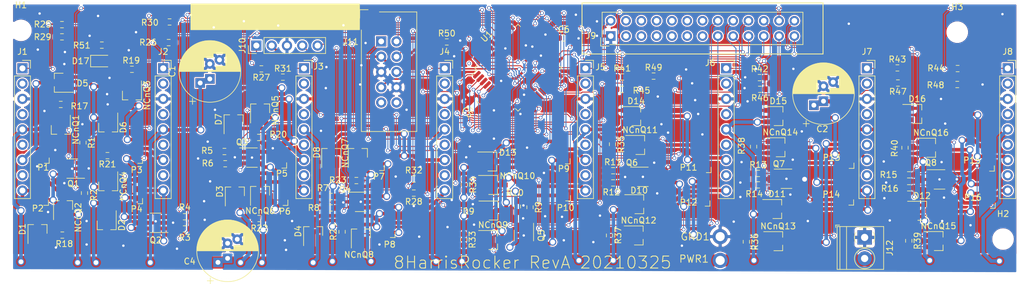
<source format=kicad_pcb>
(kicad_pcb (version 20171130) (host pcbnew "(5.1.7)-1")
  (layers (0 F.Cu signal) (31 B.Cu signal) (34 B.Paste user hide) (35 F.Paste user hide) (36 B.SilkS user) (37 F.SilkS user) (38 B.Mask user) (39 F.Mask user) (44 Edge.Cuts user hide))
  (net 0 "")
  (net 1 GND)
  (net 2 /SAMPWR)
  (net 3 /DRVf7)
  (net 4 /SENSE7)
  (net 5 /DRVf6)
  (net 6 /DRVf5)
  (net 7 /SENSE5)
  (net 8 /DRVf4)
  (net 9 /DRVf3)
  (net 10 /SENSE3)
  (net 11 /DRVf2)
  (net 12 /DRVf1)
  (net 13 /SENSE1)
  (net 14 /DRVf0)
  (net 15 /SENSECOMMON)
  (net 16 /DRVn7)
  (net 17 /SENSE6)
  (net 18 /DRVn6)
  (net 19 /DRVn5)
  (net 20 /SENSE4)
  (net 21 /DRVn4)
  (net 22 /DRVn3)
  (net 23 /SENSE2)
  (net 24 /DRVn2)
  (net 25 /DRVn1)
  (net 26 /SENSE0)
  (net 27 /DRVn0)
  (net 28 VCC)
  (net 29 "Net-(J11-Pad4)")
  (net 30 /ICLK)
  (net 31 /IDTA)
  (net 32 /nMCLR)
  (net 33 /SYNC_LOAD)
  (net 34 /MASTEROUT)
  (net 35 /CLOCK)
  (net 36 /PERIPHOUT)
  (net 37 /OFFCOIL0)
  (net 38 /OFFCOIL1)
  (net 39 /OFFCOIL2)
  (net 40 /OFFCOIL3)
  (net 41 /ONCOIL0)
  (net 42 /ONCOIL1)
  (net 43 /ONCOIL2)
  (net 44 /ONCOIL3)
  (net 45 /OFFCOIL4)
  (net 46 /OFFCOIL5)
  (net 47 /OFFCOIL6)
  (net 48 /OFFCOIL7)
  (net 49 /ONCOIL4)
  (net 50 /ONCOIL5)
  (net 51 /ONCOIL6)
  (net 52 /ONCOIL7)
  (net 53 "Net-(D17-Pad1)")
  (net 54 "Net-(D17-Pad2)")
  (net 55 "Net-(J1-Pad1)")
  (net 56 "Net-(J2-Pad1)")
  (net 57 "Net-(J3-Pad1)")
  (net 58 "Net-(J4-Pad1)")
  (net 59 "Net-(J5-Pad1)")
  (net 60 "Net-(J6-Pad1)")
  (net 61 "Net-(J7-Pad1)")
  (net 62 "Net-(J8-Pad1)")
  (net 63 "Net-(NCnQ1-Pad3)")
  (net 64 "Net-(NCnQ1-Pad1)")
  (net 65 "Net-(NCnQ2-Pad1)")
  (net 66 "Net-(NCnQ2-Pad3)")
  (net 67 "Net-(NCnQ3-Pad1)")
  (net 68 "Net-(NCnQ3-Pad3)")
  (net 69 "Net-(NCnQ4-Pad1)")
  (net 70 "Net-(NCnQ4-Pad3)")
  (net 71 "Net-(NCnQ5-Pad1)")
  (net 72 "Net-(NCnQ5-Pad3)")
  (net 73 "Net-(NCnQ6-Pad1)")
  (net 74 "Net-(NCnQ6-Pad3)")
  (net 75 "Net-(NCnQ7-Pad1)")
  (net 76 "Net-(NCnQ7-Pad3)")
  (net 77 "Net-(NCnQ8-Pad3)")
  (net 78 "Net-(NCnQ8-Pad1)")
  (net 79 "Net-(NCnQ9-Pad3)")
  (net 80 "Net-(NCnQ9-Pad1)")
  (net 81 "Net-(NCnQ10-Pad3)")
  (net 82 "Net-(NCnQ10-Pad1)")
  (net 83 "Net-(NCnQ11-Pad1)")
  (net 84 "Net-(NCnQ11-Pad3)")
  (net 85 "Net-(NCnQ12-Pad1)")
  (net 86 "Net-(NCnQ12-Pad3)")
  (net 87 "Net-(NCnQ13-Pad3)")
  (net 88 "Net-(NCnQ13-Pad1)")
  (net 89 "Net-(NCnQ14-Pad1)")
  (net 90 "Net-(NCnQ14-Pad3)")
  (net 91 "Net-(NCnQ15-Pad3)")
  (net 92 "Net-(NCnQ15-Pad1)")
  (net 93 "Net-(NCnQ16-Pad3)")
  (net 94 "Net-(NCnQ16-Pad1)")
  (module MountingHole:MountingHole_3.2mm_M3 (layer F.Cu) (at 236.41 76.65)
    (fp_text reference H2 (at 0 -4.2) (layer F.SilkS))
    (fp_text value MountingHole)
    (pad 1 np_thru_hole circle (at 0 0) (size 3.2 3.2) (drill 3.2) (layers *.Cu *.Mask))
  )
  (module Capacitor_SMD:C_0805_2012Metric_Pad1.18x1.45mm_HandSolder (layer F.Cu) (at 148.685 54.375 135)
    (fp_text reference C5 (at 0 -1.68 135) (layer F.SilkS))
    (fp_text value 302010138)
    (pad 1 smd roundrect (at -1.0375 0 135) (size 1.175 1.45) (layers F.Cu F.Paste F.Mask) (roundrect_rratio 0.2127659574468085) (net 28 VCC))
    (pad 2 smd roundrect (at 1.0375 0 135) (size 1.175 1.45) (layers F.Cu F.Paste F.Mask) (roundrect_rratio 0.2127659574468085) (net 1 GND))
  )
  (module Capacitor_SMD:C_0603_1608Metric_Pad1.08x0.95mm_HandSolder (layer F.Cu) (at 163.51 43.225)
    (fp_text reference C6 (at 0 -1.43) (layer F.SilkS))
    (fp_text value 302010138)
    (pad 1 smd roundrect (at -0.8625 0) (size 1.075 0.95) (layers F.Cu F.Paste F.Mask) (net 28 VCC))
    (pad 2 smd roundrect (at 0.8625 0) (size 1.075 0.95) (layers F.Cu F.Paste F.Mask) (net 1 GND))
  )
  (module Package_TO_SOT_SMD:SOT-23_Handsoldering (layer F.Cu) (at 76.16 75 90)
    (fp_text reference D1 (at 0 -2.5 90) (layer F.SilkS))
    (fp_text value BAV23S)
    (pad 3 smd rect (at 1.5 0 90) (size 1.9 0.8) (layers F.Cu F.Paste F.Mask) (net 37 /OFFCOIL0))
    (pad 2 smd rect (at -1.5 0.95 90) (size 1.9 0.8) (layers F.Cu F.Paste F.Mask) (net 2 /SAMPWR))
    (pad 1 smd rect (at -1.5 -0.95 90) (size 1.9 0.8) (layers F.Cu F.Paste F.Mask) (net 1 GND))
  )
  (module Package_TO_SOT_SMD:SOT-23_Handsoldering (layer F.Cu) (at 87.642 74.331 270)
    (fp_text reference D2 (at 0 -2.5 90) (layer F.SilkS))
    (fp_text value BAV23S)
    (pad 3 smd rect (at 1.5 0 270) (size 1.9 0.8) (layers F.Cu F.Paste F.Mask) (net 38 /OFFCOIL1))
    (pad 2 smd rect (at -1.5 0.95 270) (size 1.9 0.8) (layers F.Cu F.Paste F.Mask) (net 2 /SAMPWR))
    (pad 1 smd rect (at -1.5 -0.95 270) (size 1.9 0.8) (layers F.Cu F.Paste F.Mask) (net 1 GND))
  )
  (module Package_TO_SOT_SMD:SOT-23_Handsoldering (layer F.Cu) (at 108.91 68.75 90)
    (fp_text reference D3 (at 0 -2.5 90) (layer F.SilkS))
    (fp_text value BAV23S)
    (pad 3 smd rect (at 1.5 0 90) (size 1.9 0.8) (layers F.Cu F.Paste F.Mask) (net 39 /OFFCOIL2))
    (pad 2 smd rect (at -1.5 0.95 90) (size 1.9 0.8) (layers F.Cu F.Paste F.Mask) (net 2 /SAMPWR))
    (pad 1 smd rect (at -1.5 -0.95 90) (size 1.9 0.8) (layers F.Cu F.Paste F.Mask) (net 1 GND))
  )
  (module Package_TO_SOT_SMD:SOT-23_Handsoldering (layer F.Cu) (at 121.91 75.35 90)
    (fp_text reference D4 (at 0 -2.5 90) (layer F.SilkS))
    (fp_text value BAV23S)
    (pad 3 smd rect (at 1.5 0 90) (size 1.9 0.8) (layers F.Cu F.Paste F.Mask) (net 40 /OFFCOIL3))
    (pad 2 smd rect (at -1.5 0.95 90) (size 1.9 0.8) (layers F.Cu F.Paste F.Mask) (net 2 /SAMPWR))
    (pad 1 smd rect (at -1.5 -0.95 90) (size 1.9 0.8) (layers F.Cu F.Paste F.Mask) (net 1 GND))
  )
  (module Package_TO_SOT_SMD:SOT-23_Handsoldering (layer F.Cu) (at 79.71 50.65 180)
    (fp_text reference D5 (at -3.9 -0.1) (layer F.SilkS))
    (fp_text value BAV23S)
    (pad 3 smd rect (at 1.5 0 180) (size 1.9 0.8) (layers F.Cu F.Paste F.Mask) (net 41 /ONCOIL0))
    (pad 2 smd rect (at -1.5 0.95 180) (size 1.9 0.8) (layers F.Cu F.Paste F.Mask) (net 2 /SAMPWR))
    (pad 1 smd rect (at -1.5 -0.95 180) (size 1.9 0.8) (layers F.Cu F.Paste F.Mask) (net 1 GND))
  )
  (module Package_TO_SOT_SMD:SOT-23_Handsoldering (layer F.Cu) (at 87.896 58.075 270)
    (fp_text reference D6 (at 0 -2.5 90) (layer F.SilkS))
    (fp_text value BAV23S)
    (pad 3 smd rect (at 1.5 0 270) (size 1.9 0.8) (layers F.Cu F.Paste F.Mask) (net 42 /ONCOIL1))
    (pad 2 smd rect (at -1.5 0.95 270) (size 1.9 0.8) (layers F.Cu F.Paste F.Mask) (net 2 /SAMPWR))
    (pad 1 smd rect (at -1.5 -0.95 270) (size 1.9 0.8) (layers F.Cu F.Paste F.Mask) (net 1 GND))
  )
  (module Package_TO_SOT_SMD:SOT-23_Handsoldering (layer F.Cu) (at 108.71 56.75 90)
    (fp_text reference D7 (at 0 -2.5 90) (layer F.SilkS))
    (fp_text value BAV23S)
    (pad 1 smd rect (at -1.5 -0.95 90) (size 1.9 0.8) (layers F.Cu F.Paste F.Mask) (net 1 GND))
    (pad 2 smd rect (at -1.5 0.95 90) (size 1.9 0.8) (layers F.Cu F.Paste F.Mask) (net 2 /SAMPWR))
    (pad 3 smd rect (at 1.5 0 90) (size 1.9 0.8) (layers F.Cu F.Paste F.Mask) (net 43 /ONCOIL2))
  )
  (module Package_TO_SOT_SMD:SOT-23_Handsoldering (layer F.Cu) (at 124.91 62.35 90)
    (fp_text reference D8 (at 0.1 -2.4 90) (layer F.SilkS))
    (fp_text value BAV23S)
    (pad 1 smd rect (at -1.5 -0.95 90) (size 1.9 0.8) (layers F.Cu F.Paste F.Mask) (net 1 GND))
    (pad 2 smd rect (at -1.5 0.95 90) (size 1.9 0.8) (layers F.Cu F.Paste F.Mask) (net 2 /SAMPWR))
    (pad 3 smd rect (at 1.5 0 90) (size 1.9 0.8) (layers F.Cu F.Paste F.Mask) (net 44 /ONCOIL3))
  )
  (module Package_TO_SOT_SMD:SOT-23_Handsoldering (layer F.Cu) (at 151.81 71.9)
    (fp_text reference D9 (at -4.1 0.15) (layer F.SilkS))
    (fp_text value BAV23S)
    (pad 1 smd rect (at -1.5 -0.95) (size 1.9 0.8) (layers F.Cu F.Paste F.Mask) (net 1 GND))
    (pad 2 smd rect (at -1.5 0.95) (size 1.9 0.8) (layers F.Cu F.Paste F.Mask) (net 2 /SAMPWR))
    (pad 3 smd rect (at 1.5 0) (size 1.9 0.8) (layers F.Cu F.Paste F.Mask) (net 45 /OFFCOIL4))
  )
  (module Package_TO_SOT_SMD:SOT-23_Handsoldering (layer F.Cu) (at 176.01 70.85)
    (fp_text reference D10 (at 0 -2.3) (layer F.SilkS))
    (fp_text value BAV23S)
    (pad 1 smd rect (at -1.5 -0.95) (size 1.9 0.8) (layers F.Cu F.Paste F.Mask) (net 1 GND))
    (pad 2 smd rect (at -1.5 0.95) (size 1.9 0.8) (layers F.Cu F.Paste F.Mask) (net 2 /SAMPWR))
    (pad 3 smd rect (at 1.5 0) (size 1.9 0.8) (layers F.Cu F.Paste F.Mask) (net 46 /OFFCOIL5))
  )
  (module Package_TO_SOT_SMD:SOT-23_Handsoldering (layer F.Cu) (at 198.91 71.65)
    (fp_text reference D11 (at 0 -2.5) (layer F.SilkS))
    (fp_text value BAV23S)
    (pad 1 smd rect (at -1.5 -0.95) (size 1.9 0.8) (layers F.Cu F.Paste F.Mask) (net 1 GND))
    (pad 2 smd rect (at -1.5 0.95) (size 1.9 0.8) (layers F.Cu F.Paste F.Mask) (net 2 /SAMPWR))
    (pad 3 smd rect (at 1.5 0) (size 1.9 0.8) (layers F.Cu F.Paste F.Mask) (net 47 /OFFCOIL6))
  )
  (module Package_TO_SOT_SMD:SOT-23_Handsoldering (layer F.Cu) (at 222.96 71.95)
    (fp_text reference D12 (at 0 -2.5) (layer F.SilkS))
    (fp_text value BAV23S)
    (pad 3 smd rect (at 1.5 0) (size 1.9 0.8) (layers F.Cu F.Paste F.Mask) (net 48 /OFFCOIL7))
    (pad 2 smd rect (at -1.5 0.95) (size 1.9 0.8) (layers F.Cu F.Paste F.Mask) (net 2 /SAMPWR))
    (pad 1 smd rect (at -1.5 -0.95) (size 1.9 0.8) (layers F.Cu F.Paste F.Mask) (net 1 GND))
  )
  (module Package_TO_SOT_SMD:SOT-23_Handsoldering (layer F.Cu) (at 151.61 63.75)
    (fp_text reference D13 (at 2.6 -1.5) (layer F.SilkS))
    (fp_text value BAV23S)
    (pad 1 smd rect (at -1.5 -0.95) (size 1.9 0.8) (layers F.Cu F.Paste F.Mask) (net 1 GND))
    (pad 2 smd rect (at -1.5 0.95) (size 1.9 0.8) (layers F.Cu F.Paste F.Mask) (net 2 /SAMPWR))
    (pad 3 smd rect (at 1.5 0) (size 1.9 0.8) (layers F.Cu F.Paste F.Mask) (net 49 /ONCOIL4))
  )
  (module Package_TO_SOT_SMD:SOT-23_Handsoldering (layer F.Cu) (at 175.51 56.2)
    (fp_text reference D14 (at 0 -2.5) (layer F.SilkS))
    (fp_text value BAV23S)
    (pad 3 smd rect (at 1.5 0) (size 1.9 0.8) (layers F.Cu F.Paste F.Mask) (net 50 /ONCOIL5))
    (pad 2 smd rect (at -1.5 0.95) (size 1.9 0.8) (layers F.Cu F.Paste F.Mask) (net 2 /SAMPWR))
    (pad 1 smd rect (at -1.5 -0.95) (size 1.9 0.8) (layers F.Cu F.Paste F.Mask) (net 1 GND))
  )
  (module Package_TO_SOT_SMD:SOT-23_Handsoldering (layer F.Cu) (at 199.11 56.2)
    (fp_text reference D15 (at 0 -2.5) (layer F.SilkS))
    (fp_text value BAV23S)
    (pad 1 smd rect (at -1.5 -0.95) (size 1.9 0.8) (layers F.Cu F.Paste F.Mask) (net 1 GND))
    (pad 2 smd rect (at -1.5 0.95) (size 1.9 0.8) (layers F.Cu F.Paste F.Mask) (net 2 /SAMPWR))
    (pad 3 smd rect (at 1.5 0) (size 1.9 0.8) (layers F.Cu F.Paste F.Mask) (net 51 /ONCOIL6))
  )
  (module Package_TO_SOT_SMD:SOT-23_Handsoldering (layer F.Cu) (at 222.16 55.85)
    (fp_text reference D16 (at 0 -2.5) (layer F.SilkS))
    (fp_text value BAV23S)
    (pad 3 smd rect (at 1.5 0) (size 1.9 0.8) (layers F.Cu F.Paste F.Mask) (net 52 /ONCOIL7))
    (pad 2 smd rect (at -1.5 0.95) (size 1.9 0.8) (layers F.Cu F.Paste F.Mask) (net 2 /SAMPWR))
    (pad 1 smd rect (at -1.5 -0.95) (size 1.9 0.8) (layers F.Cu F.Paste F.Mask) (net 1 GND))
  )
  (module LED_SMD:LED_0805_2012Metric_Pad1.15x1.40mm_HandSolder (layer F.Cu) (at 86.835 47.05)
    (fp_text reference D17 (at -3.525 0) (layer F.SilkS))
    (fp_text value LED)
    (pad 1 smd roundrect (at -1.025 0) (size 1.15 1.4) (layers F.Cu F.Paste F.Mask) (roundrect_rratio 0.2173904347826087) (net 53 "Net-(D17-Pad1)"))
    (pad 2 smd roundrect (at 1.025 0) (size 1.15 1.4) (layers F.Cu F.Paste F.Mask) (roundrect_rratio 0.2173904347826087) (net 54 "Net-(D17-Pad2)"))
  )
  (module CLRLibrary:KK156-1 (layer F.Cu) (at 189.46 76.2376)
    (fp_text reference GND1 (at -4.15 0.0124) (layer F.SilkS) (effects (font (size 1.2 1.2))))
    (fp_text value kk1)
    (pad 1 thru_hole oval (at 0 0) (size 2.54 2.54) (drill 1.52) (layers *.Cu *.Mask) (net 1 GND))
  )
  (module Connector_PinSocket_2.54mm:PinSocket_1x09_P2.54mm_Vertical (layer F.Cu) (at 73.66 48.26)
    (fp_text reference J1 (at 0 -2.77) (layer F.SilkS))
    (fp_text value Conn_01x09)
    (pad 1 thru_hole rect (at 0 0) (size 1.7 1.7) (drill 1) (layers *.Cu *.Mask) (net 55 "Net-(J1-Pad1)"))
    (pad 2 thru_hole oval (at 0 2.54) (size 1.7 1.7) (drill 1) (layers *.Cu *.Mask))
    (pad 3 thru_hole oval (at 0 5.08) (size 1.7 1.7) (drill 1) (layers *.Cu *.Mask) (net 1 GND))
    (pad 4 thru_hole oval (at 0 7.62) (size 1.7 1.7) (drill 1) (layers *.Cu *.Mask))
    (pad 5 thru_hole oval (at 0 10.16) (size 1.7 1.7) (drill 1) (layers *.Cu *.Mask) (net 2 /SAMPWR))
    (pad 6 thru_hole oval (at 0 12.7) (size 1.7 1.7) (drill 1) (layers *.Cu *.Mask))
    (pad 7 thru_hole oval (at 0 15.24) (size 1.7 1.7) (drill 1) (layers *.Cu *.Mask) (net 41 /ONCOIL0))
    (pad 8 thru_hole oval (at 0 17.78) (size 1.7 1.7) (drill 1) (layers *.Cu *.Mask))
    (pad 9 thru_hole oval (at 0 20.32) (size 1.7 1.7) (drill 1) (layers *.Cu *.Mask) (net 37 /OFFCOIL0))
  )
  (module Connector_PinSocket_2.54mm:PinSocket_1x09_P2.54mm_Vertical (layer F.Cu) (at 97.02 48.26)
    (fp_text reference J2 (at 0 -2.77) (layer F.SilkS))
    (fp_text value Conn_01x09)
    (pad 1 thru_hole rect (at 0 0) (size 1.7 1.7) (drill 1) (layers *.Cu *.Mask) (net 56 "Net-(J2-Pad1)"))
    (pad 2 thru_hole oval (at 0 2.54) (size 1.7 1.7) (drill 1) (layers *.Cu *.Mask))
    (pad 3 thru_hole oval (at 0 5.08) (size 1.7 1.7) (drill 1) (layers *.Cu *.Mask) (net 1 GND))
    (pad 4 thru_hole oval (at 0 7.62) (size 1.7 1.7) (drill 1) (layers *.Cu *.Mask))
    (pad 5 thru_hole oval (at 0 10.16) (size 1.7 1.7) (drill 1) (layers *.Cu *.Mask) (net 2 /SAMPWR))
    (pad 6 thru_hole oval (at 0 12.7) (size 1.7 1.7) (drill 1) (layers *.Cu *.Mask))
    (pad 7 thru_hole oval (at 0 15.24) (size 1.7 1.7) (drill 1) (layers *.Cu *.Mask) (net 42 /ONCOIL1))
    (pad 8 thru_hole oval (at 0 17.78) (size 1.7 1.7) (drill 1) (layers *.Cu *.Mask))
    (pad 9 thru_hole oval (at 0 20.32) (size 1.7 1.7) (drill 1) (layers *.Cu *.Mask) (net 38 /OFFCOIL1))
  )
  (module Connector_PinSocket_2.54mm:PinSocket_1x09_P2.54mm_Vertical (layer F.Cu) (at 120.38 48.26)
    (fp_text reference J3 (at 2.43 -0.31) (layer F.SilkS))
    (fp_text value Conn_01x09)
    (pad 1 thru_hole rect (at 0 0) (size 1.7 1.7) (drill 1) (layers *.Cu *.Mask) (net 57 "Net-(J3-Pad1)"))
    (pad 2 thru_hole oval (at 0 2.54) (size 1.7 1.7) (drill 1) (layers *.Cu *.Mask))
    (pad 3 thru_hole oval (at 0 5.08) (size 1.7 1.7) (drill 1) (layers *.Cu *.Mask) (net 1 GND))
    (pad 4 thru_hole oval (at 0 7.62) (size 1.7 1.7) (drill 1) (layers *.Cu *.Mask))
    (pad 5 thru_hole oval (at 0 10.16) (size 1.7 1.7) (drill 1) (layers *.Cu *.Mask) (net 2 /SAMPWR))
    (pad 6 thru_hole oval (at 0 12.7) (size 1.7 1.7) (drill 1) (layers *.Cu *.Mask))
    (pad 7 thru_hole oval (at 0 15.24) (size 1.7 1.7) (drill 1) (layers *.Cu *.Mask) (net 43 /ONCOIL2))
    (pad 8 thru_hole oval (at 0 17.78) (size 1.7 1.7) (drill 1) (layers *.Cu *.Mask))
    (pad 9 thru_hole oval (at 0 20.32) (size 1.7 1.7) (drill 1) (layers *.Cu *.Mask) (net 39 /OFFCOIL2))
  )
  (module Connector_PinSocket_2.54mm:PinSocket_1x09_P2.54mm_Vertical (layer F.Cu) (at 143.74 48.26)
    (fp_text reference J4 (at 0 -2.77) (layer F.SilkS))
    (fp_text value Conn_01x09)
    (pad 1 thru_hole rect (at 0 0) (size 1.7 1.7) (drill 1) (layers *.Cu *.Mask) (net 58 "Net-(J4-Pad1)"))
    (pad 2 thru_hole oval (at 0 2.54) (size 1.7 1.7) (drill 1) (layers *.Cu *.Mask))
    (pad 3 thru_hole oval (at 0 5.08) (size 1.7 1.7) (drill 1) (layers *.Cu *.Mask) (net 1 GND))
    (pad 4 thru_hole oval (at 0 7.62) (size 1.7 1.7) (drill 1) (layers *.Cu *.Mask))
    (pad 5 thru_hole oval (at 0 10.16) (size 1.7 1.7) (drill 1) (layers *.Cu *.Mask) (net 2 /SAMPWR))
    (pad 6 thru_hole oval (at 0 12.7) (size 1.7 1.7) (drill 1) (layers *.Cu *.Mask))
    (pad 7 thru_hole oval (at 0 15.24) (size 1.7 1.7) (drill 1) (layers *.Cu *.Mask) (net 44 /ONCOIL3))
    (pad 8 thru_hole oval (at 0 17.78) (size 1.7 1.7) (drill 1) (layers *.Cu *.Mask))
    (pad 9 thru_hole oval (at 0 20.32) (size 1.7 1.7) (drill 1) (layers *.Cu *.Mask) (net 40 /OFFCOIL3))
  )
  (module Connector_PinSocket_2.54mm:PinSocket_1x09_P2.54mm_Vertical (layer F.Cu) (at 167.1 48.26)
    (fp_text reference J5 (at 2.51 -0.21) (layer F.SilkS))
    (fp_text value Conn_01x09)
    (pad 9 thru_hole oval (at 0 20.32) (size 1.7 1.7) (drill 1) (layers *.Cu *.Mask) (net 45 /OFFCOIL4))
    (pad 8 thru_hole oval (at 0 17.78) (size 1.7 1.7) (drill 1) (layers *.Cu *.Mask))
    (pad 7 thru_hole oval (at 0 15.24) (size 1.7 1.7) (drill 1) (layers *.Cu *.Mask) (net 49 /ONCOIL4))
    (pad 6 thru_hole oval (at 0 12.7) (size 1.7 1.7) (drill 1) (layers *.Cu *.Mask))
    (pad 5 thru_hole oval (at 0 10.16) (size 1.7 1.7) (drill 1) (layers *.Cu *.Mask) (net 2 /SAMPWR))
    (pad 4 thru_hole oval (at 0 7.62) (size 1.7 1.7) (drill 1) (layers *.Cu *.Mask))
    (pad 3 thru_hole oval (at 0 5.08) (size 1.7 1.7) (drill 1) (layers *.Cu *.Mask) (net 1 GND))
    (pad 2 thru_hole oval (at 0 2.54) (size 1.7 1.7) (drill 1) (layers *.Cu *.Mask))
    (pad 1 thru_hole rect (at 0 0) (size 1.7 1.7) (drill 1) (layers *.Cu *.Mask) (net 59 "Net-(J5-Pad1)"))
  )
  (module Connector_PinSocket_2.54mm:PinSocket_1x09_P2.54mm_Vertical (layer F.Cu) (at 190.46 48.26)
    (fp_text reference J6 (at -2.65 -0.91) (layer F.SilkS))
    (fp_text value Conn_01x09)
    (pad 9 thru_hole oval (at 0 20.32) (size 1.7 1.7) (drill 1) (layers *.Cu *.Mask) (net 46 /OFFCOIL5))
    (pad 8 thru_hole oval (at 0 17.78) (size 1.7 1.7) (drill 1) (layers *.Cu *.Mask))
    (pad 7 thru_hole oval (at 0 15.24) (size 1.7 1.7) (drill 1) (layers *.Cu *.Mask) (net 50 /ONCOIL5))
    (pad 6 thru_hole oval (at 0 12.7) (size 1.7 1.7) (drill 1) (layers *.Cu *.Mask))
    (pad 5 thru_hole oval (at 0 10.16) (size 1.7 1.7) (drill 1) (layers *.Cu *.Mask) (net 2 /SAMPWR))
    (pad 4 thru_hole oval (at 0 7.62) (size 1.7 1.7) (drill 1) (layers *.Cu *.Mask))
    (pad 3 thru_hole oval (at 0 5.08) (size 1.7 1.7) (drill 1) (layers *.Cu *.Mask) (net 1 GND))
    (pad 2 thru_hole oval (at 0 2.54) (size 1.7 1.7) (drill 1) (layers *.Cu *.Mask))
    (pad 1 thru_hole rect (at 0 0) (size 1.7 1.7) (drill 1) (layers *.Cu *.Mask) (net 60 "Net-(J6-Pad1)"))
  )
  (module Connector_PinSocket_2.54mm:PinSocket_1x09_P2.54mm_Vertical (layer F.Cu) (at 213.82 48.26)
    (fp_text reference J7 (at 0 -2.77) (layer F.SilkS))
    (fp_text value Conn_01x09)
    (pad 9 thru_hole oval (at 0 20.32) (size 1.7 1.7) (drill 1) (layers *.Cu *.Mask) (net 47 /OFFCOIL6))
    (pad 8 thru_hole oval (at 0 17.78) (size 1.7 1.7) (drill 1) (layers *.Cu *.Mask))
    (pad 7 thru_hole oval (at 0 15.24) (size 1.7 1.7) (drill 1) (layers *.Cu *.Mask) (net 51 /ONCOIL6))
    (pad 6 thru_hole oval (at 0 12.7) (size 1.7 1.7) (drill 1) (layers *.Cu *.Mask))
    (pad 5 thru_hole oval (at 0 10.16) (size 1.7 1.7) (drill 1) (layers *.Cu *.Mask) (net 2 /SAMPWR))
    (pad 4 thru_hole oval (at 0 7.62) (size 1.7 1.7) (drill 1) (layers *.Cu *.Mask))
    (pad 3 thru_hole oval (at 0 5.08) (size 1.7 1.7) (drill 1) (layers *.Cu *.Mask) (net 1 GND))
    (pad 2 thru_hole oval (at 0 2.54) (size 1.7 1.7) (drill 1) (layers *.Cu *.Mask))
    (pad 1 thru_hole rect (at 0 0) (size 1.7 1.7) (drill 1) (layers *.Cu *.Mask) (net 61 "Net-(J7-Pad1)"))
  )
  (module Connector_PinSocket_2.54mm:PinSocket_1x09_P2.54mm_Vertical (layer F.Cu) (at 237.18 48.26)
    (fp_text reference J8 (at 0 -2.77) (layer F.SilkS))
    (fp_text value Conn_01x09)
    (pad 9 thru_hole oval (at 0 20.32) (size 1.7 1.7) (drill 1) (layers *.Cu *.Mask) (net 48 /OFFCOIL7))
    (pad 8 thru_hole oval (at 0 17.78) (size 1.7 1.7) (drill 1) (layers *.Cu *.Mask))
    (pad 7 thru_hole oval (at 0 15.24) (size 1.7 1.7) (drill 1) (layers *.Cu *.Mask) (net 52 /ONCOIL7))
    (pad 6 thru_hole oval (at 0 12.7) (size 1.7 1.7) (drill 1) (layers *.Cu *.Mask))
    (pad 5 thru_hole oval (at 0 10.16) (size 1.7 1.7) (drill 1) (layers *.Cu *.Mask) (net 2 /SAMPWR))
    (pad 4 thru_hole oval (at 0 7.62) (size 1.7 1.7) (drill 1) (layers *.Cu *.Mask))
    (pad 3 thru_hole oval (at 0 5.08) (size 1.7 1.7) (drill 1) (layers *.Cu *.Mask) (net 1 GND))
    (pad 2 thru_hole oval (at 0 2.54) (size 1.7 1.7) (drill 1) (layers *.Cu *.Mask))
    (pad 1 thru_hole rect (at 0 0) (size 1.7 1.7) (drill 1) (layers *.Cu *.Mask) (net 62 "Net-(J8-Pad1)"))
  )
  (module CLRLibrary:2x13_2.54mmShrouded (layer F.Cu) (at 186.535 41.625 90)
    (fp_text reference J9 (at -1.225 -18.525) (layer F.SilkS))
    (fp_text value 302-S261 hide)
    (pad 26 thru_hole circle (at 1.27 15.24 90) (size 1.6 1.6) (drill 0.95) (layers *.Cu *.Mask) (net 3 /DRVf7))
    (pad 24 thru_hole circle (at 1.27 12.7 90) (size 1.6 1.6) (drill 0.95) (layers *.Cu *.Mask) (net 4 /SENSE7))
    (pad 22 thru_hole circle (at 1.27 10.16 90) (size 1.6 1.6) (drill 0.95) (layers *.Cu *.Mask) (net 5 /DRVf6))
    (pad 20 thru_hole circle (at 1.27 7.62 90) (size 1.6 1.6) (drill 0.95) (layers *.Cu *.Mask) (net 6 /DRVf5))
    (pad 18 thru_hole circle (at 1.27 5.08 90) (size 1.6 1.6) (drill 0.95) (layers *.Cu *.Mask) (net 7 /SENSE5))
    (pad 16 thru_hole circle (at 1.27 2.54 90) (size 1.6 1.6) (drill 0.95) (layers *.Cu *.Mask) (net 8 /DRVf4))
    (pad 14 thru_hole circle (at 1.27 0 90) (size 1.6 1.6) (drill 0.95) (layers *.Cu *.Mask))
    (pad 12 thru_hole circle (at 1.27 -2.54 90) (size 1.6 1.6) (drill 0.95) (layers *.Cu *.Mask))
    (pad 10 thru_hole circle (at 1.27 -5.08 90) (size 1.6 1.6) (drill 0.95) (layers *.Cu *.Mask))
    (pad 8 thru_hole circle (at 1.27 -7.62 90) (size 1.6 1.6) (drill 0.95) (layers *.Cu *.Mask))
    (pad 6 thru_hole circle (at 1.27 -10.16 90) (size 1.6 1.6) (drill 0.95) (layers *.Cu *.Mask))
    (pad 4 thru_hole circle (at 1.27 -12.7 90) (size 1.6 1.6) (drill 0.95) (layers *.Cu *.Mask))
    (pad 2 thru_hole circle (at 1.27 -15.24 90) (size 1.6 1.6) (drill 0.95) (layers *.Cu *.Mask) (net 15 /SENSECOMMON))
    (pad 25 thru_hole circle (at -1.27 15.24 90) (size 1.6 1.6) (drill 0.95) (layers *.Cu *.Mask) (net 16 /DRVn7))
    (pad 23 thru_hole circle (at -1.27 12.7 90) (size 1.6 1.6) (drill 0.95) (layers *.Cu *.Mask) (net 17 /SENSE6))
    (pad 21 thru_hole circle (at -1.27 10.16 90) (size 1.6 1.6) (drill 0.95) (layers *.Cu *.Mask) (net 18 /DRVn6))
    (pad 19 thru_hole circle (at -1.27 7.62 90) (size 1.6 1.6) (drill 0.95) (layers *.Cu *.Mask) (net 19 /DRVn5))
    (pad 17 thru_hole circle (at -1.27 5.08 90) (size 1.6 1.6) (drill 0.95) (layers *.Cu *.Mask) (net 20 /SENSE4))
    (pad 15 thru_hole circle (at -1.27 2.54 90) (size 1.6 1.6) (drill 0.95) (layers *.Cu *.Mask) (net 21 /DRVn4))
    (pad 13 thru_hole circle (at -1.27 0 90) (size 1.6 1.6) (drill 0.95) (layers *.Cu *.Mask))
    (pad 11 thru_hole circle (at -1.27 -2.54 90) (size 1.6 1.6) (drill 0.95) (layers *.Cu *.Mask))
    (pad 9 thru_hole circle (at -1.27 -5.08 90) (size 1.6 1.6) (drill 0.95) (layers *.Cu *.Mask))
    (pad 7 thru_hole circle (at -1.27 -7.62 90) (size 1.6 1.6) (drill 0.95) (layers *.Cu *.Mask))
    (pad 5 thru_hole circle (at -1.27 -10.16 90) (size 1.6 1.6) (drill 0.95) (layers *.Cu *.Mask))
    (pad 3 thru_hole circle (at -1.27 -12.7 90) (size 1.6 1.6) (drill 0.95) (layers *.Cu *.Mask))
    (pad 1 thru_hole rect (at -1.27 -15.24 90) (size 1.6 1.6) (drill 0.95) (layers *.Cu *.Mask) (net 1 GND))
  )
  (module Connector_PinHeader_2.54mm:PinHeader_1x05_P2.54mm_Vertical (layer F.Cu) (at 112.485 44.475 90)
    (fp_text reference J10 (at 0 -2.33 90) (layer F.SilkS))
    (fp_text value Conn_01x05)
    (pad 1 thru_hole rect (at 0 0 90) (size 1.7 1.7) (drill 1) (layers *.Cu *.Mask) (net 32 /nMCLR))
    (pad 2 thru_hole oval (at 0 2.54 90) (size 1.7 1.7) (drill 1) (layers *.Cu *.Mask) (net 28 VCC))
    (pad 3 thru_hole oval (at 0 5.08 90) (size 1.7 1.7) (drill 1) (layers *.Cu *.Mask) (net 1 GND))
    (pad 4 thru_hole oval (at 0 7.62 90) (size 1.7 1.7) (drill 1) (layers *.Cu *.Mask) (net 31 /IDTA))
    (pad 5 thru_hole oval (at 0 10.16 90) (size 1.7 1.7) (drill 1) (layers *.Cu *.Mask) (net 30 /ICLK))
  )
  (module CLRLibrary:RibbonCableSocket_10_OddEven (layer F.Cu) (at 134.505 53.884)
    (fp_text reference J11 (at -6.395 -10.034 180) (layer F.SilkS))
    (fp_text value Conn_02x05_Odd_Even)
    (pad 10 thru_hole circle (at 1.24 0.06) (size 1.7 1.7) (drill 0.95) (layers *.Cu *.Mask))
    (pad 8 thru_hole circle (at 1.24 -2.48) (size 1.7 1.7) (drill 0.95) (layers *.Cu *.Mask) (net 1 GND))
    (pad 6 thru_hole circle (at 1.24 -5.02) (size 1.7 1.7) (drill 0.95) (layers *.Cu *.Mask) (net 33 /SYNC_LOAD))
    (pad 4 thru_hole circle (at 1.24 -7.56) (size 1.7 1.7) (drill 0.95) (layers *.Cu *.Mask) (net 29 "Net-(J11-Pad4)"))
    (pad 2 thru_hole circle (at 1.24 -10.1) (size 1.7 1.7) (drill 0.95) (layers *.Cu *.Mask) (net 34 /MASTEROUT))
    (pad 9 thru_hole circle (at -1.3 0.06) (size 1.7 1.7) (drill 0.95) (layers *.Cu *.Mask))
    (pad 7 thru_hole circle (at -1.3 -2.48) (size 1.7 1.7) (drill 0.95) (layers *.Cu *.Mask) (net 35 /CLOCK))
    (pad 5 thru_hole circle (at -1.3 -5.02) (size 1.7 1.7) (drill 0.95) (layers *.Cu *.Mask) (net 1 GND))
    (pad 3 thru_hole circle (at -1.3 -7.56) (size 1.7 1.7) (drill 0.95) (layers *.Cu *.Mask) (net 28 VCC))
    (pad 1 thru_hole rect (at -1.3 -10.1) (size 1.7 1.7) (drill 0.95) (layers *.Cu *.Mask) (net 36 /PERIPHOUT))
  )
  (module Package_TO_SOT_SMD:SOT-23_Handsoldering (layer F.Cu) (at 80.022 58.456 270)
    (fp_text reference NCnQ1 (at 0 -2.5 90) (layer F.SilkS))
    (fp_text value AO3407A)
    (pad 3 smd rect (at 1.5 0 270) (size 1.9 0.8) (layers F.Cu F.Paste F.Mask) (net 63 "Net-(NCnQ1-Pad3)"))
    (pad 2 smd rect (at -1.5 0.95 270) (size 1.9 0.8) (layers F.Cu F.Paste F.Mask) (net 2 /SAMPWR))
    (pad 1 smd rect (at -1.5 -0.95 270) (size 1.9 0.8) (layers F.Cu F.Paste F.Mask) (net 64 "Net-(NCnQ1-Pad1)"))
  )
  (module Package_TO_SOT_SMD:SOT-23_Handsoldering (layer F.Cu) (at 80.403 71.029 90)
    (fp_text reference NCnQ2 (at -2.021 2.507 90) (layer F.SilkS))
    (fp_text value AO3407A)
    (pad 1 smd rect (at -1.5 -0.95 90) (size 1.9 0.8) (layers F.Cu F.Paste F.Mask) (net 65 "Net-(NCnQ2-Pad1)"))
    (pad 2 smd rect (at -1.5 0.95 90) (size 1.9 0.8) (layers F.Cu F.Paste F.Mask) (net 2 /SAMPWR))
    (pad 3 smd rect (at 1.5 0 90) (size 1.9 0.8) (layers F.Cu F.Paste F.Mask) (net 66 "Net-(NCnQ2-Pad3)"))
  )
  (module Package_TO_SOT_SMD:SOT-23_Handsoldering (layer F.Cu) (at 91.833 52.741 270)
    (fp_text reference NCnQ3 (at 0 -2.5 90) (layer F.SilkS))
    (fp_text value AO3407A)
    (pad 1 smd rect (at -1.5 -0.95 270) (size 1.9 0.8) (layers F.Cu F.Paste F.Mask) (net 67 "Net-(NCnQ3-Pad1)"))
    (pad 2 smd rect (at -1.5 0.95 270) (size 1.9 0.8) (layers F.Cu F.Paste F.Mask) (net 2 /SAMPWR))
    (pad 3 smd rect (at 1.5 0 270) (size 1.9 0.8) (layers F.Cu F.Paste F.Mask) (net 68 "Net-(NCnQ3-Pad3)"))
  )
  (module Package_TO_SOT_SMD:SOT-23_Handsoldering (layer F.Cu) (at 87.896 67.854 270)
    (fp_text reference NCnQ4 (at 0 -2.5 90) (layer F.SilkS))
    (fp_text value AO3407A)
    (pad 1 smd rect (at -1.5 -0.95 270) (size 1.9 0.8) (layers F.Cu F.Paste F.Mask) (net 69 "Net-(NCnQ4-Pad1)"))
    (pad 2 smd rect (at -1.5 0.95 270) (size 1.9 0.8) (layers F.Cu F.Paste F.Mask) (net 2 /SAMPWR))
    (pad 3 smd rect (at 1.5 0 270) (size 1.9 0.8) (layers F.Cu F.Paste F.Mask) (net 70 "Net-(NCnQ4-Pad3)"))
  )
  (module Package_TO_SOT_SMD:SOT-23_Handsoldering (layer F.Cu) (at 113.11 54.95 90)
    (fp_text reference NCnQ5 (at -0.3 2.5 90) (layer F.SilkS))
    (fp_text value AO3407A)
    (pad 1 smd rect (at -1.5 -0.95 90) (size 1.9 0.8) (layers F.Cu F.Paste F.Mask) (net 71 "Net-(NCnQ5-Pad1)"))
    (pad 2 smd rect (at -1.5 0.95 90) (size 1.9 0.8) (layers F.Cu F.Paste F.Mask) (net 2 /SAMPWR))
    (pad 3 smd rect (at 1.5 0 90) (size 1.9 0.8) (layers F.Cu F.Paste F.Mask) (net 72 "Net-(NCnQ5-Pad3)"))
  )
  (module Package_TO_SOT_SMD:SOT-23_Handsoldering (layer F.Cu) (at 113.093 68.658 90)
    (fp_text reference NCnQ6 (at -3.292 0.017 180) (layer F.SilkS))
    (fp_text value AO3407A)
    (pad 1 smd rect (at -1.5 -0.95 90) (size 1.9 0.8) (layers F.Cu F.Paste F.Mask) (net 73 "Net-(NCnQ6-Pad1)"))
    (pad 2 smd rect (at -1.5 0.95 90) (size 1.9 0.8) (layers F.Cu F.Paste F.Mask) (net 2 /SAMPWR))
    (pad 3 smd rect (at 1.5 0 90) (size 1.9 0.8) (layers F.Cu F.Paste F.Mask) (net 74 "Net-(NCnQ6-Pad3)"))
  )
  (module Package_TO_SOT_SMD:SOT-23_Handsoldering (layer F.Cu) (at 129.334 62.35 90)
    (fp_text reference NCnQ7 (at 0 -2.124 90) (layer F.SilkS))
    (fp_text value AO3407A)
    (pad 1 smd rect (at -1.5 -0.95 90) (size 1.9 0.8) (layers F.Cu F.Paste F.Mask) (net 75 "Net-(NCnQ7-Pad1)"))
    (pad 2 smd rect (at -1.5 0.95 90) (size 1.9 0.8) (layers F.Cu F.Paste F.Mask) (net 2 /SAMPWR))
    (pad 3 smd rect (at 1.5 0 90) (size 1.9 0.8) (layers F.Cu F.Paste F.Mask) (net 76 "Net-(NCnQ7-Pad3)"))
  )
  (module Package_TO_SOT_SMD:SOT-23_Handsoldering (layer F.Cu) (at 129.824 75.734 90)
    (fp_text reference NCnQ8 (at -3.516 -0.314 180) (layer F.SilkS))
    (fp_text value AO3407A)
    (pad 3 smd rect (at 1.5 0 90) (size 1.9 0.8) (layers F.Cu F.Paste F.Mask) (net 77 "Net-(NCnQ8-Pad3)"))
    (pad 2 smd rect (at -1.5 0.95 90) (size 1.9 0.8) (layers F.Cu F.Paste F.Mask) (net 2 /SAMPWR))
    (pad 1 smd rect (at -1.5 -0.95 90) (size 1.9 0.8) (layers F.Cu F.Paste F.Mask) (net 78 "Net-(NCnQ8-Pad1)"))
  )
  (module Package_TO_SOT_SMD:SOT-23_Handsoldering (layer F.Cu) (at 151.76 76.8)
    (fp_text reference NCnQ9 (at 0 -2.5) (layer F.SilkS))
    (fp_text value AO3407A)
    (pad 3 smd rect (at 1.5 0) (size 1.9 0.8) (layers F.Cu F.Paste F.Mask) (net 79 "Net-(NCnQ9-Pad3)"))
    (pad 2 smd rect (at -1.5 0.95) (size 1.9 0.8) (layers F.Cu F.Paste F.Mask) (net 2 /SAMPWR))
    (pad 1 smd rect (at -1.5 -0.95) (size 1.9 0.8) (layers F.Cu F.Paste F.Mask) (net 80 "Net-(NCnQ9-Pad1)"))
  )
  (module Package_TO_SOT_SMD:SOT-23_Handsoldering (layer F.Cu) (at 151.741 67.651)
    (fp_text reference NCnQ10 (at 4.069 -1.501) (layer F.SilkS))
    (fp_text value AO3407A)
    (pad 3 smd rect (at 1.5 0) (size 1.9 0.8) (layers F.Cu F.Paste F.Mask) (net 81 "Net-(NCnQ10-Pad3)"))
    (pad 2 smd rect (at -1.5 0.95) (size 1.9 0.8) (layers F.Cu F.Paste F.Mask) (net 2 /SAMPWR))
    (pad 1 smd rect (at -1.5 -0.95) (size 1.9 0.8) (layers F.Cu F.Paste F.Mask) (net 82 "Net-(NCnQ10-Pad1)"))
  )
  (module Package_TO_SOT_SMD:SOT-23_Handsoldering (layer F.Cu) (at 176.167 61.004)
    (fp_text reference NCnQ11 (at 0 -2.5) (layer F.SilkS))
    (fp_text value AO3407A)
    (pad 1 smd rect (at -1.5 -0.95) (size 1.9 0.8) (layers F.Cu F.Paste F.Mask) (net 83 "Net-(NCnQ11-Pad1)"))
    (pad 2 smd rect (at -1.5 0.95) (size 1.9 0.8) (layers F.Cu F.Paste F.Mask) (net 2 /SAMPWR))
    (pad 3 smd rect (at 1.5 0) (size 1.9 0.8) (layers F.Cu F.Paste F.Mask) (net 84 "Net-(NCnQ11-Pad3)"))
  )
  (module Package_TO_SOT_SMD:SOT-23_Handsoldering (layer F.Cu) (at 175.921 76.041)
    (fp_text reference NCnQ12 (at 0 -2.5) (layer F.SilkS))
    (fp_text value AO3407A)
    (pad 1 smd rect (at -1.5 -0.95) (size 1.9 0.8) (layers F.Cu F.Paste F.Mask) (net 85 "Net-(NCnQ12-Pad1)"))
    (pad 2 smd rect (at -1.5 0.95) (size 1.9 0.8) (layers F.Cu F.Paste F.Mask) (net 2 /SAMPWR))
    (pad 3 smd rect (at 1.5 0) (size 1.9 0.8) (layers F.Cu F.Paste F.Mask) (net 86 "Net-(NCnQ12-Pad3)"))
  )
  (module Package_TO_SOT_SMD:SOT-23_Handsoldering (layer F.Cu) (at 199.075 77.004)
    (fp_text reference NCnQ13 (at 0 -2.5) (layer F.SilkS))
    (fp_text value AO3407A)
    (pad 3 smd rect (at 1.5 0) (size 1.9 0.8) (layers F.Cu F.Paste F.Mask) (net 87 "Net-(NCnQ13-Pad3)"))
    (pad 2 smd rect (at -1.5 0.95) (size 1.9 0.8) (layers F.Cu F.Paste F.Mask) (net 2 /SAMPWR))
    (pad 1 smd rect (at -1.5 -0.95) (size 1.9 0.8) (layers F.Cu F.Paste F.Mask) (net 88 "Net-(NCnQ13-Pad1)"))
  )
  (module Package_TO_SOT_SMD:SOT-23_Handsoldering (layer F.Cu) (at 199.449 61.386)
    (fp_text reference NCnQ14 (at 0 -2.5) (layer F.SilkS))
    (fp_text value AO3407A)
    (pad 1 smd rect (at -1.5 -0.95) (size 1.9 0.8) (layers F.Cu F.Paste F.Mask) (net 89 "Net-(NCnQ14-Pad1)"))
    (pad 2 smd rect (at -1.5 0.95) (size 1.9 0.8) (layers F.Cu F.Paste F.Mask) (net 2 /SAMPWR))
    (pad 3 smd rect (at 1.5 0) (size 1.9 0.8) (layers F.Cu F.Paste F.Mask) (net 90 "Net-(NCnQ14-Pad3)"))
  )
  (module Package_TO_SOT_SMD:SOT-23_Handsoldering (layer F.Cu) (at 225.693 76.979)
    (fp_text reference NCnQ15 (at 0 -2.5) (layer F.SilkS))
    (fp_text value AO3407A)
    (pad 3 smd rect (at 1.5 0) (size 1.9 0.8) (layers F.Cu F.Paste F.Mask) (net 91 "Net-(NCnQ15-Pad3)"))
    (pad 2 smd rect (at -1.5 0.95) (size 1.9 0.8) (layers F.Cu F.Paste F.Mask) (net 2 /SAMPWR))
    (pad 1 smd rect (at -1.5 -0.95) (size 1.9 0.8) (layers F.Cu F.Paste F.Mask) (net 92 "Net-(NCnQ15-Pad1)"))
  )
  (module Package_TO_SOT_SMD:SOT-23_Handsoldering (layer F.Cu) (at 224.451 61.462)
    (fp_text reference NCnQ16 (at 0 -2.5) (layer F.SilkS))
    (fp_text value AO3407A)
    (pad 3 smd rect (at 1.5 0) (size 1.9 0.8) (layers F.Cu F.Paste F.Mask) (net 93 "Net-(NCnQ16-Pad3)"))
    (pad 2 smd rect (at -1.5 0.95) (size 1.9 0.8) (layers F.Cu F.Paste F.Mask) (net 2 /SAMPWR))
    (pad 1 smd rect (at -1.5 -0.95) (size 1.9 0.8) (layers F.Cu F.Paste F.Mask) (net 94 "Net-(NCnQ16-Pad1)"))
  )
  (module CLRLibrary:0603Jumper (layer F.Cu) (at 77.101 63.155 180)
    (fp_text reference P1 (at -0.009 -1.595) (layer F.SilkS))
    (fp_text value "NC PC" hide)
    (pad 1 smd rect (at 0 0 180) (size 1 1) (layers F.Cu F.Paste F.Mask) (net 64 "Net-(NCnQ1-Pad1)"))
    (pad 2 smd rect (at 0 1.54 180) (size 1 1) (layers F.Cu F.Paste F.Mask) (net 41 /ONCOIL0))
    (pad 3 smd rect (at 0 3.08 180) (size 1 1) (layers F.Cu F.Paste F.Mask) (net 63 "Net-(NCnQ1-Pad3)"))
  )
  (module CLRLibrary:0603Jumper (layer F.Cu) (at 76.974 70.14 180)
    (fp_text reference P2 (at 0.764 -1.41) (layer F.SilkS))
    (fp_text value "NC PC" hide)
    (pad 3 smd rect (at 0 3.08 180) (size 1 1) (layers F.Cu F.Paste F.Mask) (net 66 "Net-(NCnQ2-Pad3)"))
    (pad 2 smd rect (at 0 1.54 180) (size 1 1) (layers F.Cu F.Paste F.Mask) (net 37 /OFFCOIL0))
    (pad 1 smd rect (at 0 0 180) (size 1 1) (layers F.Cu F.Paste F.Mask) (net 65 "Net-(NCnQ2-Pad1)"))
  )
  (module CLRLibrary:0603Jumper (layer F.Cu) (at 92.595 63.155 180)
    (fp_text reference P3 (at -0.015 -1.995) (layer F.SilkS))
    (fp_text value "NC PC" hide)
    (pad 1 smd rect (at 0 0 180) (size 1 1) (layers F.Cu F.Paste F.Mask) (net 67 "Net-(NCnQ3-Pad1)"))
    (pad 2 smd rect (at 0 1.54 180) (size 1 1) (layers F.Cu F.Paste F.Mask) (net 42 /ONCOIL1))
    (pad 3 smd rect (at 0 3.08 180) (size 1 1) (layers F.Cu F.Paste F.Mask) (net 68 "Net-(NCnQ3-Pad3)"))
  )
  (module CLRLibrary:0603Jumper (layer F.Cu) (at 92.595 69.886 180)
    (fp_text reference P4 (at -0.015 -1.764) (layer F.SilkS))
    (fp_text value "NC PC" hide)
    (pad 3 smd rect (at 0 3.08 180) (size 1 1) (layers F.Cu F.Paste F.Mask) (net 70 "Net-(NCnQ4-Pad3)"))
    (pad 2 smd rect (at 0 1.54 180) (size 1 1) (layers F.Cu F.Paste F.Mask) (net 38 /OFFCOIL1))
    (pad 1 smd rect (at 0 0 180) (size 1 1) (layers F.Cu F.Paste F.Mask) (net 69 "Net-(NCnQ4-Pad1)"))
  )
  (module CLRLibrary:0603Jumper (layer F.Cu) (at 116.51 63.95 180)
    (fp_text reference P5 (at -0.2 -1.8) (layer F.SilkS))
    (fp_text value "NC PC" hide)
    (pad 1 smd rect (at 0 0 180) (size 1 1) (layers F.Cu F.Paste F.Mask) (net 71 "Net-(NCnQ5-Pad1)"))
    (pad 2 smd rect (at 0 1.54 180) (size 1 1) (layers F.Cu F.Paste F.Mask) (net 43 /ONCOIL2))
    (pad 3 smd rect (at 0 3.08 180) (size 1 1) (layers F.Cu F.Paste F.Mask) (net 72 "Net-(NCnQ5-Pad3)"))
  )
  (module CLRLibrary:0603Jumper (layer F.Cu) (at 116.71 70.15 180)
    (fp_text reference P6 (at -0.5 -1.9) (layer F.SilkS))
    (fp_text value "NC PC" hide)
    (pad 3 smd rect (at 0 3.08 180) (size 1 1) (layers F.Cu F.Paste F.Mask) (net 74 "Net-(NCnQ6-Pad3)"))
    (pad 2 smd rect (at 0 1.54 180) (size 1 1) (layers F.Cu F.Paste F.Mask) (net 39 /OFFCOIL2))
    (pad 1 smd rect (at 0 0 180) (size 1 1) (layers F.Cu F.Paste F.Mask) (net 73 "Net-(NCnQ6-Pad1)"))
  )
  (module CLRLibrary:0603Jumper (layer F.Cu) (at 132.71 64.35 180)
    (fp_text reference P7 (at -0.1 -1.9) (layer F.SilkS))
    (fp_text value "NC PC" hide)
    (pad 3 smd rect (at 0 3.08 180) (size 1 1) (layers F.Cu F.Paste F.Mask) (net 76 "Net-(NCnQ7-Pad3)"))
    (pad 2 smd rect (at 0 1.54 180) (size 1 1) (layers F.Cu F.Paste F.Mask) (net 44 /ONCOIL3))
    (pad 1 smd rect (at 0 0 180) (size 1 1) (layers F.Cu F.Paste F.Mask) (net 75 "Net-(NCnQ7-Pad1)"))
  )
  (module CLRLibrary:0603Jumper (layer F.Cu) (at 134.51 75.49 180)
    (fp_text reference P8 (at -0.1 -2.06) (layer F.SilkS))
    (fp_text value "NC PC" hide)
    (pad 1 smd rect (at 0 0 180) (size 1 1) (layers F.Cu F.Paste F.Mask) (net 78 "Net-(NCnQ8-Pad1)"))
    (pad 2 smd rect (at 0 1.54 180) (size 1 1) (layers F.Cu F.Paste F.Mask) (net 40 /OFFCOIL3))
    (pad 3 smd rect (at 0 3.08 180) (size 1 1) (layers F.Cu F.Paste F.Mask) (net 77 "Net-(NCnQ8-Pad3)"))
  )
  (module CLRLibrary:0603Jumper (layer F.Cu) (at 163.56 63.25 180)
    (fp_text reference P9 (at 0.05 -1.7) (layer F.SilkS))
    (fp_text value "NC PC" hide)
    (pad 3 smd rect (at 0 3.08 180) (size 1 1) (layers F.Cu F.Paste F.Mask) (net 79 "Net-(NCnQ9-Pad3)"))
    (pad 2 smd rect (at 0 1.54 180) (size 1 1) (layers F.Cu F.Paste F.Mask) (net 49 /ONCOIL4))
    (pad 1 smd rect (at 0 0 180) (size 1 1) (layers F.Cu F.Paste F.Mask) (net 80 "Net-(NCnQ9-Pad1)"))
  )
  (module CLRLibrary:0603Jumper (layer F.Cu) (at 163.61 69.4 180)
    (fp_text reference P10 (at -0.2 -2.05) (layer F.SilkS))
    (fp_text value "NC PC" hide)
    (pad 3 smd rect (at 0 3.08 180) (size 1 1) (layers F.Cu F.Paste F.Mask) (net 81 "Net-(NCnQ10-Pad3)"))
    (pad 2 smd rect (at 0 1.54 180) (size 1 1) (layers F.Cu F.Paste F.Mask) (net 45 /OFFCOIL4))
    (pad 1 smd rect (at 0 0 180) (size 1 1) (layers F.Cu F.Paste F.Mask) (net 82 "Net-(NCnQ10-Pad1)"))
  )
  (module CLRLibrary:0603Jumper (layer F.Cu) (at 186.96 64.69 180)
    (fp_text reference P11 (at 2.75 -0.06) (layer F.SilkS))
    (fp_text value "NC PC" hide)
    (pad 1 smd rect (at 0 0 180) (size 1 1) (layers F.Cu F.Paste F.Mask) (net 83 "Net-(NCnQ11-Pad1)"))
    (pad 2 smd rect (at 0 1.54 180) (size 1 1) (layers F.Cu F.Paste F.Mask) (net 50 /ONCOIL5))
    (pad 3 smd rect (at 0 3.08 180) (size 1 1) (layers F.Cu F.Paste F.Mask) (net 84 "Net-(NCnQ11-Pad3)"))
  )
  (module CLRLibrary:0603Jumper (layer F.Cu) (at 186.76 70.275 180)
    (fp_text reference P12 (at 2.55 -0.275) (layer F.SilkS))
    (fp_text value "NC PC" hide)
    (pad 1 smd rect (at 0 0 180) (size 1 1) (layers F.Cu F.Paste F.Mask) (net 85 "Net-(NCnQ12-Pad1)"))
    (pad 2 smd rect (at 0 1.54 180) (size 1 1) (layers F.Cu F.Paste F.Mask) (net 46 /OFFCOIL5))
    (pad 3 smd rect (at 0 3.08 180) (size 1 1) (layers F.Cu F.Paste F.Mask) (net 86 "Net-(NCnQ12-Pad3)"))
  )
  (module CLRLibrary:0603Jumper (layer F.Cu) (at 210.66 64 180)
    (fp_text reference P13 (at 2.7 0.9) (layer F.SilkS))
    (fp_text value "NC PC" hide)
    (pad 3 smd rect (at 0 3.08 180) (size 1 1) (layers F.Cu F.Paste F.Mask) (net 87 "Net-(NCnQ13-Pad3)"))
    (pad 2 smd rect (at 0 1.54 180) (size 1 1) (layers F.Cu F.Paste F.Mask) (net 51 /ONCOIL6))
    (pad 1 smd rect (at 0 0 180) (size 1 1) (layers F.Cu F.Paste F.Mask) (net 88 "Net-(NCnQ13-Pad1)"))
  )
  (module CLRLibrary:0603Jumper (layer F.Cu) (at 210.61 70.1 180)
    (fp_text reference P14 (at 2.7 0.9) (layer F.SilkS))
    (fp_text value "NC PC" hide)
    (pad 1 smd rect (at 0 0 180) (size 1 1) (layers F.Cu F.Paste F.Mask) (net 89 "Net-(NCnQ14-Pad1)"))
    (pad 2 smd rect (at 0 1.54 180) (size 1 1) (layers F.Cu F.Paste F.Mask) (net 47 /OFFCOIL6))
    (pad 3 smd rect (at 0 3.08 180) (size 1 1) (layers F.Cu F.Paste F.Mask) (net 90 "Net-(NCnQ14-Pad3)"))
  )
  (module CLRLibrary:0603Jumper (layer F.Cu) (at 233.96 64.45 180)
    (fp_text reference P15 (at 2.7 0.9) (layer F.SilkS))
    (fp_text value "NC PC" hide)
    (pad 1 smd rect (at 0 0 180) (size 1 1) (layers F.Cu F.Paste F.Mask) (net 92 "Net-(NCnQ15-Pad1)"))
    (pad 2 smd rect (at 0 1.54 180) (size 1 1) (layers F.Cu F.Paste F.Mask) (net 52 /ONCOIL7))
    (pad 3 smd rect (at 0 3.08 180) (size 1 1) (layers F.Cu F.Paste F.Mask) (net 91 "Net-(NCnQ15-Pad3)"))
  )
  (module CLRLibrary:0603Jumper (layer F.Cu) (at 234.11 70.63 180)
    (fp_text reference P16 (at 2.7 0.9) (layer F.SilkS))
    (fp_text value "NC PC" hide)
    (pad 3 smd rect (at 0 3.08 180) (size 1 1) (layers F.Cu F.Paste F.Mask) (net 93 "Net-(NCnQ16-Pad3)"))
    (pad 2 smd rect (at 0 1.54 180) (size 1 1) (layers F.Cu F.Paste F.Mask) (net 48 /OFFCOIL7))
    (pad 1 smd rect (at 0 0 180) (size 1 1) (layers F.Cu F.Paste F.Mask) (net 94 "Net-(NCnQ16-Pad1)"))
  )
  (module CLRLibrary:KK156-1 (layer F.Cu) (at 189.46 80.2)
    (fp_text reference PWR1 (at -4.35 -0.25) (layer F.SilkS) (effects (font (size 1.2 1.2))))
    (fp_text value kk1)
    (pad 1 thru_hole oval (at 0 0) (size 2.54 2.54) (drill 1.52) (layers *.Cu *.Mask) (net 2 /SAMPWR))
  )
  (module Resistor_SMD:R_0603_1608Metric_Pad0.98x0.95mm_HandSolder (layer F.Cu) (at 83.705 60.615 270)
    (fp_text reference R1 (at 0 -1.43 90) (layer F.SilkS))
    (fp_text value 3K3)
    (pad 2 smd roundrect (at 0.9125 0 270) (size 0.975 0.95) (layers F.Cu F.Paste F.Mask) (net 27 /DRVn0))
    (pad 1 smd roundrect (at -0.9125 0 270) (size 0.975 0.95) (layers F.Cu F.Paste F.Mask) (net 1 GND))
  )
  (module Resistor_SMD:R_0603_1608Metric_Pad0.98x0.95mm_HandSolder (layer F.Cu) (at 83.959 68.997 90)
    (fp_text reference R2 (at -0.353 1.551 90) (layer F.SilkS))
    (fp_text value 3K3)
    (pad 1 smd roundrect (at -0.9125 0 90) (size 0.975 0.95) (layers F.Cu F.Paste F.Mask) (net 1 GND))
    (pad 2 smd roundrect (at 0.9125 0 90) (size 0.975 0.95) (layers F.Cu F.Paste F.Mask) (net 14 /DRVf0))
  )
  (module Resistor_SMD:R_0603_1608Metric_Pad0.98x0.95mm_HandSolder (layer F.Cu) (at 100.596 74.966 180)
    (fp_text reference R3 (at 0 -1.43) (layer F.SilkS))
    (fp_text value 3K3)
    (pad 2 smd roundrect (at 0.9125 0 180) (size 0.975 0.95) (layers F.Cu F.Paste F.Mask) (net 25 /DRVn1))
    (pad 1 smd roundrect (at -0.9125 0 180) (size 0.975 0.95) (layers F.Cu F.Paste F.Mask) (net 1 GND))
  )
  (module Resistor_SMD:R_0603_1608Metric_Pad0.98x0.95mm_HandSolder (layer F.Cu) (at 100.596 72.934 180)
    (fp_text reference R4 (at -0.014 1.584) (layer F.SilkS))
    (fp_text value 3K3)
    (pad 1 smd roundrect (at -0.9125 0 180) (size 0.975 0.95) (layers F.Cu F.Paste F.Mask) (net 1 GND))
    (pad 2 smd roundrect (at 0.9125 0 180) (size 0.975 0.95) (layers F.Cu F.Paste F.Mask) (net 12 /DRVf1))
  )
  (module Resistor_SMD:R_0603_1608Metric_Pad0.98x0.95mm_HandSolder (layer F.Cu) (at 107.183 62.09)
    (fp_text reference R5 (at -2.873 -0.14) (layer F.SilkS))
    (fp_text value 3K3)
    (pad 2 smd roundrect (at 0.9125 0) (size 0.975 0.95) (layers F.Cu F.Paste F.Mask) (net 24 /DRVn2))
    (pad 1 smd roundrect (at -0.9125 0) (size 0.975 0.95) (layers F.Cu F.Paste F.Mask) (net 1 GND))
  )
  (module Resistor_SMD:R_0603_1608Metric_Pad0.98x0.95mm_HandSolder (layer F.Cu) (at 107.31 64.122)
    (fp_text reference R6 (at -2.9 -0.072) (layer F.SilkS))
    (fp_text value 3K3)
    (pad 1 smd roundrect (at -0.9125 0) (size 0.975 0.95) (layers F.Cu F.Paste F.Mask) (net 1 GND))
    (pad 2 smd roundrect (at 0.9125 0) (size 0.975 0.95) (layers F.Cu F.Paste F.Mask) (net 11 /DRVf2))
  )
  (module Resistor_SMD:R_0603_1608Metric_Pad0.98x0.95mm_HandSolder (layer F.Cu) (at 124.842 69.57)
    (fp_text reference R7 (at -1.332 -1.42) (layer F.SilkS))
    (fp_text value 3K3)
    (pad 2 smd roundrect (at 0.9125 0) (size 0.975 0.95) (layers F.Cu F.Paste F.Mask) (net 22 /DRVn3))
    (pad 1 smd roundrect (at -0.9125 0) (size 0.975 0.95) (layers F.Cu F.Paste F.Mask) (net 1 GND))
  )
  (module Resistor_SMD:R_0603_1608Metric_Pad0.98x0.95mm_HandSolder (layer F.Cu) (at 124.842 71.475)
    (fp_text reference R8 (at -2.832 -0.025) (layer F.SilkS))
    (fp_text value 3K3)
    (pad 1 smd roundrect (at -0.9125 0) (size 0.975 0.95) (layers F.Cu F.Paste F.Mask) (net 1 GND))
    (pad 2 smd roundrect (at 0.9125 0) (size 0.975 0.95) (layers F.Cu F.Paste F.Mask) (net 9 /DRVf3))
  )
  (module Resistor_SMD:R_0603_1608Metric_Pad0.98x0.95mm_HandSolder (layer F.Cu) (at 157.899 71.359 270)
    (fp_text reference R9 (at 0 -1.43 90) (layer F.SilkS))
    (fp_text value 3K3)
    (pad 2 smd roundrect (at 0.9125 0 270) (size 0.975 0.95) (layers F.Cu F.Paste F.Mask) (net 21 /DRVn4))
    (pad 1 smd roundrect (at -0.9125 0 270) (size 0.975 0.95) (layers F.Cu F.Paste F.Mask) (net 1 GND))
  )
  (module Resistor_SMD:R_0603_1608Metric_Pad0.98x0.95mm_HandSolder (layer F.Cu) (at 155.807999 71.233001 270)
    (fp_text reference R10 (at -2.283001 0.397999 180) (layer F.SilkS))
    (fp_text value 3K3)
    (pad 1 smd roundrect (at -0.9125 0 270) (size 0.975 0.95) (layers F.Cu F.Paste F.Mask) (net 1 GND))
    (pad 2 smd roundrect (at 0.9125 0 270) (size 0.975 0.95) (layers F.Cu F.Paste F.Mask) (net 8 /DRVf4))
  )
  (module Resistor_SMD:R_0603_1608Metric_Pad0.98x0.95mm_HandSolder (layer F.Cu) (at 171.675 65.283)
    (fp_text reference R11 (at 0 -1.43) (layer F.SilkS))
    (fp_text value 3K3)
    (pad 2 smd roundrect (at 0.9125 0) (size 0.975 0.95) (layers F.Cu F.Paste F.Mask) (net 19 /DRVn5))
    (pad 1 smd roundrect (at -0.9125 0) (size 0.975 0.95) (layers F.Cu F.Paste F.Mask) (net 1 GND))
  )
  (module Resistor_SMD:R_0603_1608Metric_Pad0.98x0.95mm_HandSolder (layer F.Cu) (at 171.675 67.315)
    (fp_text reference R12 (at -0.265 1.535) (layer F.SilkS))
    (fp_text value 3K3)
    (pad 1 smd roundrect (at -0.9125 0) (size 0.975 0.95) (layers F.Cu F.Paste F.Mask) (net 1 GND))
    (pad 2 smd roundrect (at 0.9125 0) (size 0.975 0.95) (layers F.Cu F.Paste F.Mask) (net 6 /DRVf5))
  )
  (module Resistor_SMD:R_0603_1608Metric_Pad0.98x0.95mm_HandSolder (layer F.Cu) (at 195.765 65.729)
    (fp_text reference R13 (at 0 -1.43) (layer F.SilkS))
    (fp_text value 3K3)
    (pad 2 smd roundrect (at 0.9125 0) (size 0.975 0.95) (layers F.Cu F.Paste F.Mask) (net 18 /DRVn6))
    (pad 1 smd roundrect (at -0.9125 0) (size 0.975 0.95) (layers F.Cu F.Paste F.Mask) (net 1 GND))
  )
  (module Resistor_SMD:R_0603_1608Metric_Pad0.98x0.95mm_HandSolder (layer F.Cu) (at 195.765 67.634)
    (fp_text reference R14 (at -0.655 1.516) (layer F.SilkS))
    (fp_text value 3K3)
    (pad 1 smd roundrect (at -0.9125 0) (size 0.975 0.95) (layers F.Cu F.Paste F.Mask) (net 1 GND))
    (pad 2 smd roundrect (at 0.9125 0) (size 0.975 0.95) (layers F.Cu F.Paste F.Mask) (net 5 /DRVf6))
  )
  (module Resistor_SMD:R_0603_1608Metric_Pad0.98x0.95mm_HandSolder (layer F.Cu) (at 220.785 65.966)
    (fp_text reference R15 (at -3.375 -0.016) (layer F.SilkS))
    (fp_text value 3K3)
    (pad 2 smd roundrect (at 0.9125 0) (size 0.975 0.95) (layers F.Cu F.Paste F.Mask) (net 16 /DRVn7))
    (pad 1 smd roundrect (at -0.9125 0) (size 0.975 0.95) (layers F.Cu F.Paste F.Mask) (net 1 GND))
  )
  (module Resistor_SMD:R_0603_1608Metric_Pad0.98x0.95mm_HandSolder (layer F.Cu) (at 220.785 68.125)
    (fp_text reference R16 (at -3.175 0.125) (layer F.SilkS))
    (fp_text value 3K3)
    (pad 1 smd roundrect (at -0.9125 0) (size 0.975 0.95) (layers F.Cu F.Paste F.Mask) (net 1 GND))
    (pad 2 smd roundrect (at 0.9125 0) (size 0.975 0.95) (layers F.Cu F.Paste F.Mask) (net 3 /DRVf7))
  )
  (module Resistor_SMD:R_0603_1608Metric_Pad0.98x0.95mm_HandSolder (layer F.Cu) (at 80.022 54.265 180)
    (fp_text reference R17 (at -3.088 -0.285) (layer F.SilkS))
    (fp_text value 3K3)
    (pad 1 smd roundrect (at -0.9125 0 180) (size 0.975 0.95) (layers F.Cu F.Paste F.Mask) (net 64 "Net-(NCnQ1-Pad1)"))
    (pad 2 smd roundrect (at 0.9125 0 180) (size 0.975 0.95) (layers F.Cu F.Paste F.Mask) (net 2 /SAMPWR))
  )
  (module Resistor_SMD:R_0603_1608Metric_Pad0.98x0.95mm_HandSolder (layer F.Cu) (at 80.276 75.982)
    (fp_text reference R18 (at 0.334 1.468) (layer F.SilkS))
    (fp_text value 3K3)
    (pad 1 smd roundrect (at -0.9125 0) (size 0.975 0.95) (layers F.Cu F.Paste F.Mask) (net 65 "Net-(NCnQ2-Pad1)"))
    (pad 2 smd roundrect (at 0.9125 0) (size 0.975 0.95) (layers F.Cu F.Paste F.Mask) (net 2 /SAMPWR))
  )
  (module Resistor_SMD:R_0603_1608Metric_Pad0.98x0.95mm_HandSolder (layer F.Cu) (at 91.833 48.423 180)
    (fp_text reference R19 (at 0.123 1.473) (layer F.SilkS))
    (fp_text value 3K3)
    (pad 2 smd roundrect (at 0.9125 0 180) (size 0.975 0.95) (layers F.Cu F.Paste F.Mask) (net 2 /SAMPWR))
    (pad 1 smd roundrect (at -0.9125 0 180) (size 0.975 0.95) (layers F.Cu F.Paste F.Mask) (net 67 "Net-(NCnQ3-Pad1)"))
  )
  (module Resistor_SMD:R_0603_1608Metric_Pad0.98x0.95mm_HandSolder (layer F.Cu) (at 112.91 59.75)
    (fp_text reference R20 (at 3.2 -0.5) (layer F.SilkS))
    (fp_text value 3K3)
    (pad 2 smd roundrect (at 0.9125 0) (size 0.975 0.95) (layers F.Cu F.Paste F.Mask) (net 2 /SAMPWR))
    (pad 1 smd roundrect (at -0.9125 0) (size 0.975 0.95) (layers F.Cu F.Paste F.Mask) (net 71 "Net-(NCnQ5-Pad1)"))
  )
  (module Resistor_SMD:R_0603_1608Metric_Pad0.98x0.95mm_HandSolder (layer F.Cu) (at 87.769 62.774 180)
    (fp_text reference R21 (at 0 -1.43) (layer F.SilkS))
    (fp_text value 3K3)
    (pad 1 smd roundrect (at -0.9125 0 180) (size 0.975 0.95) (layers F.Cu F.Paste F.Mask) (net 69 "Net-(NCnQ4-Pad1)"))
    (pad 2 smd roundrect (at 0.9125 0 180) (size 0.975 0.95) (layers F.Cu F.Paste F.Mask) (net 2 /SAMPWR))
  )
  (module Resistor_SMD:R_0603_1608Metric_Pad0.98x0.95mm_HandSolder (layer F.Cu) (at 112.966 73.23)
    (fp_text reference R22 (at 0 1.62) (layer F.SilkS))
    (fp_text value 3K3)
    (pad 2 smd roundrect (at 0.9125 0) (size 0.975 0.95) (layers F.Cu F.Paste F.Mask) (net 2 /SAMPWR))
    (pad 1 smd roundrect (at -0.9125 0) (size 0.975 0.95) (layers F.Cu F.Paste F.Mask) (net 73 "Net-(NCnQ6-Pad1)"))
  )
  (module Resistor_SMD:R_0603_1608Metric_Pad0.98x0.95mm_HandSolder (layer F.Cu) (at 129.08 66.922)
    (fp_text reference R23 (at -3.07 -0.072) (layer F.SilkS))
    (fp_text value 3K3)
    (pad 2 smd roundrect (at 0.9125 0) (size 0.975 0.95) (layers F.Cu F.Paste F.Mask) (net 2 /SAMPWR))
    (pad 1 smd roundrect (at -0.9125 0) (size 0.975 0.95) (layers F.Cu F.Paste F.Mask) (net 75 "Net-(NCnQ7-Pad1)"))
  )
  (module Resistor_SMD:R_0603_1608Metric_Pad0.98x0.95mm_HandSolder (layer F.Cu) (at 126.71 75.4375 90)
    (fp_text reference R24 (at 0 -1.43 90) (layer F.SilkS))
    (fp_text value 3K3)
    (pad 1 smd roundrect (at -0.9125 0 90) (size 0.975 0.95) (layers F.Cu F.Paste F.Mask) (net 78 "Net-(NCnQ8-Pad1)"))
    (pad 2 smd roundrect (at 0.9125 0 90) (size 0.975 0.95) (layers F.Cu F.Paste F.Mask) (net 2 /SAMPWR))
  )
  (module Resistor_SMD:R_0603_1608Metric_Pad0.98x0.95mm_HandSolder (layer F.Cu) (at 80.218 40.996)
    (fp_text reference R25 (at -3.208 -0.046) (layer F.SilkS))
    (fp_text value 10K)
    (pad 2 smd roundrect (at 0.9125 0) (size 0.975 0.95) (layers F.Cu F.Paste F.Mask) (net 26 /SENSE0))
    (pad 1 smd roundrect (at -0.9125 0) (size 0.975 0.95) (layers F.Cu F.Paste F.Mask) (net 55 "Net-(J1-Pad1)"))
  )
  (module Resistor_SMD:R_0603_1608Metric_Pad0.98x0.95mm_HandSolder (layer F.Cu) (at 97.929 43.978)
    (fp_text reference R26 (at -3.419 -0.028) (layer F.SilkS))
    (fp_text value 10K)
    (pad 2 smd roundrect (at 0.9125 0) (size 0.975 0.95) (layers F.Cu F.Paste F.Mask) (net 13 /SENSE1))
    (pad 1 smd roundrect (at -0.9125 0) (size 0.975 0.95) (layers F.Cu F.Paste F.Mask) (net 56 "Net-(J2-Pad1)"))
  )
  (module Resistor_SMD:R_0603_1608Metric_Pad0.98x0.95mm_HandSolder (layer F.Cu) (at 113.31 48.35 180)
    (fp_text reference R27 (at 0 -1.43) (layer F.SilkS))
    (fp_text value 10K)
    (pad 2 smd roundrect (at 0.9125 0 180) (size 0.975 0.95) (layers F.Cu F.Paste F.Mask) (net 23 /SENSE2))
    (pad 1 smd roundrect (at -0.9125 0 180) (size 0.975 0.95) (layers F.Cu F.Paste F.Mask) (net 57 "Net-(J3-Pad1)"))
  )
  (module Resistor_SMD:R_0603_1608Metric_Pad0.98x0.95mm_HandSolder (layer F.Cu) (at 138.61 69 180)
    (fp_text reference R28 (at 0 -1.43) (layer F.SilkS))
    (fp_text value 10K)
    (pad 2 smd roundrect (at 0.9125 0 180) (size 0.975 0.95) (layers F.Cu F.Paste F.Mask) (net 10 /SENSE3))
    (pad 1 smd roundrect (at -0.9125 0 180) (size 0.975 0.95) (layers F.Cu F.Paste F.Mask) (net 58 "Net-(J4-Pad1)"))
  )
  (module Resistor_SMD:R_0603_1608Metric_Pad0.98x0.95mm_HandSolder (layer F.Cu) (at 80.218 43.028)
    (fp_text reference R29 (at -3.208 0.022) (layer F.SilkS))
    (fp_text value 3K3)
    (pad 1 smd roundrect (at -0.9125 0) (size 0.975 0.95) (layers F.Cu F.Paste F.Mask) (net 26 /SENSE0))
    (pad 2 smd roundrect (at 0.9125 0) (size 0.975 0.95) (layers F.Cu F.Paste F.Mask) (net 1 GND))
  )
  (module Resistor_SMD:R_0603_1608Metric_Pad0.98x0.95mm_HandSolder (layer F.Cu) (at 98.0795 40.549 180)
    (fp_text reference R30 (at 3.2695 -0.101) (layer F.SilkS))
    (fp_text value 3K3)
    (pad 1 smd roundrect (at -0.9125 0 180) (size 0.975 0.95) (layers F.Cu F.Paste F.Mask) (net 13 /SENSE1))
    (pad 2 smd roundrect (at 0.9125 0 180) (size 0.975 0.95) (layers F.Cu F.Paste F.Mask) (net 1 GND))
  )
  (module Resistor_SMD:R_0603_1608Metric_Pad0.98x0.95mm_HandSolder (layer F.Cu) (at 116.885 49.725)
    (fp_text reference R31 (at 0 -1.43) (layer F.SilkS))
    (fp_text value 3K3)
    (pad 1 smd roundrect (at -0.9125 0) (size 0.975 0.95) (layers F.Cu F.Paste F.Mask) (net 23 /SENSE2))
    (pad 2 smd roundrect (at 0.9125 0) (size 0.975 0.95) (layers F.Cu F.Paste F.Mask) (net 1 GND))
  )
  (module Resistor_SMD:R_0603_1608Metric_Pad0.98x0.95mm_HandSolder (layer F.Cu) (at 138.61 66.65)
    (fp_text reference R32 (at 0 -1.43) (layer F.SilkS))
    (fp_text value 3K3)
    (pad 1 smd roundrect (at -0.9125 0) (size 0.975 0.95) (layers F.Cu F.Paste F.Mask) (net 10 /SENSE3))
    (pad 2 smd roundrect (at 0.9125 0) (size 0.975 0.95) (layers F.Cu F.Paste F.Mask) (net 1 GND))
  )
  (module Resistor_SMD:R_0603_1608Metric_Pad0.98x0.95mm_HandSolder (layer F.Cu) (at 146.91 76.75 270)
    (fp_text reference R33 (at 0 -1.43 90) (layer F.SilkS))
    (fp_text value 3K3)
    (pad 1 smd roundrect (at -0.9125 0 270) (size 0.975 0.95) (layers F.Cu F.Paste F.Mask) (net 80 "Net-(NCnQ9-Pad1)"))
    (pad 2 smd roundrect (at 0.9125 0 270) (size 0.975 0.95) (layers F.Cu F.Paste F.Mask) (net 2 /SAMPWR))
  )
  (module Resistor_SMD:R_0603_1608Metric_Pad0.98x0.95mm_HandSolder (layer F.Cu) (at 147.01 67.6 270)
    (fp_text reference R34 (at 0 -1.43 90) (layer F.SilkS))
    (fp_text value 3K3)
    (pad 1 smd roundrect (at -0.9125 0 270) (size 0.975 0.95) (layers F.Cu F.Paste F.Mask) (net 82 "Net-(NCnQ10-Pad1)"))
    (pad 2 smd roundrect (at 0.9125 0 270) (size 0.975 0.95) (layers F.Cu F.Paste F.Mask) (net 2 /SAMPWR))
  )
  (module Resistor_SMD:R_0603_1608Metric_Pad0.98x0.95mm_HandSolder (layer F.Cu) (at 171.595 60.877 270)
    (fp_text reference R35 (at 0 -1.43 90) (layer F.SilkS))
    (fp_text value 3K3)
    (pad 1 smd roundrect (at -0.9125 0 270) (size 0.975 0.95) (layers F.Cu F.Paste F.Mask) (net 83 "Net-(NCnQ11-Pad1)"))
    (pad 2 smd roundrect (at 0.9125 0 270) (size 0.975 0.95) (layers F.Cu F.Paste F.Mask) (net 2 /SAMPWR))
  )
  (module Resistor_SMD:R_0603_1608Metric_Pad0.98x0.95mm_HandSolder (layer F.Cu) (at 193.81 77.1 270)
    (fp_text reference R36 (at 0 -1.43 90) (layer F.SilkS))
    (fp_text value 3K3)
    (pad 1 smd roundrect (at -0.9125 0 270) (size 0.975 0.95) (layers F.Cu F.Paste F.Mask) (net 88 "Net-(NCnQ13-Pad1)"))
    (pad 2 smd roundrect (at 0.9125 0 270) (size 0.975 0.95) (layers F.Cu F.Paste F.Mask) (net 2 /SAMPWR))
  )
  (module Resistor_SMD:R_0603_1608Metric_Pad0.98x0.95mm_HandSolder (layer F.Cu) (at 171.095 76.041 270)
    (fp_text reference R37 (at 0 -1.43 90) (layer F.SilkS))
    (fp_text value 3K3)
    (pad 2 smd roundrect (at 0.9125 0 270) (size 0.975 0.95) (layers F.Cu F.Paste F.Mask) (net 2 /SAMPWR))
    (pad 1 smd roundrect (at -0.9125 0 270) (size 0.975 0.95) (layers F.Cu F.Paste F.Mask) (net 85 "Net-(NCnQ12-Pad1)"))
  )
  (module Resistor_SMD:R_0603_1608Metric_Pad0.98x0.95mm_HandSolder (layer F.Cu) (at 195.004 61.2825 270)
    (fp_text reference R38 (at -0.1325 1.994 90) (layer F.SilkS))
    (fp_text value 3K3)
    (pad 2 smd roundrect (at 0.9125 0 270) (size 0.975 0.95) (layers F.Cu F.Paste F.Mask) (net 2 /SAMPWR))
    (pad 1 smd roundrect (at -0.9125 0 270) (size 0.975 0.95) (layers F.Cu F.Paste F.Mask) (net 89 "Net-(NCnQ14-Pad1)"))
  )
  (module Resistor_SMD:R_0603_1608Metric_Pad0.98x0.95mm_HandSolder (layer F.Cu) (at 220.764 76.9365 270)
    (fp_text reference R39 (at 0 -1.43 90) (layer F.SilkS))
    (fp_text value 3K3)
    (pad 1 smd roundrect (at -0.9125 0 270) (size 0.975 0.95) (layers F.Cu F.Paste F.Mask) (net 92 "Net-(NCnQ15-Pad1)"))
    (pad 2 smd roundrect (at 0.9125 0 270) (size 0.975 0.95) (layers F.Cu F.Paste F.Mask) (net 2 /SAMPWR))
  )
  (module Resistor_SMD:R_0603_1608Metric_Pad0.98x0.95mm_HandSolder (layer F.Cu) (at 220.133 61.462 270)
    (fp_text reference R40 (at 0.088 1.723 90) (layer F.SilkS))
    (fp_text value 3K3)
    (pad 2 smd roundrect (at 0.9125 0 270) (size 0.975 0.95) (layers F.Cu F.Paste F.Mask) (net 2 /SAMPWR))
    (pad 1 smd roundrect (at -0.9125 0 270) (size 0.975 0.95) (layers F.Cu F.Paste F.Mask) (net 94 "Net-(NCnQ16-Pad1)"))
  )
  (module Resistor_SMD:R_0603_1608Metric_Pad0.98x0.95mm_HandSolder (layer F.Cu) (at 173.21 49.7)
    (fp_text reference R41 (at 0 -1.43) (layer F.SilkS))
    (fp_text value 10K)
    (pad 1 smd roundrect (at -0.9125 0) (size 0.975 0.95) (layers F.Cu F.Paste F.Mask) (net 59 "Net-(J5-Pad1)"))
    (pad 2 smd roundrect (at 0.9125 0) (size 0.975 0.95) (layers F.Cu F.Paste F.Mask) (net 20 /SENSE4))
  )
  (module Resistor_SMD:R_0603_1608Metric_Pad0.98x0.95mm_HandSolder (layer F.Cu) (at 196.01 49.8)
    (fp_text reference R42 (at 0 -1.43) (layer F.SilkS))
    (fp_text value 10K)
    (pad 1 smd roundrect (at -0.9125 0) (size 0.975 0.95) (layers F.Cu F.Paste F.Mask) (net 60 "Net-(J6-Pad1)"))
    (pad 2 smd roundrect (at 0.9125 0) (size 0.975 0.95) (layers F.Cu F.Paste F.Mask) (net 7 /SENSE5))
  )
  (module Resistor_SMD:R_0603_1608Metric_Pad0.98x0.95mm_HandSolder (layer F.Cu) (at 218.874 48.192)
    (fp_text reference R43 (at 0 -1.43) (layer F.SilkS))
    (fp_text value 10K)
    (pad 1 smd roundrect (at -0.9125 0) (size 0.975 0.95) (layers F.Cu F.Paste F.Mask) (net 61 "Net-(J7-Pad1)"))
    (pad 2 smd roundrect (at 0.9125 0) (size 0.975 0.95) (layers F.Cu F.Paste F.Mask) (net 17 /SENSE6))
  )
  (module Resistor_SMD:R_0603_1608Metric_Pad0.98x0.95mm_HandSolder (layer F.Cu) (at 228.866 48.296 180)
    (fp_text reference R44 (at 3.556 0.046) (layer F.SilkS))
    (fp_text value 10K)
    (pad 1 smd roundrect (at -0.9125 0 180) (size 0.975 0.95) (layers F.Cu F.Paste F.Mask) (net 62 "Net-(J8-Pad1)"))
    (pad 2 smd roundrect (at 0.9125 0 180) (size 0.975 0.95) (layers F.Cu F.Paste F.Mask) (net 4 /SENSE7))
  )
  (module Resistor_SMD:R_0603_1608Metric_Pad0.98x0.95mm_HandSolder (layer F.Cu) (at 173.16 51.75 180)
    (fp_text reference R45 (at -3.25 -0.2) (layer F.SilkS))
    (fp_text value 3K3)
    (pad 2 smd roundrect (at 0.9125 0 180) (size 0.975 0.95) (layers F.Cu F.Paste F.Mask) (net 1 GND))
    (pad 1 smd roundrect (at -0.9125 0 180) (size 0.975 0.95) (layers F.Cu F.Paste F.Mask) (net 20 /SENSE4))
  )
  (module Resistor_SMD:R_0603_1608Metric_Pad0.98x0.95mm_HandSolder (layer F.Cu) (at 196.06 51.75 180)
    (fp_text reference R46 (at 0 -1.43) (layer F.SilkS))
    (fp_text value 3K3)
    (pad 2 smd roundrect (at 0.9125 0 180) (size 0.975 0.95) (layers F.Cu F.Paste F.Mask) (net 1 GND))
    (pad 1 smd roundrect (at -0.9125 0 180) (size 0.975 0.95) (layers F.Cu F.Paste F.Mask) (net 7 /SENSE5))
  )
  (module Resistor_SMD:R_0603_1608Metric_Pad0.98x0.95mm_HandSolder (layer F.Cu) (at 218.96 50.7 180)
    (fp_text reference R47 (at 0 -1.43) (layer F.SilkS))
    (fp_text value 3K3)
    (pad 2 smd roundrect (at 0.9125 0 180) (size 0.975 0.95) (layers F.Cu F.Paste F.Mask) (net 1 GND))
    (pad 1 smd roundrect (at -0.9125 0 180) (size 0.975 0.95) (layers F.Cu F.Paste F.Mask) (net 17 /SENSE6))
  )
  (module Resistor_SMD:R_0603_1608Metric_Pad0.98x0.95mm_HandSolder (layer F.Cu) (at 228.81 50.95)
    (fp_text reference R48 (at -3.6 0.1) (layer F.SilkS))
    (fp_text value 3K3)
    (pad 2 smd roundrect (at 0.9125 0) (size 0.975 0.95) (layers F.Cu F.Paste F.Mask) (net 1 GND))
    (pad 1 smd roundrect (at -0.9125 0) (size 0.975 0.95) (layers F.Cu F.Paste F.Mask) (net 4 /SENSE7))
  )
  (module Resistor_SMD:R_0603_1608Metric_Pad0.98x0.95mm_HandSolder (layer F.Cu) (at 178.41 49.55)
    (fp_text reference R49 (at 0 -1.43) (layer F.SilkS))
    (fp_text value R)
    (pad 2 smd roundrect (at 0.9125 0) (size 0.975 0.95) (layers F.Cu F.Paste F.Mask) (net 1 GND))
    (pad 1 smd roundrect (at -0.9125 0) (size 0.975 0.95) (layers F.Cu F.Paste F.Mask) (net 15 /SENSECOMMON))
  )
  (module Resistor_SMD:R_0603_1608Metric_Pad0.98x0.95mm_HandSolder (layer F.Cu) (at 144.085 43.875 180)
    (fp_text reference R50 (at 0 1.425) (layer F.SilkS))
    (fp_text value 162K)
    (pad 1 smd roundrect (at -0.9125 0 180) (size 0.975 0.95) (layers F.Cu F.Paste F.Mask) (net 28 VCC))
    (pad 2 smd roundrect (at 0.9125 0 180) (size 0.975 0.95) (layers F.Cu F.Paste F.Mask) (net 29 "Net-(J11-Pad4)"))
  )
  (module Resistor_SMD:R_0603_1608Metric_Pad0.98x0.95mm_HandSolder (layer F.Cu) (at 86.835 44.4)
    (fp_text reference R51 (at -3.325 0.05) (layer F.SilkS))
    (fp_text value 3K3)
    (pad 2 smd roundrect (at 0.9125 0) (size 0.975 0.95) (layers F.Cu F.Paste F.Mask) (net 1 GND))
    (pad 1 smd roundrect (at -0.9125 0) (size 0.975 0.95) (layers F.Cu F.Paste F.Mask) (net 53 "Net-(D17-Pad1)"))
  )
  (module Package_QFP:LQFP-44_10x10mm_P0.8mm (layer F.Cu) (at 155.91 48.15 45)
    (fp_text reference U1 (at 0 -7.35 45) (layer F.SilkS))
    (fp_text value PIC16F15375-IPT)
    (pad 1 smd roundrect (at -5.6625 -4 45) (size 1.475 0.55) (layers F.Cu F.Paste F.Mask) (net 3 /DRVf7))
    (pad 2 smd roundrect (at -5.6625 -3.2 45) (size 1.475 0.55) (layers F.Cu F.Paste F.Mask) (net 20 /SENSE4))
    (pad 3 smd roundrect (at -5.6625 -2.4 45) (size 1.475 0.55) (layers F.Cu F.Paste F.Mask) (net 7 /SENSE5))
    (pad 4 smd roundrect (at -5.6625 -1.6 45) (size 1.475 0.55) (layers F.Cu F.Paste F.Mask) (net 17 /SENSE6))
    (pad 5 smd roundrect (at -5.6625 -0.8 45) (size 1.475 0.55) (layers F.Cu F.Paste F.Mask) (net 4 /SENSE7))
    (pad 6 smd roundrect (at -5.6625 0 45) (size 1.475 0.55) (layers F.Cu F.Paste F.Mask) (net 1 GND))
    (pad 7 smd roundrect (at -5.6625 0.8 45) (size 1.475 0.55) (layers F.Cu F.Paste F.Mask) (net 28 VCC))
    (pad 8 smd roundrect (at -5.6625 1.6 45) (size 1.475 0.55) (layers F.Cu F.Paste F.Mask))
    (pad 9 smd roundrect (at -5.6625 2.4 45) (size 1.475 0.55) (layers F.Cu F.Paste F.Mask))
    (pad 10 smd roundrect (at -5.6625 3.2 45) (size 1.475 0.55) (layers F.Cu F.Paste F.Mask) (net 33 /SYNC_LOAD))
    (pad 11 smd roundrect (at -5.6625 4 45) (size 1.475 0.55) (layers F.Cu F.Paste F.Mask) (net 34 /MASTEROUT))
    (pad 12 smd roundrect (at -4 5.6625 45) (size 0.55 1.475) (layers F.Cu F.Paste F.Mask))
    (pad 13 smd roundrect (at -3.2 5.6625 45) (size 0.55 1.475) (layers F.Cu F.Paste F.Mask))
    (pad 14 smd roundrect (at -2.4 5.6625 45) (size 0.55 1.475) (layers F.Cu F.Paste F.Mask) (net 36 /PERIPHOUT))
    (pad 15 smd roundrect (at -1.6 5.6625 45) (size 0.55 1.475) (layers F.Cu F.Paste F.Mask) (net 35 /CLOCK))
    (pad 16 smd roundrect (at -0.8 5.6625 45) (size 0.55 1.475) (layers F.Cu F.Paste F.Mask) (net 30 /ICLK))
    (pad 17 smd roundrect (at 0 5.6625 45) (size 0.55 1.475) (layers F.Cu F.Paste F.Mask) (net 31 /IDTA))
    (pad 18 smd roundrect (at 0.8 5.6625 45) (size 0.55 1.475) (layers F.Cu F.Paste F.Mask) (net 32 /nMCLR))
    (pad 19 smd roundrect (at 1.6 5.6625 45) (size 0.55 1.475) (layers F.Cu F.Paste F.Mask) (net 27 /DRVn0))
    (pad 20 smd roundrect (at 2.4 5.6625 45) (size 0.55 1.475) (layers F.Cu F.Paste F.Mask) (net 25 /DRVn1))
    (pad 21 smd roundrect (at 3.2 5.6625 45) (size 0.55 1.475) (layers F.Cu F.Paste F.Mask) (net 24 /DRVn2))
    (pad 22 smd roundrect (at 4 5.6625 45) (size 0.55 1.475) (layers F.Cu F.Paste F.Mask) (net 22 /DRVn3))
    (pad 23 smd roundrect (at 5.6625 4 45) (size 1.475 0.55) (layers F.Cu F.Paste F.Mask) (net 21 /DRVn4))
    (pad 24 smd roundrect (at 5.6625 3.2 45) (size 1.475 0.55) (layers F.Cu F.Paste F.Mask) (net 19 /DRVn5))
    (pad 25 smd roundrect (at 5.6625 2.4 45) (size 1.475 0.55) (layers F.Cu F.Paste F.Mask) (net 54 "Net-(D17-Pad2)"))
    (pad 26 smd roundrect (at 5.6625 1.6 45) (size 1.475 0.55) (layers F.Cu F.Paste F.Mask))
    (pad 27 smd roundrect (at 5.6625 0.8 45) (size 1.475 0.55) (layers F.Cu F.Paste F.Mask))
    (pad 28 smd roundrect (at 5.6625 0 45) (size 1.475 0.55) (layers F.Cu F.Paste F.Mask) (net 28 VCC))
    (pad 29 smd roundrect (at 5.6625 -0.8 45) (size 1.475 0.55) (layers F.Cu F.Paste F.Mask) (net 1 GND))
    (pad 30 smd roundrect (at 5.6625 -1.6 45) (size 1.475 0.55) (layers F.Cu F.Paste F.Mask) (net 16 /DRVn7))
    (pad 31 smd roundrect (at 5.6625 -2.4 45) (size 1.475 0.55) (layers F.Cu F.Paste F.Mask) (net 18 /DRVn6))
    (pad 32 smd roundrect (at 5.6625 -3.2 45) (size 1.475 0.55) (layers F.Cu F.Paste F.Mask) (net 14 /DRVf0))
    (pad 33 smd roundrect (at 5.6625 -4 45) (size 1.475 0.55) (layers F.Cu F.Paste F.Mask))
    (pad 34 smd roundrect (at 4 -5.6625 45) (size 0.55 1.475) (layers F.Cu F.Paste F.Mask))
    (pad 35 smd roundrect (at 3.2 -5.6625 45) (size 0.55 1.475) (layers F.Cu F.Paste F.Mask) (net 12 /DRVf1))
    (pad 36 smd roundrect (at 2.4 -5.6625 45) (size 0.55 1.475) (layers F.Cu F.Paste F.Mask) (net 11 /DRVf2))
    (pad 37 smd roundrect (at 1.6 -5.6625 45) (size 0.55 1.475) (layers F.Cu F.Paste F.Mask) (net 9 /DRVf3))
    (pad 38 smd roundrect (at 0.8 -5.6625 45) (size 0.55 1.475) (layers F.Cu F.Paste F.Mask) (net 26 /SENSE0))
    (pad 39 smd roundrect (at 0 -5.6625 45) (size 0.55 1.475) (layers F.Cu F.Paste F.Mask) (net 13 /SENSE1))
    (pad 40 smd roundrect (at -0.8 -5.6625 45) (size 0.55 1.475) (layers F.Cu F.Paste F.Mask) (net 23 /SENSE2))
    (pad 41 smd roundrect (at -1.6 -5.6625 45) (size 0.55 1.475) (layers F.Cu F.Paste F.Mask) (net 10 /SENSE3))
    (pad 42 smd roundrect (at -2.4 -5.6625 45) (size 0.55 1.475) (layers F.Cu F.Paste F.Mask) (net 8 /DRVf4))
    (pad 43 smd roundrect (at -3.2 -5.6625 45) (size 0.55 1.475) (layers F.Cu F.Paste F.Mask) (net 6 /DRVf5))
    (pad 44 smd roundrect (at -4 -5.6625 45) (size 0.55 1.475) (layers F.Cu F.Paste F.Mask) (net 5 /DRVf6))
  )
  (module Package_TO_SOT_SMD:SOT-23-6_Handsoldering (layer F.Cu) (at 81.927 64.933 180)
    (fp_text reference Q1 (at -0.183 -2.517) (layer F.SilkS))
    (fp_text value DMN3135LVT)
    (pad 5 smd rect (at 1.35 0 180) (size 1.56 0.65) (layers F.Cu F.Paste F.Mask) (net 1 GND))
    (pad 6 smd rect (at 1.35 -0.95 180) (size 1.56 0.65) (layers F.Cu F.Paste F.Mask) (net 65 "Net-(NCnQ2-Pad1)"))
    (pad 4 smd rect (at 1.35 0.95 180) (size 1.56 0.65) (layers F.Cu F.Paste F.Mask) (net 64 "Net-(NCnQ1-Pad1)"))
    (pad 3 smd rect (at -1.35 0.95 180) (size 1.56 0.65) (layers F.Cu F.Paste F.Mask) (net 27 /DRVn0))
    (pad 2 smd rect (at -1.35 0 180) (size 1.56 0.65) (layers F.Cu F.Paste F.Mask) (net 1 GND))
    (pad 1 smd rect (at -1.35 -0.95 180) (size 1.56 0.65) (layers F.Cu F.Paste F.Mask) (net 14 /DRVf0))
  )
  (module Package_TO_SOT_SMD:SOT-23-6_Handsoldering (layer F.Cu) (at 95.77 73.95 180)
    (fp_text reference Q2 (at 0 -2.9) (layer F.SilkS))
    (fp_text value DMN3135LVT)
    (pad 5 smd rect (at 1.35 0 180) (size 1.56 0.65) (layers F.Cu F.Paste F.Mask) (net 1 GND))
    (pad 6 smd rect (at 1.35 -0.95 180) (size 1.56 0.65) (layers F.Cu F.Paste F.Mask) (net 67 "Net-(NCnQ3-Pad1)"))
    (pad 4 smd rect (at 1.35 0.95 180) (size 1.56 0.65) (layers F.Cu F.Paste F.Mask) (net 69 "Net-(NCnQ4-Pad1)"))
    (pad 3 smd rect (at -1.35 0.95 180) (size 1.56 0.65) (layers F.Cu F.Paste F.Mask) (net 12 /DRVf1))
    (pad 2 smd rect (at -1.35 0 180) (size 1.56 0.65) (layers F.Cu F.Paste F.Mask) (net 1 GND))
    (pad 1 smd rect (at -1.35 -0.95 180) (size 1.56 0.65) (layers F.Cu F.Paste F.Mask) (net 25 /DRVn1))
  )
  (module Package_TO_SOT_SMD:SOT-23-6_Handsoldering (layer F.Cu) (at 111.755 63.106)
    (fp_text reference Q3 (at -1.645 -2.556) (layer F.SilkS))
    (fp_text value DMN3135LVT)
    (pad 5 smd rect (at 1.35 0) (size 1.56 0.65) (layers F.Cu F.Paste F.Mask) (net 1 GND))
    (pad 6 smd rect (at 1.35 -0.95) (size 1.56 0.65) (layers F.Cu F.Paste F.Mask) (net 71 "Net-(NCnQ5-Pad1)"))
    (pad 4 smd rect (at 1.35 0.95) (size 1.56 0.65) (layers F.Cu F.Paste F.Mask) (net 73 "Net-(NCnQ6-Pad1)"))
    (pad 3 smd rect (at -1.35 0.95) (size 1.56 0.65) (layers F.Cu F.Paste F.Mask) (net 11 /DRVf2))
    (pad 2 smd rect (at -1.35 0) (size 1.56 0.65) (layers F.Cu F.Paste F.Mask) (net 1 GND))
    (pad 1 smd rect (at -1.35 -0.95) (size 1.56 0.65) (layers F.Cu F.Paste F.Mask) (net 24 /DRVn2))
  )
  (module Package_TO_SOT_SMD:SOT-23-6_Handsoldering (layer F.Cu) (at 129.795 70.459)
    (fp_text reference Q4 (at -2.585 -2.109) (layer F.SilkS))
    (fp_text value DMN3135LVT)
    (pad 1 smd rect (at -1.35 -0.95) (size 1.56 0.65) (layers F.Cu F.Paste F.Mask) (net 22 /DRVn3))
    (pad 2 smd rect (at -1.35 0) (size 1.56 0.65) (layers F.Cu F.Paste F.Mask) (net 1 GND))
    (pad 3 smd rect (at -1.35 0.95) (size 1.56 0.65) (layers F.Cu F.Paste F.Mask) (net 9 /DRVf3))
    (pad 4 smd rect (at 1.35 0.95) (size 1.56 0.65) (layers F.Cu F.Paste F.Mask) (net 78 "Net-(NCnQ8-Pad1)"))
    (pad 6 smd rect (at 1.35 -0.95) (size 1.56 0.65) (layers F.Cu F.Paste F.Mask) (net 75 "Net-(NCnQ7-Pad1)"))
    (pad 5 smd rect (at 1.35 0) (size 1.56 0.65) (layers F.Cu F.Paste F.Mask) (net 1 GND))
  )
  (module Package_TO_SOT_SMD:SOT-23-6_Handsoldering (layer F.Cu) (at 156.883 76.058 270)
    (fp_text reference Q5 (at 0 -2.9 90) (layer F.SilkS))
    (fp_text value DMN3135LVT)
    (pad 1 smd rect (at -1.35 -0.95 270) (size 1.56 0.65) (layers F.Cu F.Paste F.Mask) (net 21 /DRVn4))
    (pad 2 smd rect (at -1.35 0 270) (size 1.56 0.65) (layers F.Cu F.Paste F.Mask) (net 1 GND))
    (pad 3 smd rect (at -1.35 0.95 270) (size 1.56 0.65) (layers F.Cu F.Paste F.Mask) (net 8 /DRVf4))
    (pad 4 smd rect (at 1.35 0.95 270) (size 1.56 0.65) (layers F.Cu F.Paste F.Mask) (net 82 "Net-(NCnQ10-Pad1)"))
    (pad 6 smd rect (at 1.35 -0.95 270) (size 1.56 0.65) (layers F.Cu F.Paste F.Mask) (net 80 "Net-(NCnQ9-Pad1)"))
    (pad 5 smd rect (at 1.35 0 270) (size 1.56 0.65) (layers F.Cu F.Paste F.Mask) (net 1 GND))
  )
  (module Package_TO_SOT_SMD:SOT-23-6_Handsoldering (layer F.Cu) (at 176.628 66.299)
    (fp_text reference Q6 (at -1.818 -2.349) (layer F.SilkS))
    (fp_text value DMN3135LVT)
    (pad 1 smd rect (at -1.35 -0.95) (size 1.56 0.65) (layers F.Cu F.Paste F.Mask) (net 19 /DRVn5))
    (pad 2 smd rect (at -1.35 0) (size 1.56 0.65) (layers F.Cu F.Paste F.Mask) (net 1 GND))
    (pad 3 smd rect (at -1.35 0.95) (size 1.56 0.65) (layers F.Cu F.Paste F.Mask) (net 6 /DRVf5))
    (pad 4 smd rect (at 1.35 0.95) (size 1.56 0.65) (layers F.Cu F.Paste F.Mask) (net 85 "Net-(NCnQ12-Pad1)"))
    (pad 6 smd rect (at 1.35 -0.95) (size 1.56 0.65) (layers F.Cu F.Paste F.Mask) (net 83 "Net-(NCnQ11-Pad1)"))
    (pad 5 smd rect (at 1.35 0) (size 1.56 0.65) (layers F.Cu F.Paste F.Mask) (net 1 GND))
  )
  (module Package_TO_SOT_SMD:SOT-23-6_Handsoldering (layer F.Cu) (at 200.464 66.618)
    (fp_text reference Q7 (at -1.254 -2.468) (layer F.SilkS))
    (fp_text value DMN3135LVT)
    (pad 1 smd rect (at -1.35 -0.95) (size 1.56 0.65) (layers F.Cu F.Paste F.Mask) (net 18 /DRVn6))
    (pad 2 smd rect (at -1.35 0) (size 1.56 0.65) (layers F.Cu F.Paste F.Mask) (net 1 GND))
    (pad 3 smd rect (at -1.35 0.95) (size 1.56 0.65) (layers F.Cu F.Paste F.Mask) (net 5 /DRVf6))
    (pad 4 smd rect (at 1.35 0.95) (size 1.56 0.65) (layers F.Cu F.Paste F.Mask) (net 89 "Net-(NCnQ14-Pad1)"))
    (pad 6 smd rect (at 1.35 -0.95) (size 1.56 0.65) (layers F.Cu F.Paste F.Mask) (net 88 "Net-(NCnQ13-Pad1)"))
    (pad 5 smd rect (at 1.35 0) (size 1.56 0.65) (layers F.Cu F.Paste F.Mask) (net 1 GND))
  )
  (module Package_TO_SOT_SMD:SOT-23-6_Handsoldering (layer F.Cu) (at 225.865 66.728)
    (fp_text reference Q8 (at -1.455 -2.778) (layer F.SilkS))
    (fp_text value DMN3135LVT)
    (pad 5 smd rect (at 1.35 0) (size 1.56 0.65) (layers F.Cu F.Paste F.Mask) (net 1 GND))
    (pad 6 smd rect (at 1.35 -0.95) (size 1.56 0.65) (layers F.Cu F.Paste F.Mask) (net 92 "Net-(NCnQ15-Pad1)"))
    (pad 4 smd rect (at 1.35 0.95) (size 1.56 0.65) (layers F.Cu F.Paste F.Mask) (net 94 "Net-(NCnQ16-Pad1)"))
    (pad 3 smd rect (at -1.35 0.95) (size 1.56 0.65) (layers F.Cu F.Paste F.Mask) (net 3 /DRVf7))
    (pad 2 smd rect (at -1.35 0) (size 1.56 0.65) (layers F.Cu F.Paste F.Mask) (net 1 GND))
    (pad 1 smd rect (at -1.35 -0.95) (size 1.56 0.65) (layers F.Cu F.Paste F.Mask) (net 16 /DRVn7))
  )
  (module Capacitor_THT:CP_Radial_D10.0mm_P2.50mm_P5.00mm (layer F.Cu) (at 104.76 50.025 90)
    (fp_text reference C1 (at 1.25 -6.25 90) (layer F.SilkS))
    (fp_text value CP)
    (pad 1 thru_hole rect (at 0 0 90) (size 1.6 1.6) (drill 0.8) (layers *.Cu *.Mask) (net 2 /SAMPWR))
    (pad 2 thru_hole circle (at 2.5 0 90) (size 1.6 1.6) (drill 0.8) (layers *.Cu *.Mask) (net 1 GND))
    (pad 1 thru_hole rect (at -0.670937 -1.6 90) (size 1.6 1.6) (drill 0.8) (layers *.Cu *.Mask) (net 2 /SAMPWR))
    (pad 2 thru_hole circle (at 3.170937 1.6 90) (size 1.6 1.6) (drill 0.8) (layers *.Cu *.Mask) (net 1 GND))
  )
  (module Capacitor_THT:CP_Radial_D10.0mm_P2.50mm_P5.00mm (layer F.Cu) (at 206.61 53.725 90)
    (fp_text reference C2 (at -4.625 -0.2 180) (layer F.SilkS))
    (fp_text value CP)
    (pad 2 thru_hole circle (at 3.170937 1.6 90) (size 1.6 1.6) (drill 0.8) (layers *.Cu *.Mask) (net 1 GND))
    (pad 1 thru_hole rect (at -0.670937 -1.6 90) (size 1.6 1.6) (drill 0.8) (layers *.Cu *.Mask) (net 2 /SAMPWR))
    (pad 2 thru_hole circle (at 2.5 0 90) (size 1.6 1.6) (drill 0.8) (layers *.Cu *.Mask) (net 1 GND))
    (pad 1 thru_hole rect (at 0 0 90) (size 1.6 1.6) (drill 0.8) (layers *.Cu *.Mask) (net 2 /SAMPWR))
  )
  (module Capacitor_THT:CP_Radial_D10.0mm_P2.50mm_P5.00mm (layer F.Cu) (at 107.71 79.85 90)
    (fp_text reference C4 (at -0.5 -6.3 180) (layer F.SilkS))
    (fp_text value CP)
    (pad 2 thru_hole circle (at 3.170937 1.6 90) (size 1.6 1.6) (drill 0.8) (layers *.Cu *.Mask) (net 1 GND))
    (pad 1 thru_hole rect (at -0.670937 -1.6 90) (size 1.6 1.6) (drill 0.8) (layers *.Cu *.Mask) (net 2 /SAMPWR))
    (pad 2 thru_hole circle (at 2.5 0 90) (size 1.6 1.6) (drill 0.8) (layers *.Cu *.Mask) (net 1 GND))
    (pad 1 thru_hole rect (at 0 0 90) (size 1.6 1.6) (drill 0.8) (layers *.Cu *.Mask) (net 2 /SAMPWR))
  )
  (module TerminalBlock_Phoenix:TerminalBlock_Phoenix_PT-1,5-2-3.5-H_1x02_P3.50mm_Horizontal (layer F.Cu) (at 213.435 76.375 270)
    (fp_text reference J12 (at 1.75 -4.16 90) (layer F.SilkS))
    (fp_text value Conn_01x02)
    (pad 1 thru_hole rect (at 0 0 270) (size 2.4 2.4) (drill 1.2) (layers *.Cu *.Mask) (net 1 GND))
    (pad 2 thru_hole circle (at 3.5 0 270) (size 2.4 2.4) (drill 1.2) (layers *.Cu *.Mask) (net 2 /SAMPWR))
  )
  (module MountingHole:MountingHole_3.2mm_M3 (layer F.Cu) (at 73.41 41.95)
    (fp_text reference H1 (at 0 -4.2) (layer F.SilkS))
    (fp_text value MountingHole)
    (pad 1 np_thru_hole circle (at 0 0) (size 3.2 3.2) (drill 3.2) (layers *.Cu *.Mask))
  )
  (module MountingHole:MountingHole_3.2mm_M3 (layer F.Cu) (at 228.81 42.25)
    (fp_text reference H3 (at 0 -4.2) (layer F.SilkS))
    (fp_text value MountingHole)
    (pad 1 np_thru_hole circle (at 0 0) (size 3.2 3.2) (drill 3.2) (layers *.Cu *.Mask))
  )
  (gr_poly (pts (xy 129.61 41.85) (xy 101.61 41.85) (xy 101.61 37.55) (xy 129.61 37.55)) (layer F.SilkS) (width 0.1))
  (gr_text "8HarrisRocker RevA 20210325" (at 158.31 80.55) (layer F.SilkS) (effects (font (size 2 2))))
  (via (at 147.81 47.45) (size 0.6) (drill 0.4) (layers F.Cu B.Cu) (net 0))
  (via (at 95.77 73.696) (size 0.6) (drill 0.4) (layers F.Cu B.Cu) (net 1))
  (segment (start 96.024 73.95) (end 95.77 73.696) (width 0.154) (layer F.Cu) (net 1))
  (segment (start 97.12 73.95) (end 96.024 73.95) (width 0.154) (layer F.Cu) (net 1))
  (via (at 126.91 70.55) (size 0.6) (drill 0.4) (layers F.Cu B.Cu) (net 1))
  (segment (start 127.001 70.459) (end 126.91 70.55) (width 0.154) (layer F.Cu) (net 1))
  (segment (start 128.445 70.459) (end 127.001 70.459) (width 0.154) (layer F.Cu) (net 1))
  (via (at 129.81 70.45) (size 0.6) (drill 0.4) (layers F.Cu B.Cu) (net 1))
  (segment (start 129.801 70.459) (end 129.81 70.45) (width 0.154) (layer F.Cu) (net 1))
  (segment (start 128.445 70.459) (end 129.801 70.459) (width 0.154) (layer F.Cu) (net 1))
  (via (at 108.91 63.05) (size 0.6) (drill 0.4) (layers F.Cu B.Cu) (net 1))
  (segment (start 108.966 63.106) (end 108.91 63.05) (width 0.154) (layer F.Cu) (net 1))
  (segment (start 110.405 63.106) (end 108.966 63.106) (width 0.154) (layer F.Cu) (net 1))
  (via (at 111.76 63.1) (size 0.6) (drill 0.4) (layers F.Cu B.Cu) (net 1))
  (segment (start 111.766 63.106) (end 111.76 63.1) (width 0.154) (layer F.Cu) (net 1))
  (segment (start 113.105 63.106) (end 111.766 63.106) (width 0.154) (layer F.Cu) (net 1))
  (via (at 84.66 64.9) (size 0.6) (drill 0.4) (layers F.Cu B.Cu) (net 1))
  (segment (start 84.627 64.933) (end 84.66 64.9) (width 0.154) (layer F.Cu) (net 1))
  (segment (start 83.277 64.933) (end 84.627 64.933) (width 0.154) (layer F.Cu) (net 1))
  (via (at 156.86 76.05) (size 0.6) (drill 0.4) (layers F.Cu B.Cu) (net 1))
  (segment (start 156.883 76.073) (end 156.86 76.05) (width 0.154) (layer F.Cu) (net 1))
  (segment (start 156.883 77.408) (end 156.883 76.073) (width 0.154) (layer F.Cu) (net 1))
  (via (at 156.76 73.2) (size 0.6) (drill 0.4) (layers F.Cu B.Cu) (net 1))
  (segment (start 156.883 73.323) (end 156.76 73.2) (width 0.154) (layer F.Cu) (net 1))
  (segment (start 156.883 74.708) (end 156.883 73.323) (width 0.154) (layer F.Cu) (net 1))
  (via (at 98.66 73.925) (size 0.6) (drill 0.4) (layers F.Cu B.Cu) (net 1))
  (segment (start 98.635 73.95) (end 98.66 73.925) (width 0.154) (layer F.Cu) (net 1))
  (segment (start 97.12 73.95) (end 98.635 73.95) (width 0.154) (layer F.Cu) (net 1))
  (via (at 173.685 66.325) (size 0.6) (drill 0.4) (layers F.Cu B.Cu) (net 1))
  (segment (start 173.711 66.299) (end 173.685 66.325) (width 0.154) (layer F.Cu) (net 1))
  (segment (start 175.278 66.299) (end 173.711 66.299) (width 0.154) (layer F.Cu) (net 1))
  (via (at 176.635 66.3) (size 0.6) (drill 0.4) (layers F.Cu B.Cu) (net 1))
  (segment (start 176.636 66.299) (end 176.635 66.3) (width 0.154) (layer F.Cu) (net 1))
  (segment (start 177.978 66.299) (end 176.636 66.299) (width 0.154) (layer F.Cu) (net 1))
  (via (at 200.46 66.625) (size 0.6) (drill 0.4) (layers F.Cu B.Cu) (net 1))
  (segment (start 200.453 66.618) (end 200.46 66.625) (width 0.154) (layer F.Cu) (net 1))
  (segment (start 199.114 66.618) (end 200.453 66.618) (width 0.154) (layer F.Cu) (net 1))
  (via (at 225.86 66.725) (size 0.6) (drill 0.4) (layers F.Cu B.Cu) (net 1))
  (segment (start 225.857 66.728) (end 225.86 66.725) (width 0.154) (layer F.Cu) (net 1))
  (segment (start 224.515 66.728) (end 225.857 66.728) (width 0.154) (layer F.Cu) (net 1))
  (via (at 228.735 66.7) (size 0.6) (drill 0.4) (layers F.Cu B.Cu) (net 1))
  (segment (start 227.215 66.728) (end 228.707 66.728) (width 0.154) (layer F.Cu) (net 1))
  (segment (start 228.707 66.728) (end 228.735 66.7) (width 0.154) (layer F.Cu) (net 1))
  (via (at 81.90799 64.95) (size 0.6) (drill 0.4) (layers F.Cu B.Cu) (net 1))
  (segment (start 80.577 64.933) (end 81.89099 64.933) (width 0.154) (layer F.Cu) (net 1))
  (segment (start 81.89099 64.933) (end 81.90799 64.95) (width 0.154) (layer F.Cu) (net 1))
  (segment (start 165.91 43.225) (end 165.96 43.275) (width 0.154) (layer F.Cu) (net 1))
  (segment (start 164.3725 43.225) (end 165.91 43.225) (width 0.154) (layer F.Cu) (net 1))
  (via (at 165.96 43.275) (size 0.6) (drill 0.4) (layers F.Cu B.Cu) (net 1))
  (via (at 158.285 44.65) (size 0.6) (drill 0.4) (layers F.Cu B.Cu) (net 1))
  (segment (start 159.348307 43.586693) (end 158.285 44.65) (width 0.154) (layer F.Cu) (net 1))
  (segment (start 159.348307 43.580322) (end 159.348307 43.586693) (width 0.154) (layer F.Cu) (net 1))
  (segment (start 159.529678 43.580322) (end 160.46 42.65) (width 0.154) (layer F.Cu) (net 1))
  (segment (start 159.348307 43.580322) (end 159.529678 43.580322) (width 0.154) (layer F.Cu) (net 1))
  (via (at 160.46 42.65) (size 0.6) (drill 0.4) (layers F.Cu B.Cu) (net 1))
  (via (at 203.46899 66.7) (size 1.2) (drill 0.8) (layers F.Cu B.Cu) (net 1))
  (segment (start 201.814 66.618) (end 203.38699 66.618) (width 0.6) (layer F.Cu) (net 1))
  (segment (start 203.38699 66.618) (end 203.46899 66.7) (width 0.6) (layer F.Cu) (net 1))
  (segment (start 163.62049 42.47299) (end 164.3725 43.225) (width 0.154) (layer F.Cu) (net 1))
  (segment (start 162.13438 42.47299) (end 163.62049 42.47299) (width 0.154) (layer F.Cu) (net 1))
  (segment (start 161.95737 42.65) (end 162.13438 42.47299) (width 0.154) (layer F.Cu) (net 1))
  (segment (start 160.46 42.65) (end 161.95737 42.65) (width 0.154) (layer F.Cu) (net 1))
  (via (at 138.61 71.15) (size 0.6) (drill 0.4) (layers F.Cu B.Cu) (net 1))
  (via (at 139.71 64.65) (size 0.6) (drill 0.4) (layers F.Cu B.Cu) (net 1))
  (via (at 135.61 66.25) (size 0.6) (drill 0.4) (layers F.Cu B.Cu) (net 1))
  (via (at 147.31 63.05) (size 0.6) (drill 0.4) (layers F.Cu B.Cu) (net 1))
  (via (at 148.41 70.85) (size 0.6) (drill 0.4) (layers F.Cu B.Cu) (net 1))
  (via (at 144.91 70.15) (size 0.6) (drill 0.4) (layers F.Cu B.Cu) (net 1))
  (via (at 147.91 61.25) (size 0.6) (drill 0.4) (layers F.Cu B.Cu) (net 1))
  (via (at 151.91 59.95) (size 0.6) (drill 0.4) (layers F.Cu B.Cu) (net 1))
  (via (at 157.41 61.45) (size 0.6) (drill 0.4) (layers F.Cu B.Cu) (net 1))
  (via (at 236.31 39.25) (size 0.6) (drill 0.4) (layers F.Cu B.Cu) (net 1))
  (via (at 210.81 40.85) (size 0.6) (drill 0.4) (layers F.Cu B.Cu) (net 1))
  (via (at 226.11 53.35) (size 0.6) (drill 0.4) (layers F.Cu B.Cu) (net 1))
  (via (at 233.01 50.95) (size 0.6) (drill 0.4) (layers F.Cu B.Cu) (net 1))
  (via (at 226.61 69.75) (size 0.6) (drill 0.4) (layers F.Cu B.Cu) (net 1))
  (via (at 226.21 63.85) (size 0.6) (drill 0.4) (layers F.Cu B.Cu) (net 1))
  (via (at 226.81 57.45) (size 0.6) (drill 0.4) (layers F.Cu B.Cu) (net 1))
  (via (at 216.61 63.75) (size 0.6) (drill 0.4) (layers F.Cu B.Cu) (net 1))
  (via (at 217.01 67.25) (size 0.6) (drill 0.4) (layers F.Cu B.Cu) (net 1))
  (via (at 216.71 69.85) (size 0.6) (drill 0.4) (layers F.Cu B.Cu) (net 1))
  (via (at 217.61 73.55) (size 0.6) (drill 0.4) (layers F.Cu B.Cu) (net 1))
  (via (at 226.31 73.65) (size 0.6) (drill 0.4) (layers F.Cu B.Cu) (net 1))
  (via (at 231.01 74.35) (size 0.6) (drill 0.4) (layers F.Cu B.Cu) (net 1))
  (via (at 204.01 73.65) (size 0.6) (drill 0.4) (layers F.Cu B.Cu) (net 1))
  (via (at 201.11 69.25) (size 0.6) (drill 0.4) (layers F.Cu B.Cu) (net 1))
  (via (at 201.51 63.45) (size 0.6) (drill 0.4) (layers F.Cu B.Cu) (net 1))
  (via (at 203.01 58.75) (size 0.6) (drill 0.4) (layers F.Cu B.Cu) (net 1))
  (via (at 194.01 53.75) (size 0.6) (drill 0.4) (layers F.Cu B.Cu) (net 1))
  (via (at 201.61 48.35) (size 0.6) (drill 0.4) (layers F.Cu B.Cu) (net 1))
  (via (at 183.81 48.45) (size 0.6) (drill 0.4) (layers F.Cu B.Cu) (net 1))
  (via (at 184.81 50.75) (size 0.6) (drill 0.4) (layers F.Cu B.Cu) (net 1))
  (via (at 185.31 53.55) (size 0.6) (drill 0.4) (layers F.Cu B.Cu) (net 1))
  (via (at 179.11 52.95) (size 0.6) (drill 0.4) (layers F.Cu B.Cu) (net 1))
  (via (at 185.81 55.85) (size 0.6) (drill 0.4) (layers F.Cu B.Cu) (net 1))
  (via (at 186.51 59.25) (size 0.6) (drill 0.4) (layers F.Cu B.Cu) (net 1))
  (via (at 179.71 57.55) (size 0.6) (drill 0.4) (layers F.Cu B.Cu) (net 1))
  (via (at 180.81 58.95) (size 0.6) (drill 0.4) (layers F.Cu B.Cu) (net 1))
  (via (at 178.51 63.95) (size 0.6) (drill 0.4) (layers F.Cu B.Cu) (net 1))
  (via (at 191.71 73.75) (size 0.6) (drill 0.4) (layers F.Cu B.Cu) (net 1))
  (via (at 192.81 67.25) (size 0.6) (drill 0.4) (layers F.Cu B.Cu) (net 1))
  (via (at 192.81 69.65) (size 0.6) (drill 0.4) (layers F.Cu B.Cu) (net 1))
  (via (at 193.01 63.85) (size 0.6) (drill 0.4) (layers F.Cu B.Cu) (net 1))
  (via (at 183.11 77.75) (size 0.6) (drill 0.4) (layers F.Cu B.Cu) (net 1))
  (via (at 169.51 72.75) (size 0.6) (drill 0.4) (layers F.Cu B.Cu) (net 1))
  (via (at 179.01 69.05) (size 0.6) (drill 0.4) (layers F.Cu B.Cu) (net 1))
  (via (at 168.41 77.15) (size 0.6) (drill 0.4) (layers F.Cu B.Cu) (net 1))
  (via (at 163.51 76.85) (size 0.6) (drill 0.4) (layers F.Cu B.Cu) (net 1))
  (via (at 163.21 72.95) (size 0.6) (drill 0.4) (layers F.Cu B.Cu) (net 1))
  (via (at 160.41 72.85) (size 0.6) (drill 0.4) (layers F.Cu B.Cu) (net 1))
  (via (at 160.31 76.05) (size 0.6) (drill 0.4) (layers F.Cu B.Cu) (net 1))
  (via (at 160.21 65.65) (size 0.6) (drill 0.4) (layers F.Cu B.Cu) (net 1))
  (via (at 148.61 74.25) (size 0.6) (drill 0.4) (layers F.Cu B.Cu) (net 1))
  (via (at 144.21 74.65) (size 0.6) (drill 0.4) (layers F.Cu B.Cu) (net 1))
  (via (at 139.51 76.25) (size 0.6) (drill 0.4) (layers F.Cu B.Cu) (net 1))
  (via (at 132.91 77.55) (size 0.6) (drill 0.4) (layers F.Cu B.Cu) (net 1))
  (via (at 151.91 55.25) (size 0.6) (drill 0.4) (layers F.Cu B.Cu) (net 1))
  (via (at 156.31 55.85) (size 0.6) (drill 0.4) (layers F.Cu B.Cu) (net 1))
  (via (at 156.91 52.65) (size 0.6) (drill 0.4) (layers F.Cu B.Cu) (net 1))
  (via (at 157.21 44.45) (size 0.6) (drill 0.4) (layers F.Cu B.Cu) (net 1))
  (via (at 153.81 44.95) (size 0.6) (drill 0.4) (layers F.Cu B.Cu) (net 1))
  (via (at 153.11 50.35) (size 0.6) (drill 0.4) (layers F.Cu B.Cu) (net 1))
  (via (at 169.01 42.85) (size 0.6) (drill 0.4) (layers F.Cu B.Cu) (net 1))
  (via (at 169.01 40.45) (size 0.6) (drill 0.4) (layers F.Cu B.Cu) (net 1))
  (via (at 165.51 39.35) (size 0.6) (drill 0.4) (layers F.Cu B.Cu) (net 1))
  (via (at 159.71 46.15) (size 0.6) (drill 0.4) (layers F.Cu B.Cu) (net 1))
  (via (at 145.31 46.25) (size 0.6) (drill 0.4) (layers F.Cu B.Cu) (net 1))
  (via (at 146.31 43.65) (size 0.6) (drill 0.4) (layers F.Cu B.Cu) (net 1))
  (via (at 118.41 73.65) (size 0.6) (drill 0.4) (layers F.Cu B.Cu) (net 1))
  (via (at 117.21 76.85) (size 0.6) (drill 0.4) (layers F.Cu B.Cu) (net 1))
  (via (at 117.41 78.45) (size 0.6) (drill 0.4) (layers F.Cu B.Cu) (net 1))
  (via (at 124.01 51.55) (size 0.6) (drill 0.4) (layers F.Cu B.Cu) (net 1))
  (via (at 123.21 58.65) (size 0.6) (drill 0.4) (layers F.Cu B.Cu) (net 1))
  (via (at 137.41 55.15) (size 0.6) (drill 0.4) (layers F.Cu B.Cu) (net 1))
  (via (at 129.71 50.95) (size 0.6) (drill 0.4) (layers F.Cu B.Cu) (net 1))
  (via (at 129.91 47.75) (size 0.6) (drill 0.4) (layers F.Cu B.Cu) (net 1))
  (via (at 130.61 44.05) (size 0.6) (drill 0.4) (layers F.Cu B.Cu) (net 1))
  (via (at 124.11 48.05) (size 0.6) (drill 0.4) (layers F.Cu B.Cu) (net 1))
  (via (at 115.21 61.55) (size 0.6) (drill 0.4) (layers F.Cu B.Cu) (net 1))
  (via (at 104.81 67.05) (size 0.6) (drill 0.4) (layers F.Cu B.Cu) (net 1))
  (via (at 103.91 73.45) (size 0.6) (drill 0.4) (layers F.Cu B.Cu) (net 1))
  (via (at 103.81 70.35) (size 0.6) (drill 0.4) (layers F.Cu B.Cu) (net 1))
  (via (at 102.81 63.25) (size 0.6) (drill 0.4) (layers F.Cu B.Cu) (net 1))
  (via (at 104.41 60.45) (size 0.6) (drill 0.4) (layers F.Cu B.Cu) (net 1))
  (via (at 105.61 55.15) (size 0.6) (drill 0.4) (layers F.Cu B.Cu) (net 1))
  (via (at 87.81 54.25) (size 0.6) (drill 0.4) (layers F.Cu B.Cu) (net 1))
  (via (at 87.71 52.55) (size 0.6) (drill 0.4) (layers F.Cu B.Cu) (net 1))
  (via (at 88.11 49.85) (size 0.6) (drill 0.4) (layers F.Cu B.Cu) (net 1))
  (via (at 91.31 45.25) (size 0.6) (drill 0.4) (layers F.Cu B.Cu) (net 1))
  (via (at 92.51 42.25) (size 0.6) (drill 0.4) (layers F.Cu B.Cu) (net 1))
  (via (at 84.81 42.85) (size 0.6) (drill 0.4) (layers F.Cu B.Cu) (net 1))
  (via (at 86.21 39.55) (size 0.6) (drill 0.4) (layers F.Cu B.Cu) (net 1))
  (via (at 76.51 39.15) (size 0.6) (drill 0.4) (layers F.Cu B.Cu) (net 1))
  (via (at 76.21 45.15) (size 0.6) (drill 0.4) (layers F.Cu B.Cu) (net 1))
  (via (at 80.71 45.55) (size 0.6) (drill 0.4) (layers F.Cu B.Cu) (net 1))
  (via (at 80.61 47.55) (size 0.6) (drill 0.4) (layers F.Cu B.Cu) (net 1))
  (via (at 77.31 55.35) (size 0.6) (drill 0.4) (layers F.Cu B.Cu) (net 1))
  (via (at 83.61 57.55) (size 0.6) (drill 0.4) (layers F.Cu B.Cu) (net 1))
  (via (at 80.61 67.35) (size 0.6) (drill 0.4) (layers F.Cu B.Cu) (net 1))
  (via (at 76.11 64.55) (size 0.6) (drill 0.4) (layers F.Cu B.Cu) (net 1))
  (via (at 79.11 61.85) (size 0.6) (drill 0.4) (layers F.Cu B.Cu) (net 1))
  (via (at 77.91 72.15) (size 0.6) (drill 0.4) (layers F.Cu B.Cu) (net 1))
  (via (at 79.21 78.05) (size 0.6) (drill 0.4) (layers F.Cu B.Cu) (net 1))
  (via (at 84.31 77.55) (size 0.6) (drill 0.4) (layers F.Cu B.Cu) (net 1))
  (via (at 84.31 73.65) (size 0.6) (drill 0.4) (layers F.Cu B.Cu) (net 1))
  (via (at 90.41 77.75) (size 0.6) (drill 0.4) (layers F.Cu B.Cu) (net 1))
  (via (at 99.31 78.25) (size 0.6) (drill 0.4) (layers F.Cu B.Cu) (net 1))
  (via (at 105.41 41.45) (size 0.6) (drill 0.4) (layers F.Cu B.Cu) (net 1))
  (via (at 116.11 41.15) (size 0.6) (drill 0.4) (layers F.Cu B.Cu) (net 1))
  (via (at 193.51 51.55) (size 0.6) (drill 0.4) (layers F.Cu B.Cu) (net 1))
  (via (at 193.61 49.75) (size 0.6) (drill 0.4) (layers F.Cu B.Cu) (net 1))
  (via (at 195.41 48.35) (size 0.6) (drill 0.4) (layers F.Cu B.Cu) (net 1))
  (via (at 156.81 71.05) (size 0.6) (drill 0.4) (layers F.Cu B.Cu) (net 1))
  (segment (start 157.4135 70.4465) (end 156.81 71.05) (width 0.25) (layer F.Cu) (net 1))
  (segment (start 157.899 70.4465) (end 157.4135 70.4465) (width 0.25) (layer F.Cu) (net 1))
  (via (at 73.418 71.918) (size 1.2) (drill 0.8) (layers F.Cu B.Cu) (net 2))
  (via (at 73.418 80.427) (size 1.2) (drill 0.8) (layers F.Cu B.Cu) (net 2))
  (segment (start 73.418 80.427) (end 75.831 80.427) (width 2) (layer F.Cu) (net 2))
  (segment (start 75.831 80.427) (end 75.958 80.554) (width 2) (layer F.Cu) (net 2))
  (segment (start 81.353 75.8175) (end 81.1885 75.982) (width 0.4) (layer F.Cu) (net 2))
  (segment (start 81.353 72.529) (end 81.353 75.8175) (width 0.4) (layer F.Cu) (net 2))
  (via (at 82.943 72.553) (size 1.2) (drill 0.8) (layers F.Cu B.Cu) (net 2))
  (via (at 82.816 80.554) (size 1.2) (drill 0.8) (layers F.Cu B.Cu) (net 2))
  (segment (start 79.1095 56.9185) (end 79.072 56.956) (width 0.4) (layer F.Cu) (net 2))
  (segment (start 79.1095 54.265) (end 79.1095 56.9185) (width 0.4) (layer F.Cu) (net 2))
  (segment (start 76.248 58.42) (end 77.712 56.956) (width 0.6) (layer F.Cu) (net 2))
  (segment (start 73.66 58.42) (end 76.248 58.42) (width 0.6) (layer F.Cu) (net 2))
  (segment (start 79.072 56.956) (end 77.712 56.956) (width 0.6) (layer F.Cu) (net 2))
  (segment (start 81.377 72.553) (end 81.353 72.529) (width 0.6) (layer F.Cu) (net 2))
  (segment (start 82.943 72.553) (end 81.377 72.553) (width 0.6) (layer F.Cu) (net 2))
  (segment (start 73.418 80.427) (end 73.418 71.918) (width 0.6) (layer B.Cu) (net 2))
  (segment (start 72.309999 70.809999) (end 72.309999 59.770001) (width 0.6) (layer B.Cu) (net 2))
  (segment (start 72.309999 59.770001) (end 73.66 58.42) (width 0.6) (layer B.Cu) (net 2))
  (segment (start 73.418 71.918) (end 72.309999 70.809999) (width 0.6) (layer B.Cu) (net 2))
  (segment (start 82.816 72.68) (end 82.943 72.553) (width 0.6) (layer B.Cu) (net 2))
  (segment (start 82.816 80.554) (end 82.816 72.68) (width 0.6) (layer B.Cu) (net 2))
  (via (at 85.483 51.344) (size 1.2) (drill 0.8) (layers F.Cu B.Cu) (net 2))
  (segment (start 85.586 51.241) (end 85.483 51.344) (width 0.6) (layer F.Cu) (net 2))
  (segment (start 90.883 51.241) (end 85.586 51.241) (width 0.6) (layer F.Cu) (net 2))
  (via (at 85.864 80.554) (size 1.2) (drill 0.8) (layers F.Cu B.Cu) (net 2))
  (segment (start 85.483 80.173) (end 85.864 80.554) (width 0.6) (layer B.Cu) (net 2))
  (segment (start 85.864 80.554) (end 94.881 80.554) (width 2) (layer F.Cu) (net 2))
  (segment (start 82.816 80.554) (end 85.864 80.554) (width 2) (layer F.Cu) (net 2))
  (segment (start 86.692 72.831) (end 86.692 71.222) (width 0.6) (layer F.Cu) (net 2))
  (via (at 85.483 70.648) (size 1.2) (drill 0.8) (layers F.Cu B.Cu) (net 2))
  (segment (start 86.118 70.648) (end 85.483 70.648) (width 0.6) (layer F.Cu) (net 2))
  (segment (start 86.692 71.222) (end 86.118 70.648) (width 0.6) (layer F.Cu) (net 2))
  (segment (start 85.483 70.648) (end 85.483 80.173) (width 0.6) (layer B.Cu) (net 2))
  (segment (start 86.946 62.8635) (end 86.8565 62.774) (width 0.6) (layer F.Cu) (net 2))
  (segment (start 86.946 66.354) (end 86.946 62.8635) (width 0.6) (layer F.Cu) (net 2))
  (segment (start 86.946 66.354) (end 86.946 67.407) (width 0.6) (layer F.Cu) (net 2))
  (via (at 85.483 67.981) (size 1.2) (drill 0.8) (layers F.Cu B.Cu) (net 2))
  (segment (start 86.372 67.981) (end 85.483 67.981) (width 0.6) (layer F.Cu) (net 2))
  (segment (start 86.946 67.407) (end 86.372 67.981) (width 0.6) (layer F.Cu) (net 2))
  (segment (start 85.483 67.981) (end 85.483 70.648) (width 0.6) (layer B.Cu) (net 2))
  (via (at 85.483 56.424) (size 1.2) (drill 0.8) (layers F.Cu B.Cu) (net 2))
  (segment (start 85.634 56.575) (end 85.483 56.424) (width 0.6) (layer F.Cu) (net 2))
  (segment (start 86.946 56.575) (end 85.634 56.575) (width 0.6) (layer F.Cu) (net 2))
  (segment (start 85.483 56.424) (end 85.483 67.981) (width 0.6) (layer B.Cu) (net 2))
  (segment (start 85.483 51.344) (end 85.483 56.424) (width 0.6) (layer B.Cu) (net 2))
  (via (at 94.881 80.554) (size 1.2) (drill 0.8) (layers F.Cu B.Cu) (net 2))
  (segment (start 90.883 48.4605) (end 90.9205 48.423) (width 0.154) (layer F.Cu) (net 2))
  (segment (start 90.883 51.241) (end 90.883 48.4605) (width 0.154) (layer F.Cu) (net 2))
  (segment (start 121.906 80.554) (end 122.11 80.35) (width 2) (layer F.Cu) (net 2))
  (via (at 125.11 80.35) (size 1.2) (drill 0.8) (layers F.Cu B.Cu) (net 2))
  (segment (start 122.11 80.35) (end 125.11 80.35) (width 2) (layer F.Cu) (net 2))
  (segment (start 122.86 79.6) (end 122.11 80.35) (width 0.6) (layer F.Cu) (net 2))
  (segment (start 122.86 76.85) (end 122.86 79.6) (width 0.6) (layer F.Cu) (net 2))
  (segment (start 130.774 79.614) (end 131.51 80.35) (width 0.6) (layer F.Cu) (net 2))
  (segment (start 130.774 77.234) (end 130.774 79.614) (width 0.6) (layer F.Cu) (net 2))
  (segment (start 125.11 80.35) (end 131.51 80.35) (width 2) (layer F.Cu) (net 2))
  (segment (start 130.284 64.724) (end 131.51 65.95) (width 0.6) (layer F.Cu) (net 2))
  (segment (start 130.284 63.85) (end 130.284 64.724) (width 0.6) (layer F.Cu) (net 2))
  (via (at 131.51 65.95) (size 1.2) (drill 0.8) (layers F.Cu B.Cu) (net 2))
  (via (at 131.51 80.35) (size 1.2) (drill 0.8) (layers F.Cu B.Cu) (net 2))
  (segment (start 130.538 66.922) (end 131.51 65.95) (width 0.154) (layer F.Cu) (net 2))
  (segment (start 129.9925 66.922) (end 130.538 66.922) (width 0.154) (layer F.Cu) (net 2))
  (segment (start 126.71 74.525) (end 125.135 74.525) (width 0.154) (layer F.Cu) (net 2))
  (via (at 125.11 74.55) (size 1.2) (drill 0.8) (layers F.Cu B.Cu) (net 2))
  (segment (start 125.135 74.525) (end 125.11 74.55) (width 0.154) (layer F.Cu) (net 2))
  (segment (start 125.11 74.55) (end 125.11 80.35) (width 0.6) (layer B.Cu) (net 2))
  (segment (start 130.910001 66.549999) (end 130.910001 79.750001) (width 0.6) (layer B.Cu) (net 2))
  (segment (start 131.51 65.95) (end 130.910001 66.549999) (width 0.6) (layer B.Cu) (net 2))
  (segment (start 130.910001 79.750001) (end 131.51 80.35) (width 0.6) (layer B.Cu) (net 2))
  (via (at 113.61 75.1) (size 1.2) (drill 0.8) (layers F.Cu B.Cu) (net 2))
  (segment (start 113.61 73.4985) (end 113.8785 73.23) (width 0.6) (layer F.Cu) (net 2))
  (segment (start 113.61 75.1) (end 113.61 73.4985) (width 0.6) (layer F.Cu) (net 2))
  (segment (start 113.8785 70.3225) (end 114.043 70.158) (width 0.6) (layer F.Cu) (net 2))
  (segment (start 113.8785 73.23) (end 113.8785 70.3225) (width 0.6) (layer F.Cu) (net 2))
  (segment (start 109.86 80.55) (end 109.864 80.554) (width 0.6) (layer F.Cu) (net 2))
  (via (at 109.864 80.554) (size 1.2) (drill 0.8) (layers F.Cu B.Cu) (net 2))
  (segment (start 94.881 80.554) (end 109.864 80.554) (width 2) (layer F.Cu) (net 2))
  (via (at 109.76 72.25) (size 1.2) (drill 0.8) (layers F.Cu B.Cu) (net 2))
  (segment (start 109.86 72.15) (end 109.76 72.25) (width 0.6) (layer F.Cu) (net 2))
  (segment (start 109.86 70.25) (end 109.86 72.15) (width 0.6) (layer F.Cu) (net 2))
  (segment (start 109.76 80.45) (end 109.864 80.554) (width 0.6) (layer B.Cu) (net 2))
  (via (at 113.406 80.554) (size 1.2) (drill 0.8) (layers F.Cu B.Cu) (net 2))
  (segment (start 113.61 80.35) (end 113.406 80.554) (width 0.6) (layer B.Cu) (net 2))
  (segment (start 113.61 75.1) (end 113.61 80.35) (width 0.6) (layer B.Cu) (net 2))
  (segment (start 113.406 80.554) (end 121.906 80.554) (width 2) (layer F.Cu) (net 2))
  (segment (start 109.864 80.554) (end 113.406 80.554) (width 2) (layer F.Cu) (net 2))
  (segment (start 113.61 75.1) (end 113.61 58.466175) (width 0.6) (layer B.Cu) (net 2))
  (segment (start 115.593805 56.45) (end 115.60999 56.466185) (width 0.6) (layer F.Cu) (net 2))
  (segment (start 114.06 56.45) (end 115.593805 56.45) (width 0.6) (layer F.Cu) (net 2))
  (via (at 115.60999 56.466185) (size 1.2) (drill 0.8) (layers F.Cu B.Cu) (net 2))
  (segment (start 113.81 58.25) (end 113.818088 58.258088) (width 0.6) (layer F.Cu) (net 2))
  (segment (start 109.66 58.25) (end 113.81 58.25) (width 0.6) (layer F.Cu) (net 2))
  (segment (start 113.818088 58.258088) (end 115.60999 56.466185) (width 0.6) (layer B.Cu) (net 2))
  (segment (start 113.61 58.466175) (end 113.818088 58.258088) (width 0.6) (layer B.Cu) (net 2))
  (segment (start 114.06 58.016176) (end 113.818088 58.258088) (width 0.6) (layer F.Cu) (net 2))
  (segment (start 114.06 56.45) (end 114.06 58.016176) (width 0.6) (layer F.Cu) (net 2))
  (segment (start 94.910002 79.67647) (end 94.881 79.705472) (width 0.6) (layer B.Cu) (net 2))
  (segment (start 97.02 58.42) (end 94.910002 60.529998) (width 0.6) (layer B.Cu) (net 2))
  (segment (start 94.910002 60.529998) (end 94.910002 79.67647) (width 0.6) (layer B.Cu) (net 2))
  (segment (start 94.881 79.705472) (end 94.881 80.554) (width 0.6) (layer B.Cu) (net 2))
  (segment (start 147.0985 68.601) (end 147.01 68.5125) (width 0.6) (layer F.Cu) (net 2))
  (segment (start 150.241 68.601) (end 147.0985 68.601) (width 0.6) (layer F.Cu) (net 2))
  (via (at 146.91 69.75) (size 1.2) (drill 0.8) (layers F.Cu B.Cu) (net 2))
  (segment (start 147.01 69.65) (end 146.91 69.75) (width 0.6) (layer F.Cu) (net 2))
  (segment (start 147.01 68.5125) (end 147.01 69.65) (width 0.6) (layer F.Cu) (net 2))
  (via (at 146.61 80.35) (size 1.2) (drill 0.8) (layers F.Cu B.Cu) (net 2))
  (segment (start 146.91 80.05) (end 146.61 80.35) (width 0.6) (layer B.Cu) (net 2))
  (segment (start 150.26 80.1) (end 150.01 80.35) (width 0.6) (layer F.Cu) (net 2))
  (segment (start 150.26 77.75) (end 150.26 80.1) (width 0.6) (layer F.Cu) (net 2))
  (segment (start 150.01 80.35) (end 157.93999 80.35) (width 2) (layer F.Cu) (net 2))
  (segment (start 146.61 80.35) (end 150.01 80.35) (width 2) (layer F.Cu) (net 2))
  (segment (start 146.96 72.85) (end 146.91 72.8) (width 0.6) (layer F.Cu) (net 2))
  (segment (start 150.31 72.85) (end 146.96 72.85) (width 0.6) (layer F.Cu) (net 2))
  (segment (start 146.91 72.8) (end 146.91 80.05) (width 0.6) (layer B.Cu) (net 2))
  (via (at 146.91 72.8) (size 1.2) (drill 0.8) (layers F.Cu B.Cu) (net 2))
  (segment (start 146.91 69.75) (end 146.91 72.8) (width 0.6) (layer B.Cu) (net 2))
  (segment (start 146.9975 77.75) (end 146.91 77.6625) (width 0.154) (layer F.Cu) (net 2))
  (segment (start 150.26 77.75) (end 146.9975 77.75) (width 0.154) (layer F.Cu) (net 2))
  (segment (start 142.31 80.35) (end 146.61 80.35) (width 2) (layer F.Cu) (net 2))
  (via (at 142.31 80.35) (size 1.2) (drill 0.8) (layers F.Cu B.Cu) (net 2))
  (segment (start 131.51 80.35) (end 142.31 80.35) (width 2) (layer F.Cu) (net 2))
  (segment (start 120.38 58.42) (end 122.61 60.65) (width 0.6) (layer B.Cu) (net 2))
  (via (at 121.906 80.554) (size 1.2) (drill 0.8) (layers F.Cu B.Cu) (net 2))
  (segment (start 122.61 79.85) (end 121.906 80.554) (width 0.6) (layer B.Cu) (net 2))
  (segment (start 122.61 60.65) (end 122.61 79.85) (width 0.6) (layer B.Cu) (net 2))
  (via (at 166.01 80.2) (size 1.2) (drill 0.8) (layers F.Cu B.Cu) (net 2))
  (segment (start 158.08999 80.2) (end 157.93999 80.35) (width 2) (layer F.Cu) (net 2))
  (segment (start 166.01 80.2) (end 158.08999 80.2) (width 2) (layer F.Cu) (net 2))
  (segment (start 77.11 80.05) (end 77.614 80.554) (width 0.6) (layer F.Cu) (net 2))
  (segment (start 77.11 76.5) (end 77.11 80.05) (width 0.6) (layer F.Cu) (net 2))
  (segment (start 77.614 80.554) (end 82.816 80.554) (width 2) (layer F.Cu) (net 2))
  (segment (start 75.958 80.554) (end 77.614 80.554) (width 2) (layer F.Cu) (net 2))
  (via (at 235.81 80.3) (size 1.2) (drill 0.8) (layers F.Cu B.Cu) (net 2))
  (segment (start 235.71 80.2) (end 235.81 80.3) (width 2) (layer F.Cu) (net 2))
  (via (at 223.135 63.775) (size 1.2) (drill 0.8) (layers F.Cu B.Cu) (net 2))
  (segment (start 222.951 63.591) (end 223.135 63.775) (width 0.6) (layer F.Cu) (net 2))
  (segment (start 222.951 62.412) (end 222.951 63.591) (width 0.6) (layer F.Cu) (net 2))
  (via (at 223.41 73.65) (size 1.2) (drill 0.8) (layers F.Cu B.Cu) (net 2))
  (segment (start 223.135 73.375) (end 223.41 73.65) (width 0.6) (layer B.Cu) (net 2))
  (segment (start 223.135 63.775) (end 223.135 73.375) (width 0.6) (layer B.Cu) (net 2))
  (segment (start 223.41 73.65) (end 223.41 73.375) (width 0.6) (layer F.Cu) (net 2))
  (segment (start 222.935 72.9) (end 221.46 72.9) (width 0.6) (layer F.Cu) (net 2))
  (segment (start 223.41 73.375) (end 222.935 72.9) (width 0.6) (layer F.Cu) (net 2))
  (via (at 224.235 80.2) (size 1.2) (drill 0.8) (layers F.Cu B.Cu) (net 2))
  (segment (start 223.41 79.375) (end 224.235 80.2) (width 0.6) (layer B.Cu) (net 2))
  (segment (start 223.41 73.65) (end 223.41 79.375) (width 0.6) (layer B.Cu) (net 2))
  (segment (start 224.235 80.2) (end 235.71 80.2) (width 2) (layer F.Cu) (net 2))
  (segment (start 224.193 80.158) (end 224.235 80.2) (width 0.6) (layer F.Cu) (net 2))
  (segment (start 224.193 77.929) (end 224.193 80.158) (width 0.6) (layer F.Cu) (net 2))
  (via (at 195.635 57.2) (size 1.2) (drill 0.8) (layers F.Cu B.Cu) (net 2))
  (segment (start 195.685 57.15) (end 195.635 57.2) (width 0.6) (layer F.Cu) (net 2))
  (segment (start 197.61 57.15) (end 195.685 57.15) (width 0.6) (layer F.Cu) (net 2))
  (segment (start 191.68 57.2) (end 190.46 58.42) (width 0.6) (layer B.Cu) (net 2))
  (segment (start 195.635 57.2) (end 191.68 57.2) (width 0.6) (layer B.Cu) (net 2))
  (segment (start 195.145 62.336) (end 195.004 62.195) (width 0.6) (layer F.Cu) (net 2))
  (segment (start 197.949 62.336) (end 195.145 62.336) (width 0.6) (layer F.Cu) (net 2))
  (segment (start 195.004 62.195) (end 194.855 62.195) (width 0.6) (layer F.Cu) (net 2))
  (segment (start 194.855 62.195) (end 192.085 59.425) (width 0.6) (layer F.Cu) (net 2))
  (segment (start 191.465 59.425) (end 190.46 58.42) (width 0.6) (layer F.Cu) (net 2))
  (segment (start 192.085 59.425) (end 191.465 59.425) (width 0.6) (layer F.Cu) (net 2))
  (segment (start 213.82 58.42) (end 215.865 58.42) (width 0.6) (layer F.Cu) (net 2))
  (segment (start 217.485 56.8) (end 220.66 56.8) (width 0.6) (layer F.Cu) (net 2))
  (segment (start 215.865 58.42) (end 217.485 56.8) (width 0.6) (layer F.Cu) (net 2))
  (segment (start 220.1705 62.412) (end 220.133 62.3745) (width 0.6) (layer F.Cu) (net 2))
  (segment (start 222.951 62.412) (end 220.1705 62.412) (width 0.6) (layer F.Cu) (net 2))
  (segment (start 220.133 62.3745) (end 218.2595 62.3745) (width 0.6) (layer F.Cu) (net 2))
  (segment (start 215.865 59.98) (end 215.865 58.42) (width 0.6) (layer F.Cu) (net 2))
  (segment (start 218.2595 62.3745) (end 215.865 59.98) (width 0.6) (layer F.Cu) (net 2))
  (segment (start 197.575 80.085) (end 197.46 80.2) (width 0.6) (layer F.Cu) (net 2))
  (segment (start 197.575 77.954) (end 197.575 80.085) (width 0.6) (layer F.Cu) (net 2))
  (segment (start 197.46 80.2) (end 224.235 80.2) (width 2) (layer F.Cu) (net 2))
  (via (at 194.985 72.5) (size 1.2) (drill 0.8) (layers F.Cu B.Cu) (net 2))
  (segment (start 195.085 72.6) (end 194.985 72.5) (width 0.6) (layer F.Cu) (net 2))
  (segment (start 197.41 72.6) (end 195.085 72.6) (width 0.6) (layer F.Cu) (net 2))
  (via (at 195.06 80.2) (size 1.2) (drill 0.8) (layers F.Cu B.Cu) (net 2))
  (segment (start 194.985 80.125) (end 195.06 80.2) (width 0.6) (layer B.Cu) (net 2))
  (segment (start 195.06 80.2) (end 197.46 80.2) (width 2) (layer F.Cu) (net 2))
  (segment (start 194.985 72.5) (end 194.985 80.125) (width 0.6) (layer B.Cu) (net 2))
  (segment (start 182.45099 80.2) (end 195.06 80.2) (width 2) (layer F.Cu) (net 2))
  (segment (start 194.985 62.945) (end 190.46 58.42) (width 0.6) (layer B.Cu) (net 2))
  (segment (start 194.985 72.5) (end 194.985 62.945) (width 0.6) (layer B.Cu) (net 2))
  (segment (start 174.421 76.991) (end 174.421 80.039) (width 0.6) (layer F.Cu) (net 2))
  (segment (start 174.26 80.2) (end 182.45099 80.2) (width 2) (layer F.Cu) (net 2))
  (segment (start 174.421 80.039) (end 174.26 80.2) (width 0.6) (layer F.Cu) (net 2))
  (segment (start 171.7595 61.954) (end 171.595 61.7895) (width 0.6) (layer F.Cu) (net 2))
  (segment (start 174.667 61.954) (end 171.7595 61.954) (width 0.6) (layer F.Cu) (net 2))
  (via (at 171.735 71.75) (size 1.2) (drill 0.8) (layers F.Cu B.Cu) (net 2))
  (segment (start 171.785 71.8) (end 171.735 71.75) (width 0.6) (layer F.Cu) (net 2))
  (segment (start 174.51 71.8) (end 171.785 71.8) (width 0.6) (layer F.Cu) (net 2))
  (segment (start 171.735 80.175) (end 171.71 80.2) (width 0.6) (layer B.Cu) (net 2))
  (segment (start 171.735 71.75) (end 171.735 80.175) (width 0.6) (layer B.Cu) (net 2))
  (via (at 171.71 80.2) (size 1.2) (drill 0.8) (layers F.Cu B.Cu) (net 2))
  (segment (start 171.71 80.2) (end 174.26 80.2) (width 2) (layer F.Cu) (net 2))
  (segment (start 166.01 80.2) (end 171.71 80.2) (width 2) (layer F.Cu) (net 2))
  (segment (start 174.3835 76.9535) (end 174.421 76.991) (width 0.154) (layer F.Cu) (net 2))
  (segment (start 171.095 76.9535) (end 174.3835 76.9535) (width 0.154) (layer F.Cu) (net 2))
  (segment (start 197.5165 78.0125) (end 197.575 77.954) (width 0.154) (layer F.Cu) (net 2))
  (segment (start 193.81 78.0125) (end 197.5165 78.0125) (width 0.154) (layer F.Cu) (net 2))
  (segment (start 220.844 77.929) (end 220.764 77.849) (width 0.154) (layer F.Cu) (net 2))
  (segment (start 224.193 77.929) (end 220.844 77.929) (width 0.154) (layer F.Cu) (net 2))
  (via (at 115.435 59.7) (size 0.6) (drill 0.4) (layers F.Cu B.Cu) (net 2))
  (segment (start 115.385 59.75) (end 115.435 59.7) (width 0.154) (layer F.Cu) (net 2))
  (segment (start 113.8225 59.75) (end 115.385 59.75) (width 0.154) (layer F.Cu) (net 2))
  (segment (start 115.435 56.641175) (end 115.60999 56.466185) (width 0.154) (layer B.Cu) (net 2))
  (segment (start 115.435 59.7) (end 115.435 56.641175) (width 0.154) (layer B.Cu) (net 2))
  (segment (start 167.1 58.42) (end 167.1 58.961998) (width 0.6) (layer B.Cu) (net 2))
  (segment (start 167.1 58.961998) (end 165.410001 60.651997) (width 0.6) (layer B.Cu) (net 2))
  (segment (start 165.410001 60.651997) (end 165.410001 79.600001) (width 0.6) (layer B.Cu) (net 2))
  (segment (start 165.410001 79.600001) (end 166.01 80.2) (width 0.6) (layer B.Cu) (net 2))
  (segment (start 174.01 57.15) (end 172.74 58.42) (width 0.6) (layer F.Cu) (net 2))
  (segment (start 172.74 58.42) (end 167.1 58.42) (width 0.6) (layer F.Cu) (net 2))
  (segment (start 171.595 61.7895) (end 168.2255 58.42) (width 0.6) (layer F.Cu) (net 2))
  (segment (start 168.2255 58.42) (end 167.1 58.42) (width 0.6) (layer F.Cu) (net 2))
  (segment (start 206.61 53.725) (end 207.585 53.725) (width 0.6) (layer F.Cu) (net 2))
  (segment (start 212.28 58.42) (end 213.82 58.42) (width 0.6) (layer F.Cu) (net 2))
  (segment (start 207.585 53.725) (end 212.28 58.42) (width 0.6) (layer F.Cu) (net 2))
  (segment (start 103.16 58.4) (end 103.26 58.5) (width 0.6) (layer B.Cu) (net 2))
  (via (at 103.26 58.5) (size 1.2) (drill 0.8) (layers F.Cu B.Cu) (net 2))
  (segment (start 103.16 50.695937) (end 103.16 58.4) (width 0.6) (layer B.Cu) (net 2))
  (segment (start 97.1 58.5) (end 97.02 58.42) (width 0.6) (layer F.Cu) (net 2))
  (segment (start 103.26 58.5) (end 97.1 58.5) (width 0.6) (layer F.Cu) (net 2))
  (segment (start 125.86 67.187783) (end 125.221251 67.826532) (width 0.6) (layer F.Cu) (net 2))
  (via (at 125.221251 67.826532) (size 1.2) (drill 0.8) (layers F.Cu B.Cu) (net 2))
  (segment (start 125.86 63.85) (end 125.86 67.187783) (width 0.6) (layer F.Cu) (net 2))
  (segment (start 125.11 67.937783) (end 125.221251 67.826532) (width 0.6) (layer B.Cu) (net 2))
  (segment (start 125.11 74.55) (end 125.11 67.937783) (width 0.6) (layer B.Cu) (net 2))
  (segment (start 141.710001 79.750001) (end 142.31 80.35) (width 0.6) (layer B.Cu) (net 2))
  (segment (start 143.74 58.42) (end 141.459998 60.700002) (width 0.6) (layer B.Cu) (net 2))
  (segment (start 141.682989 79.722989) (end 141.710001 79.750001) (width 0.6) (layer B.Cu) (net 2))
  (segment (start 141.459998 60.700002) (end 141.459998 61.634002) (width 0.6) (layer B.Cu) (net 2))
  (segment (start 141.459998 61.634002) (end 141.682989 61.856993) (width 0.6) (layer B.Cu) (net 2))
  (segment (start 141.682989 61.856993) (end 141.682989 79.722989) (width 0.6) (layer B.Cu) (net 2))
  (segment (start 83.839 49.7) (end 85.483 51.344) (width 0.6) (layer F.Cu) (net 2))
  (segment (start 81.21 49.7) (end 83.839 49.7) (width 0.6) (layer F.Cu) (net 2))
  (via (at 146.91 64.75) (size 1.2) (drill 0.8) (layers F.Cu B.Cu) (net 2))
  (segment (start 146.96 64.7) (end 146.91 64.75) (width 0.6) (layer F.Cu) (net 2))
  (segment (start 150.11 64.7) (end 146.96 64.7) (width 0.6) (layer F.Cu) (net 2))
  (segment (start 146.91 64.75) (end 146.91 69.75) (width 0.6) (layer B.Cu) (net 2))
  (segment (start 205.680937 53.725) (end 205.01 54.395937) (width 0.154) (layer F.Cu) (net 2))
  (segment (start 206.61 53.725) (end 205.680937 53.725) (width 0.154) (layer F.Cu) (net 2))
  (segment (start 106.780937 79.85) (end 106.11 80.520937) (width 0.154) (layer F.Cu) (net 2))
  (segment (start 107.71 79.85) (end 106.780937 79.85) (width 0.154) (layer F.Cu) (net 2))
  (segment (start 103.830937 50.025) (end 103.16 50.695937) (width 0.154) (layer F.Cu) (net 2))
  (segment (start 104.76 50.025) (end 103.830937 50.025) (width 0.154) (layer F.Cu) (net 2))
  (segment (start 235.81 80.3) (end 234.46 80.3) (width 0.6) (layer B.Cu) (net 2))
  (segment (start 234.46 80.3) (end 233.11 78.95) (width 0.6) (layer B.Cu) (net 2))
  (segment (start 233.11 78.95) (end 233.11 73.15) (width 0.6) (layer B.Cu) (net 2))
  (segment (start 235.829999 59.770001) (end 236.03 59.57) (width 0.6) (layer B.Cu) (net 2))
  (segment (start 235.829999 70.430001) (end 235.829999 59.770001) (width 0.6) (layer B.Cu) (net 2))
  (segment (start 233.11 73.15) (end 235.829999 70.430001) (width 0.6) (layer B.Cu) (net 2))
  (segment (start 236.03 59.57) (end 235.81 59.79) (width 0.6) (layer B.Cu) (net 2))
  (segment (start 237.18 58.42) (end 236.03 59.57) (width 0.6) (layer B.Cu) (net 2))
  (segment (start 110.610001 79.807999) (end 109.864 80.554) (width 0.6) (layer B.Cu) (net 2))
  (segment (start 109.76 72.25) (end 110.610001 73.100001) (width 0.6) (layer B.Cu) (net 2))
  (segment (start 110.610001 73.100001) (end 110.610001 73.150001) (width 0.6) (layer B.Cu) (net 2))
  (segment (start 110.610001 73.150001) (end 111.31 73.85) (width 0.6) (layer B.Cu) (net 2))
  (segment (start 111.31 79.108) (end 109.864 80.554) (width 0.6) (layer B.Cu) (net 2))
  (segment (start 111.31 73.85) (end 111.31 79.108) (width 0.6) (layer B.Cu) (net 2))
  (segment (start 222.1445 67.678) (end 221.6975 68.125) (width 0.154) (layer F.Cu) (net 3))
  (segment (start 224.515 67.678) (end 222.1445 67.678) (width 0.154) (layer F.Cu) (net 3))
  (via (at 221.635 69.65) (size 0.6) (drill 0.4) (layers F.Cu B.Cu) (net 3))
  (segment (start 221.6975 69.5875) (end 221.635 69.65) (width 0.154) (layer F.Cu) (net 3))
  (segment (start 221.6975 68.125) (end 221.6975 69.5875) (width 0.154) (layer F.Cu) (net 3))
  (segment (start 221.635 69.65) (end 221.485 69.5) (width 0.154) (layer B.Cu) (net 3))
  (via (at 221.26 45.025) (size 0.6) (drill 0.4) (layers F.Cu B.Cu) (net 3))
  (segment (start 221.485 45.25) (end 221.26 45.025) (width 0.154) (layer B.Cu) (net 3))
  (segment (start 221.485 69.5) (end 221.485 45.25) (width 0.154) (layer B.Cu) (net 3))
  (via (at 164.51 44.775) (size 0.6) (drill 0.4) (layers F.Cu B.Cu) (net 3))
  (segment (start 221.26 45.025) (end 221.01 44.775) (width 0.154) (layer F.Cu) (net 3))
  (via (at 163.86 58.24799) (size 0.6) (drill 0.4) (layers F.Cu B.Cu) (net 3))
  (via (at 146.212087 50.579145) (size 0.6) (drill 0.4) (layers F.Cu B.Cu) (net 3))
  (segment (start 147.465667 49.325565) (end 146.212087 50.579145) (width 0.154) (layer F.Cu) (net 3))
  (segment (start 149.077581 49.325565) (end 147.465667 49.325565) (width 0.154) (layer F.Cu) (net 3))
  (segment (start 146.212087 50.579145) (end 146.212087 51.003409) (width 0.154) (layer B.Cu) (net 3))
  (segment (start 146.212087 51.003409) (end 146.412002 51.203324) (width 0.154) (layer B.Cu) (net 3))
  (segment (start 146.412002 58.122892) (end 146.674325 58.385215) (width 0.154) (layer B.Cu) (net 3))
  (via (at 146.674325 58.385215) (size 0.6) (drill 0.4) (layers F.Cu B.Cu) (net 3))
  (segment (start 146.412002 51.203324) (end 146.412002 58.122892) (width 0.154) (layer B.Cu) (net 3))
  (via (at 200.685 44.775) (size 0.6) (drill 0.4) (layers F.Cu B.Cu) (net 3))
  (segment (start 200.685 41.445) (end 200.685 44.775) (width 0.154) (layer B.Cu) (net 3))
  (segment (start 201.775 40.355) (end 200.685 41.445) (width 0.154) (layer B.Cu) (net 3))
  (segment (start 221.01 44.775) (end 200.685 44.775) (width 0.154) (layer F.Cu) (net 3))
  (segment (start 164.809999 44.475001) (end 164.51 44.775) (width 0.154) (layer F.Cu) (net 3))
  (segment (start 200.385001 44.475001) (end 164.809999 44.475001) (width 0.154) (layer F.Cu) (net 3))
  (segment (start 200.685 44.775) (end 200.385001 44.475001) (width 0.154) (layer F.Cu) (net 3))
  (segment (start 163.86 58.24799) (end 163.174976 57.562966) (width 0.154) (layer F.Cu) (net 3))
  (segment (start 159.755234 57.387966) (end 158.614765 57.387967) (width 0.154) (layer F.Cu) (net 3))
  (segment (start 158.376531 57.626201) (end 148.650746 57.626201) (width 0.154) (layer F.Cu) (net 3))
  (segment (start 147.027448 58.032092) (end 146.674325 58.385215) (width 0.154) (layer F.Cu) (net 3))
  (segment (start 158.614765 57.387967) (end 158.376531 57.626201) (width 0.154) (layer F.Cu) (net 3))
  (segment (start 148.244855 58.032092) (end 147.027448 58.032092) (width 0.154) (layer F.Cu) (net 3))
  (segment (start 163.174976 57.562966) (end 159.930234 57.562966) (width 0.154) (layer F.Cu) (net 3))
  (segment (start 159.930234 57.562966) (end 159.755234 57.387966) (width 0.154) (layer F.Cu) (net 3))
  (segment (start 148.650746 57.626201) (end 148.244855 58.032092) (width 0.154) (layer F.Cu) (net 3))
  (segment (start 164.159999 51.746037) (end 163.86 52.046036) (width 0.154) (layer B.Cu) (net 3))
  (segment (start 163.86 57.823726) (end 163.86 58.24799) (width 0.154) (layer B.Cu) (net 3))
  (segment (start 164.51 44.775) (end 164.159999 45.125001) (width 0.154) (layer B.Cu) (net 3))
  (segment (start 164.159999 45.125001) (end 164.159999 51.746037) (width 0.154) (layer B.Cu) (net 3))
  (segment (start 163.86 52.046036) (end 163.86 57.823726) (width 0.154) (layer B.Cu) (net 3))
  (segment (start 227.9535 50.894) (end 227.8975 50.95) (width 0.154) (layer F.Cu) (net 4))
  (segment (start 227.9535 48.296) (end 227.9535 50.894) (width 0.154) (layer F.Cu) (net 4))
  (via (at 150.16 52.775) (size 0.6) (drill 0.4) (layers F.Cu B.Cu) (net 4))
  (segment (start 151.340322 51.594678) (end 150.16 52.775) (width 0.154) (layer F.Cu) (net 4))
  (segment (start 151.340322 51.588307) (end 151.340322 51.594678) (width 0.154) (layer F.Cu) (net 4))
  (via (at 227.735 38.275) (size 0.6) (drill 0.4) (layers F.Cu B.Cu) (net 4))
  (via (at 226.685 48.4) (size 0.6) (drill 0.4) (layers F.Cu B.Cu) (net 4))
  (segment (start 226.685 39.325) (end 226.685 48.4) (width 0.154) (layer B.Cu) (net 4))
  (segment (start 227.735 38.275) (end 226.685 39.325) (width 0.154) (layer B.Cu) (net 4))
  (segment (start 227.8495 48.4) (end 227.9535 48.296) (width 0.154) (layer F.Cu) (net 4))
  (segment (start 226.685 48.4) (end 227.8495 48.4) (width 0.154) (layer F.Cu) (net 4))
  (via (at 151.089012 38.185957) (size 0.6) (drill 0.4) (layers F.Cu B.Cu) (net 4))
  (segment (start 166.035 38.275) (end 165.81 38.5) (width 0.154) (layer F.Cu) (net 4))
  (segment (start 165.81 38.5) (end 156.090901 38.5) (width 0.154) (layer F.Cu) (net 4))
  (segment (start 155.776858 38.185957) (end 151.089012 38.185957) (width 0.154) (layer F.Cu) (net 4))
  (segment (start 156.090901 38.5) (end 155.776858 38.185957) (width 0.154) (layer F.Cu) (net 4))
  (via (at 199.185 38.275) (size 0.6) (drill 0.4) (layers F.Cu B.Cu) (net 4))
  (segment (start 199.235 38.325) (end 199.185 38.275) (width 0.154) (layer B.Cu) (net 4))
  (segment (start 199.235 40.355) (end 199.235 38.325) (width 0.154) (layer B.Cu) (net 4))
  (segment (start 199.185 38.275) (end 166.035 38.275) (width 0.154) (layer F.Cu) (net 4))
  (segment (start 227.735 38.275) (end 199.185 38.275) (width 0.154) (layer F.Cu) (net 4))
  (segment (start 151.389011 38.485956) (end 151.089012 38.185957) (width 0.154) (layer B.Cu) (net 4))
  (segment (start 151.712002 38.808947) (end 151.389011 38.485956) (width 0.154) (layer B.Cu) (net 4))
  (segment (start 151.712002 51.222998) (end 151.712002 38.808947) (width 0.154) (layer B.Cu) (net 4))
  (segment (start 150.16 52.775) (end 151.712002 51.222998) (width 0.154) (layer B.Cu) (net 4))
  (segment (start 199.048 67.634) (end 199.114 67.568) (width 0.154) (layer F.Cu) (net 5))
  (segment (start 196.6775 67.634) (end 199.048 67.634) (width 0.154) (layer F.Cu) (net 5))
  (via (at 196.71 47.05) (size 0.6) (drill 0.4) (layers F.Cu B.Cu) (net 5))
  (via (at 197.385 68.925) (size 0.6) (drill 0.4) (layers F.Cu B.Cu) (net 5))
  (segment (start 197.385 47.725) (end 197.385 68.925) (width 0.154) (layer B.Cu) (net 5))
  (segment (start 196.71 47.05) (end 197.385 47.725) (width 0.154) (layer B.Cu) (net 5))
  (segment (start 197.385 68.925) (end 197.01 68.55) (width 0.154) (layer F.Cu) (net 5))
  (segment (start 197.01 67.9665) (end 196.6775 67.634) (width 0.154) (layer F.Cu) (net 5))
  (segment (start 197.01 68.55) (end 197.01 67.9665) (width 0.154) (layer F.Cu) (net 5))
  (segment (start 197.772001 45.987999) (end 196.71 47.05) (width 0.154) (layer B.Cu) (net 5))
  (segment (start 197.772001 41.432001) (end 197.772001 45.987999) (width 0.154) (layer B.Cu) (net 5))
  (segment (start 196.695 40.355) (end 197.772001 41.432001) (width 0.154) (layer B.Cu) (net 5))
  (segment (start 192.380495 47.101398) (end 192.683108 47.404011) (width 0.154) (layer F.Cu) (net 5))
  (segment (start 192.683108 47.404011) (end 196.355989 47.404011) (width 0.154) (layer F.Cu) (net 5))
  (segment (start 158.381036 48.15) (end 158.458038 48.072998) (width 0.154) (layer F.Cu) (net 5))
  (segment (start 149.077581 46.974435) (end 149.077581 47.363343) (width 0.154) (layer F.Cu) (net 5))
  (segment (start 149.077581 47.363343) (end 149.541083 47.826845) (width 0.154) (layer F.Cu) (net 5))
  (segment (start 173.830234 47.212034) (end 173.94087 47.101398) (width 0.154) (layer F.Cu) (net 5))
  (segment (start 159.011962 48.072998) (end 159.088964 48.15) (width 0.154) (layer F.Cu) (net 5))
  (segment (start 172.689766 47.212034) (end 173.830234 47.212034) (width 0.154) (layer F.Cu) (net 5))
  (segment (start 159.088964 48.15) (end 165.011398 48.15) (width 0.154) (layer F.Cu) (net 5))
  (segment (start 173.94087 47.101398) (end 192.380495 47.101398) (width 0.154) (layer F.Cu) (net 5))
  (segment (start 172.57913 47.101398) (end 172.689766 47.212034) (width 0.154) (layer F.Cu) (net 5))
  (segment (start 166.06 47.101398) (end 172.57913 47.101398) (width 0.154) (layer F.Cu) (net 5))
  (segment (start 156.671448 48.15) (end 158.381036 48.15) (width 0.154) (layer F.Cu) (net 5))
  (segment (start 196.355989 47.404011) (end 196.71 47.05) (width 0.154) (layer F.Cu) (net 5))
  (segment (start 165.011398 48.15) (end 166.06 47.101398) (width 0.154) (layer F.Cu) (net 5))
  (segment (start 158.458038 48.072998) (end 159.011962 48.072998) (width 0.154) (layer F.Cu) (net 5))
  (segment (start 149.541083 47.826845) (end 156.348293 47.826845) (width 0.154) (layer F.Cu) (net 5))
  (segment (start 156.348293 47.826845) (end 156.671448 48.15) (width 0.154) (layer F.Cu) (net 5))
  (segment (start 175.212 67.315) (end 175.278 67.249) (width 0.154) (layer F.Cu) (net 6))
  (segment (start 172.5875 67.315) (end 175.212 67.315) (width 0.154) (layer F.Cu) (net 6))
  (via (at 172.76 38.9) (size 0.6) (drill 0.4) (layers F.Cu B.Cu) (net 6))
  (via (at 172.435 68.675) (size 0.6) (drill 0.4) (layers F.Cu B.Cu) (net 6))
  (segment (start 172.435 39.225) (end 172.435 68.675) (width 0.154) (layer B.Cu) (net 6))
  (segment (start 172.76 38.9) (end 172.435 39.225) (width 0.154) (layer B.Cu) (net 6))
  (segment (start 172.435 67.4675) (end 172.5875 67.315) (width 0.154) (layer F.Cu) (net 6))
  (segment (start 172.435 68.675) (end 172.435 67.4675) (width 0.154) (layer F.Cu) (net 6))
  (segment (start 168.885 38.9) (end 167.645957 40.139043) (width 0.154) (layer F.Cu) (net 6))
  (segment (start 161.347802 40.139043) (end 160.958396 40.528449) (width 0.154) (layer F.Cu) (net 6))
  (segment (start 159.482072 40.528449) (end 159.092666 40.139043) (width 0.154) (layer F.Cu) (net 6))
  (segment (start 172.76 38.9) (end 168.885 38.9) (width 0.154) (layer F.Cu) (net 6))
  (via (at 155.934926 40.139043) (size 0.6) (drill 0.4) (layers F.Cu B.Cu) (net 6))
  (segment (start 167.645957 40.139043) (end 161.347802 40.139043) (width 0.154) (layer F.Cu) (net 6))
  (segment (start 159.092666 40.139043) (end 155.934926 40.139043) (width 0.154) (layer F.Cu) (net 6))
  (segment (start 160.958396 40.528449) (end 159.482072 40.528449) (width 0.154) (layer F.Cu) (net 6))
  (via (at 172.435 45.35) (size 0.6) (drill 0.4) (layers F.Cu B.Cu) (net 6))
  (segment (start 172.435 45.35) (end 193.03701 45.35) (width 0.154) (layer F.Cu) (net 6))
  (via (at 193.23701 45.55) (size 0.6) (drill 0.4) (layers F.Cu B.Cu) (net 6))
  (segment (start 193.077999 41.432001) (end 193.077999 45.390989) (width 0.154) (layer B.Cu) (net 6))
  (segment (start 194.155 40.355) (end 193.077999 41.432001) (width 0.154) (layer B.Cu) (net 6))
  (segment (start 193.03701 45.35) (end 193.23701 45.55) (width 0.154) (layer F.Cu) (net 6))
  (segment (start 193.077999 45.390989) (end 193.23701 45.55) (width 0.154) (layer B.Cu) (net 6))
  (segment (start 155.445498 47.249835) (end 155.869762 47.249835) (width 0.154) (layer F.Cu) (net 6))
  (segment (start 155.934926 40.139043) (end 155.934926 47.184671) (width 0.154) (layer B.Cu) (net 6))
  (segment (start 150.484351 47.249835) (end 155.445498 47.249835) (width 0.154) (layer F.Cu) (net 6))
  (segment (start 149.643266 46.40875) (end 150.484351 47.249835) (width 0.154) (layer F.Cu) (net 6))
  (via (at 155.869762 47.249835) (size 0.6) (drill 0.4) (layers F.Cu B.Cu) (net 6))
  (segment (start 155.934926 47.184671) (end 155.869762 47.249835) (width 0.154) (layer B.Cu) (net 6))
  (segment (start 196.9225 51.7) (end 196.9725 51.75) (width 0.154) (layer F.Cu) (net 7))
  (via (at 182.56 62.475) (size 0.6) (drill 0.4) (layers F.Cu B.Cu) (net 7))
  (via (at 182.61 49.925) (size 0.6) (drill 0.4) (layers F.Cu B.Cu) (net 7))
  (segment (start 196.9225 50.8375) (end 196.9225 51.7) (width 0.154) (layer F.Cu) (net 7))
  (segment (start 196.9225 49.8) (end 196.9225 50.8375) (width 0.154) (layer F.Cu) (net 7))
  (segment (start 182.859999 62.175001) (end 182.859999 50.174999) (width 0.154) (layer B.Cu) (net 7))
  (segment (start 182.56 62.475) (end 182.859999 62.175001) (width 0.154) (layer B.Cu) (net 7))
  (segment (start 182.859999 50.174999) (end 182.61 49.925) (width 0.154) (layer B.Cu) (net 7))
  (segment (start 148.865237 51.800651) (end 148.5261 51.800651) (width 0.154) (layer F.Cu) (net 7))
  (segment (start 150.208952 50.456936) (end 148.865237 51.800651) (width 0.154) (layer F.Cu) (net 7))
  (via (at 148.5261 51.800651) (size 0.6) (drill 0.4) (layers F.Cu B.Cu) (net 7))
  (via (at 192.08299 49.625001) (size 0.6) (drill 0.4) (layers F.Cu B.Cu) (net 7))
  (segment (start 191.615 40.355) (end 190.537999 41.432001) (width 0.154) (layer B.Cu) (net 7))
  (segment (start 196.9225 50.8375) (end 193.295489 50.8375) (width 0.154) (layer F.Cu) (net 7))
  (segment (start 192.382989 49.925) (end 192.08299 49.625001) (width 0.154) (layer F.Cu) (net 7))
  (segment (start 182.909999 49.625001) (end 192.08299 49.625001) (width 0.154) (layer F.Cu) (net 7))
  (segment (start 182.61 49.925) (end 182.909999 49.625001) (width 0.154) (layer F.Cu) (net 7))
  (segment (start 192.08299 44.956952) (end 192.08299 49.625001) (width 0.154) (layer B.Cu) (net 7))
  (segment (start 193.295489 50.8375) (end 192.382989 49.925) (width 0.154) (layer F.Cu) (net 7))
  (segment (start 190.537999 43.411961) (end 192.08299 44.956952) (width 0.154) (layer B.Cu) (net 7))
  (segment (start 190.537999 41.432001) (end 190.537999 43.411961) (width 0.154) (layer B.Cu) (net 7))
  (segment (start 182.56 62.475) (end 181.706036 62.475) (width 0.154) (layer F.Cu) (net 7))
  (segment (start 171.185645 62.774999) (end 170.429635 62.018988) (width 0.154) (layer F.Cu) (net 7))
  (segment (start 170.429635 62.018988) (end 170.428988 62.018988) (width 0.154) (layer F.Cu) (net 7))
  (segment (start 158.523168 57.980212) (end 149.00563 57.980212) (width 0.154) (layer F.Cu) (net 7))
  (segment (start 161.864611 58.825) (end 160.956588 57.916977) (width 0.154) (layer F.Cu) (net 7))
  (segment (start 170.428988 62.018988) (end 168.242999 59.832999) (width 0.154) (layer F.Cu) (net 7))
  (segment (start 158.761402 57.741977) (end 158.523168 57.980212) (width 0.154) (layer F.Cu) (net 7))
  (segment (start 166.845037 59.832999) (end 165.837038 58.825) (width 0.154) (layer F.Cu) (net 7))
  (segment (start 168.242999 59.832999) (end 166.845037 59.832999) (width 0.154) (layer F.Cu) (net 7))
  (segment (start 181.706036 62.475) (end 181.406037 62.774999) (width 0.154) (layer F.Cu) (net 7))
  (segment (start 160.956588 57.916977) (end 159.783598 57.916977) (width 0.154) (layer F.Cu) (net 7))
  (segment (start 159.608598 57.741977) (end 158.761402 57.741977) (width 0.154) (layer F.Cu) (net 7))
  (segment (start 148.5261 51.800651) (end 148.697219 51.97177) (width 0.154) (layer B.Cu) (net 7))
  (via (at 148.39722 58.588622) (size 0.6) (drill 0.4) (layers F.Cu B.Cu) (net 7))
  (segment (start 148.697219 51.97177) (end 148.697219 58.288623) (width 0.154) (layer B.Cu) (net 7))
  (segment (start 165.837038 58.825) (end 161.864611 58.825) (width 0.154) (layer F.Cu) (net 7))
  (segment (start 148.697219 58.288623) (end 148.39722 58.588622) (width 0.154) (layer B.Cu) (net 7))
  (segment (start 159.783598 57.916977) (end 159.608598 57.741977) (width 0.154) (layer F.Cu) (net 7))
  (segment (start 149.00563 57.980212) (end 148.39722 58.588622) (width 0.154) (layer F.Cu) (net 7))
  (segment (start 181.406037 62.774999) (end 171.185645 62.774999) (width 0.154) (layer F.Cu) (net 7))
  (segment (start 155.807999 74.582999) (end 155.933 74.708) (width 0.154) (layer F.Cu) (net 8))
  (segment (start 155.807999 72.145501) (end 155.807999 74.582999) (width 0.154) (layer F.Cu) (net 8))
  (via (at 154.635 74.325) (size 0.6) (drill 0.4) (layers F.Cu B.Cu) (net 8))
  (segment (start 155.55 74.325) (end 155.933 74.708) (width 0.154) (layer F.Cu) (net 8))
  (segment (start 154.635 74.325) (end 155.55 74.325) (width 0.154) (layer F.Cu) (net 8))
  (segment (start 150.208952 45.843064) (end 150.965888 46.6) (width 0.154) (layer F.Cu) (net 8))
  (segment (start 150.965888 46.6) (end 154.45799 46.6) (width 0.154) (layer F.Cu) (net 8))
  (via (at 154.45799 46.6) (size 0.6) (drill 0.4) (layers F.Cu B.Cu) (net 8))
  (segment (start 189.075 40.355) (end 187.997999 41.432001) (width 0.154) (layer B.Cu) (net 8))
  (via (at 159.385 74.875) (size 0.6) (drill 0.4) (layers F.Cu B.Cu) (net 8))
  (segment (start 170.13337 74.875) (end 159.385 74.875) (width 0.154) (layer F.Cu) (net 8))
  (segment (start 170.64438 74.36399) (end 170.13337 74.875) (width 0.154) (layer F.Cu) (net 8))
  (via (at 159.335 66.875) (size 0.6) (drill 0.4) (layers F.Cu B.Cu) (net 8))
  (segment (start 159.385 66.925) (end 159.335 66.875) (width 0.154) (layer B.Cu) (net 8))
  (segment (start 159.385 74.875) (end 159.385 66.925) (width 0.154) (layer B.Cu) (net 8))
  (segment (start 157.985 65.525) (end 155.31 65.525) (width 0.154) (layer F.Cu) (net 8))
  (via (at 155.31 65.525) (size 0.6) (drill 0.4) (layers F.Cu B.Cu) (net 8))
  (segment (start 159.335 66.875) (end 157.985 65.525) (width 0.154) (layer F.Cu) (net 8))
  (segment (start 187.997999 41.432001) (end 187.997999 74.037999) (width 0.154) (layer B.Cu) (net 8))
  (segment (start 187.52399 74.36399) (end 187.84899 74.36399) (width 0.154) (layer F.Cu) (net 8))
  (segment (start 187.79899 74.36399) (end 187.52399 74.36399) (width 0.154) (layer F.Cu) (net 8))
  (segment (start 187.52399 74.36399) (end 170.64438 74.36399) (width 0.154) (layer F.Cu) (net 8))
  (segment (start 155.962002 51.051962) (end 155.962002 50.101356) (width 0.154) (layer B.Cu) (net 8))
  (segment (start 155.262001 49.401355) (end 155.262001 48.873039) (width 0.154) (layer B.Cu) (net 8))
  (segment (start 154.45799 48.069028) (end 154.45799 46.6) (width 0.154) (layer B.Cu) (net 8))
  (segment (start 155.962002 50.101356) (end 155.262001 49.401355) (width 0.154) (layer B.Cu) (net 8))
  (segment (start 155.010001 65.225001) (end 155.010001 52.003963) (width 0.154) (layer B.Cu) (net 8))
  (segment (start 155.010001 52.003963) (end 155.962002 51.051962) (width 0.154) (layer B.Cu) (net 8))
  (segment (start 155.31 65.525) (end 155.010001 65.225001) (width 0.154) (layer B.Cu) (net 8))
  (segment (start 155.262001 48.873039) (end 154.45799 48.069028) (width 0.154) (layer B.Cu) (net 8))
  (segment (start 155.31 67.55) (end 155.31 65.525) (width 0.154) (layer B.Cu) (net 8))
  (segment (start 154.606095 69.195149) (end 154.606095 68.253905) (width 0.154) (layer B.Cu) (net 8))
  (segment (start 154.635 74.325) (end 154.934999 74.025001) (width 0.154) (layer B.Cu) (net 8))
  (segment (start 154.934999 69.524053) (end 154.606095 69.195149) (width 0.154) (layer B.Cu) (net 8))
  (segment (start 154.934999 74.025001) (end 154.934999 69.524053) (width 0.154) (layer B.Cu) (net 8))
  (segment (start 154.606095 68.253905) (end 155.31 67.55) (width 0.154) (layer B.Cu) (net 8))
  (via (at 187.997999 74.037999) (size 0.6) (drill 0.4) (layers F.Cu B.Cu) (net 8))
  (segment (start 187.79899 74.237008) (end 187.997999 74.037999) (width 0.154) (layer F.Cu) (net 8))
  (segment (start 187.79899 74.36399) (end 187.79899 74.237008) (width 0.154) (layer F.Cu) (net 8))
  (segment (start 125.8205 71.409) (end 125.7545 71.475) (width 0.154) (layer F.Cu) (net 9))
  (via (at 126.935 41.1) (size 0.6) (drill 0.4) (layers F.Cu B.Cu) (net 9))
  (via (at 126.985 71.975) (size 0.6) (drill 0.4) (layers F.Cu B.Cu) (net 9))
  (segment (start 126.985 71.425) (end 127.001 71.409) (width 0.154) (layer F.Cu) (net 9))
  (segment (start 127.001 71.409) (end 125.8205 71.409) (width 0.154) (layer F.Cu) (net 9))
  (segment (start 126.985 71.975) (end 126.985 71.425) (width 0.154) (layer F.Cu) (net 9))
  (segment (start 128.445 71.409) (end 127.001 71.409) (width 0.154) (layer F.Cu) (net 9))
  (segment (start 127.284999 71.675001) (end 126.985 71.975) (width 0.154) (layer B.Cu) (net 9))
  (segment (start 127.566013 65.77972) (end 127.566013 71.393987) (width 0.154) (layer B.Cu) (net 9))
  (segment (start 127.23901 65.452717) (end 127.566013 65.77972) (width 0.154) (layer B.Cu) (net 9))
  (segment (start 127.23901 41.40401) (end 127.23901 65.452717) (width 0.154) (layer B.Cu) (net 9))
  (segment (start 126.935 41.1) (end 127.23901 41.40401) (width 0.154) (layer B.Cu) (net 9))
  (segment (start 127.566013 71.393987) (end 127.284999 71.675001) (width 0.154) (layer B.Cu) (net 9))
  (segment (start 139.037897 40.794965) (end 137.195293 40.794965) (width 0.154) (layer F.Cu) (net 9))
  (segment (start 139.317931 41.075) (end 139.037897 40.794965) (width 0.154) (layer F.Cu) (net 9))
  (segment (start 136.580234 41.410024) (end 127.245024 41.410024) (width 0.154) (layer F.Cu) (net 9))
  (segment (start 127.234999 41.399999) (end 126.935 41.1) (width 0.154) (layer F.Cu) (net 9))
  (segment (start 127.245024 41.410024) (end 127.234999 41.399999) (width 0.154) (layer F.Cu) (net 9))
  (segment (start 137.195293 40.794965) (end 136.580234 41.410024) (width 0.154) (layer F.Cu) (net 9))
  (segment (start 151.097742 41.075) (end 139.317931 41.075) (width 0.154) (layer F.Cu) (net 9))
  (segment (start 153.037379 43.014637) (end 151.097742 41.075) (width 0.154) (layer F.Cu) (net 9))
  (via (at 137.6975 67.8125) (size 0.6) (drill 0.4) (layers F.Cu B.Cu) (net 10))
  (segment (start 137.6975 67.8125) (end 137.6975 66.65) (width 0.154) (layer F.Cu) (net 10))
  (segment (start 137.6975 69) (end 137.6975 67.8125) (width 0.154) (layer F.Cu) (net 10))
  (via (at 138.467663 42.079989) (size 0.6) (drill 0.4) (layers F.Cu B.Cu) (net 10))
  (segment (start 138.690662 42.302988) (end 138.467663 42.079989) (width 0.154) (layer F.Cu) (net 10))
  (segment (start 137.6975 67.8125) (end 138.467663 67.042337) (width 0.154) (layer B.Cu) (net 10))
  (segment (start 138.467663 67.042337) (end 138.467663 42.079989) (width 0.154) (layer B.Cu) (net 10))
  (segment (start 150.774637 45.277379) (end 147.800246 42.302988) (width 0.154) (layer F.Cu) (net 10))
  (segment (start 147.800246 42.302988) (end 138.690662 42.302988) (width 0.154) (layer F.Cu) (net 10))
  (segment (start 108.2885 64.056) (end 108.2225 64.122) (width 0.154) (layer F.Cu) (net 11))
  (segment (start 110.405 64.056) (end 108.2885 64.056) (width 0.154) (layer F.Cu) (net 11))
  (via (at 110.41 40.425) (size 0.6) (drill 0.4) (layers F.Cu B.Cu) (net 11))
  (via (at 109.835 65.15) (size 0.6) (drill 0.4) (layers F.Cu B.Cu) (net 11))
  (segment (start 110.41 64.575) (end 109.835 65.15) (width 0.154) (layer B.Cu) (net 11))
  (segment (start 110.41 40.425) (end 110.41 64.575) (width 0.154) (layer B.Cu) (net 11))
  (segment (start 109.835 65.15) (end 110.185 64.8) (width 0.154) (layer F.Cu) (net 11))
  (segment (start 110.185 64.276) (end 110.405 64.056) (width 0.154) (layer F.Cu) (net 11))
  (segment (start 110.185 64.8) (end 110.185 64.276) (width 0.154) (layer F.Cu) (net 11))
  (segment (start 136.433598 41.056013) (end 135.586402 41.056013) (width 0.154) (layer F.Cu) (net 11))
  (segment (start 137.048657 40.440954) (end 136.433598 41.056013) (width 0.154) (layer F.Cu) (net 11))
  (segment (start 153.603064 42.448952) (end 151.720156 40.566044) (width 0.154) (layer F.Cu) (net 11))
  (segment (start 139.184533 40.440954) (end 137.048657 40.440954) (width 0.154) (layer F.Cu) (net 11))
  (segment (start 134.955389 40.425) (end 110.41 40.425) (width 0.154) (layer F.Cu) (net 11))
  (segment (start 151.720156 40.566044) (end 139.309623 40.566044) (width 0.154) (layer F.Cu) (net 11))
  (segment (start 139.309623 40.566044) (end 139.184533 40.440954) (width 0.154) (layer F.Cu) (net 11))
  (segment (start 135.586402 41.056013) (end 134.955389 40.425) (width 0.154) (layer F.Cu) (net 11))
  (segment (start 97.186 72.934) (end 97.12 73) (width 0.154) (layer F.Cu) (net 12))
  (segment (start 99.6835 72.934) (end 97.186 72.934) (width 0.154) (layer F.Cu) (net 12))
  (via (at 99.735 71.7) (size 0.6) (drill 0.4) (layers F.Cu B.Cu) (net 12))
  (segment (start 99.6835 71.7515) (end 99.735 71.7) (width 0.154) (layer F.Cu) (net 12))
  (segment (start 99.6835 72.934) (end 99.6835 71.7515) (width 0.154) (layer F.Cu) (net 12))
  (segment (start 99.735 71.7) (end 99.735 40.704) (width 0.154) (layer B.Cu) (net 12))
  (via (at 100.238505 40.200495) (size 0.6) (drill 0.4) (layers F.Cu B.Cu) (net 12))
  (segment (start 99.735 40.704) (end 100.238505 40.200495) (width 0.154) (layer B.Cu) (net 12))
  (segment (start 154.16875 41.883266) (end 152.497517 40.212033) (width 0.154) (layer F.Cu) (net 12))
  (segment (start 136.90202 40.086944) (end 136.286962 40.702002) (width 0.154) (layer F.Cu) (net 12))
  (segment (start 109.606037 40.374999) (end 100.659999 40.374999) (width 0.154) (layer F.Cu) (net 12))
  (segment (start 134.879034 39.847998) (end 110.133038 39.847998) (width 0.154) (layer F.Cu) (net 12))
  (segment (start 100.238505 40.196495) (end 100.238505 40.200495) (width 0.154) (layer F.Cu) (net 12))
  (segment (start 110.133038 39.847998) (end 109.606037 40.374999) (width 0.154) (layer F.Cu) (net 12))
  (segment (start 135.733038 40.702002) (end 134.879034 39.847998) (width 0.154) (layer F.Cu) (net 12))
  (segment (start 152.497517 40.212033) (end 139.456258 40.212033) (width 0.154) (layer F.Cu) (net 12))
  (segment (start 100.36 40.075) (end 100.238505 40.196495) (width 0.154) (layer F.Cu) (net 12))
  (segment (start 100.659999 40.374999) (end 100.36 40.075) (width 0.154) (layer F.Cu) (net 12))
  (segment (start 136.286962 40.702002) (end 135.733038 40.702002) (width 0.154) (layer F.Cu) (net 12))
  (segment (start 139.331168 40.086944) (end 136.90202 40.086944) (width 0.154) (layer F.Cu) (net 12))
  (segment (start 139.456258 40.212033) (end 139.331168 40.086944) (width 0.154) (layer F.Cu) (net 12))
  (segment (start 98.8415 40.6995) (end 98.992 40.549) (width 0.154) (layer F.Cu) (net 13))
  (segment (start 98.8415 43.978) (end 98.8415 40.6995) (width 0.154) (layer F.Cu) (net 13))
  (segment (start 98.8535 42.5435) (end 98.8415 42.5435) (width 0.154) (layer F.Cu) (net 13))
  (segment (start 98.966999 42.656999) (end 98.8535 42.5435) (width 0.154) (layer F.Cu) (net 13))
  (segment (start 138.044065 41.148976) (end 137.320043 41.872998) (width 0.154) (layer F.Cu) (net 13))
  (segment (start 148.093291 41.507644) (end 139.249929 41.507644) (width 0.154) (layer F.Cu) (net 13))
  (segment (start 138.891261 41.148976) (end 138.044065 41.148976) (width 0.154) (layer F.Cu) (net 13))
  (segment (start 139.249929 41.507644) (end 138.891261 41.148976) (width 0.154) (layer F.Cu) (net 13))
  (segment (start 137.320043 41.872998) (end 112.308038 41.872998) (width 0.154) (layer F.Cu) (net 13))
  (segment (start 112.308038 41.872998) (end 111.524037 42.656999) (width 0.154) (layer F.Cu) (net 13))
  (segment (start 111.524037 42.656999) (end 98.966999 42.656999) (width 0.154) (layer F.Cu) (net 13))
  (segment (start 149.006636 42.42099) (end 148.093291 41.507644) (width 0.154) (layer F.Cu) (net 13))
  (segment (start 150.18099 42.42099) (end 149.006636 42.42099) (width 0.154) (layer F.Cu) (net 13))
  (segment (start 151.906008 44.146008) (end 150.18099 42.42099) (width 0.154) (layer F.Cu) (net 13))
  (segment (start 83.959 66.565) (end 83.277 65.883) (width 0.154) (layer F.Cu) (net 14))
  (segment (start 83.959 68.0845) (end 83.959 66.565) (width 0.154) (layer F.Cu) (net 14))
  (via (at 158.76 40.8) (size 0.6) (drill 0.4) (layers F.Cu B.Cu) (net 14))
  (segment (start 157.676734 41.883266) (end 158.76 40.8) (width 0.154) (layer F.Cu) (net 14))
  (segment (start 157.65125 41.883266) (end 157.676734 41.883266) (width 0.154) (layer F.Cu) (net 14))
  (via (at 83.41 38.275) (size 0.6) (drill 0.4) (layers F.Cu B.Cu) (net 14))
  (segment (start 83.41 38.275) (end 82.485 39.2) (width 0.154) (layer B.Cu) (net 14))
  (via (at 82.485 68.1) (size 0.6) (drill 0.4) (layers F.Cu B.Cu) (net 14))
  (segment (start 82.485 39.2) (end 82.485 68.1) (width 0.154) (layer B.Cu) (net 14))
  (segment (start 83.9435 68.1) (end 83.959 68.0845) (width 0.154) (layer F.Cu) (net 14))
  (segment (start 82.485 68.1) (end 83.9435 68.1) (width 0.154) (layer F.Cu) (net 14))
  (segment (start 158.76 40.8) (end 158.76 40.2029) (width 0.154) (layer B.Cu) (net 14))
  (segment (start 158.76 40.2029) (end 159.88589 39.07701) (width 0.154) (layer B.Cu) (net 14))
  (via (at 159.88589 39.07701) (size 0.6) (drill 0.4) (layers F.Cu B.Cu) (net 14))
  (segment (start 154.266777 38.762967) (end 154.489767 38.539977) (width 0.154) (layer F.Cu) (net 14))
  (segment (start 155.944266 38.854011) (end 159.662891 38.854011) (width 0.154) (layer F.Cu) (net 14))
  (segment (start 83.41 38.275) (end 149.346004 38.275) (width 0.154) (layer F.Cu) (net 14))
  (segment (start 159.662891 38.854011) (end 159.88589 39.07701) (width 0.154) (layer F.Cu) (net 14))
  (segment (start 155.630233 38.539977) (end 155.944266 38.854011) (width 0.154) (layer F.Cu) (net 14))
  (segment (start 150.211962 37.962966) (end 150.512002 38.263006) (width 0.154) (layer F.Cu) (net 14))
  (segment (start 150.512002 38.263006) (end 150.512002 38.762967) (width 0.154) (layer F.Cu) (net 14))
  (segment (start 150.512002 38.762967) (end 154.266777 38.762967) (width 0.154) (layer F.Cu) (net 14))
  (segment (start 149.658038 37.962966) (end 150.211962 37.962966) (width 0.154) (layer F.Cu) (net 14))
  (segment (start 149.346004 38.275) (end 149.658038 37.962966) (width 0.154) (layer F.Cu) (net 14))
  (segment (start 154.489767 38.539977) (end 155.630233 38.539977) (width 0.154) (layer F.Cu) (net 14))
  (segment (start 170.6875 40.9625) (end 171.295 40.355) (width 0.4) (layer F.Cu) (net 15))
  (via (at 170.51 48.25) (size 0.6) (drill 0.4) (layers F.Cu B.Cu) (net 15))
  (segment (start 170.217999 47.957999) (end 170.51 48.25) (width 0.154) (layer B.Cu) (net 15))
  (segment (start 170.217999 41.432001) (end 170.217999 47.957999) (width 0.154) (layer B.Cu) (net 15))
  (segment (start 171.295 40.355) (end 170.217999 41.432001) (width 0.154) (layer B.Cu) (net 15))
  (segment (start 176.1975 48.25) (end 177.4975 49.55) (width 0.154) (layer F.Cu) (net 15))
  (segment (start 170.51 48.25) (end 176.1975 48.25) (width 0.154) (layer F.Cu) (net 15))
  (segment (start 221.8855 65.778) (end 221.6975 65.966) (width 0.154) (layer F.Cu) (net 16))
  (segment (start 224.515 65.778) (end 221.8855 65.778) (width 0.154) (layer F.Cu) (net 16))
  (via (at 167.56 41.95) (size 0.6) (drill 0.4) (layers F.Cu B.Cu) (net 16))
  (via (at 222.185 45.85) (size 0.6) (drill 0.4) (layers F.Cu B.Cu) (net 16))
  (via (at 222.06201 64.525) (size 0.6) (drill 0.4) (layers F.Cu B.Cu) (net 16))
  (segment (start 221.6975 65.966) (end 221.6975 64.88951) (width 0.154) (layer F.Cu) (net 16))
  (segment (start 222.185 45.85) (end 222.185 64.40201) (width 0.154) (layer B.Cu) (net 16))
  (segment (start 222.185 64.40201) (end 222.06201 64.525) (width 0.154) (layer B.Cu) (net 16))
  (segment (start 221.6975 64.88951) (end 222.06201 64.525) (width 0.154) (layer F.Cu) (net 16))
  (segment (start 167.56 45.656021) (end 167.61 45.706021) (width 0.154) (layer B.Cu) (net 16))
  (via (at 167.61 45.706021) (size 0.6) (drill 0.4) (layers F.Cu B.Cu) (net 16))
  (segment (start 167.56 41.95) (end 167.56 45.656021) (width 0.154) (layer B.Cu) (net 16))
  (via (at 201.76 45.85) (size 0.6) (drill 0.4) (layers F.Cu B.Cu) (net 16))
  (segment (start 201.775 45.835) (end 201.76 45.85) (width 0.154) (layer B.Cu) (net 16))
  (segment (start 201.775 42.895) (end 201.775 45.835) (width 0.154) (layer B.Cu) (net 16))
  (segment (start 222.185 45.85) (end 201.76 45.85) (width 0.154) (layer F.Cu) (net 16))
  (segment (start 192.816141 46.53575) (end 192.630392 46.350001) (width 0.154) (layer F.Cu) (net 16))
  (segment (start 173.690973 46.350001) (end 173.536962 46.504012) (width 0.154) (layer F.Cu) (net 16))
  (segment (start 192.630392 46.350001) (end 173.690973 46.350001) (width 0.154) (layer F.Cu) (net 16))
  (segment (start 172.829027 46.350001) (end 168.25398 46.350001) (width 0.154) (layer F.Cu) (net 16))
  (segment (start 168.25398 46.350001) (end 167.61 45.706021) (width 0.154) (layer F.Cu) (net 16))
  (segment (start 172.983038 46.504012) (end 172.829027 46.350001) (width 0.154) (layer F.Cu) (net 16))
  (segment (start 194.201681 46.53575) (end 192.816141 46.53575) (width 0.154) (layer F.Cu) (net 16))
  (segment (start 194.887431 45.85) (end 194.201681 46.53575) (width 0.154) (layer F.Cu) (net 16))
  (segment (start 173.536962 46.504012) (end 172.983038 46.504012) (width 0.154) (layer F.Cu) (net 16))
  (segment (start 201.76 45.85) (end 194.887431 45.85) (width 0.154) (layer F.Cu) (net 16))
  (segment (start 163.644136 41.995989) (end 163.898146 42.249999) (width 0.154) (layer F.Cu) (net 16))
  (segment (start 167.260001 42.249999) (end 167.56 41.95) (width 0.154) (layer F.Cu) (net 16))
  (segment (start 159.801269 41.995989) (end 163.644136 41.995989) (width 0.154) (layer F.Cu) (net 16))
  (segment (start 158.782621 43.014637) (end 159.801269 41.995989) (width 0.154) (layer F.Cu) (net 16))
  (segment (start 163.898146 42.249999) (end 167.260001 42.249999) (width 0.154) (layer F.Cu) (net 16))
  (segment (start 219.7865 50.614) (end 219.8725 50.7) (width 0.154) (layer F.Cu) (net 17))
  (segment (start 219.7865 48.192) (end 219.7865 50.614) (width 0.154) (layer F.Cu) (net 17))
  (via (at 149.385 52.15) (size 0.6) (drill 0.4) (layers F.Cu B.Cu) (net 17))
  (segment (start 150.512379 51.022621) (end 149.385 52.15) (width 0.154) (layer F.Cu) (net 17))
  (segment (start 150.774637 51.022621) (end 150.512379 51.022621) (width 0.154) (layer F.Cu) (net 17))
  (via (at 181.86 63.175) (size 0.6) (drill 0.4) (layers F.Cu B.Cu) (net 17))
  (via (at 181.985 51.875) (size 0.6) (drill 0.4) (layers F.Cu B.Cu) (net 17))
  (segment (start 181.86 52) (end 181.985 51.875) (width 0.154) (layer B.Cu) (net 17))
  (segment (start 181.86 63.175) (end 181.86 52) (width 0.154) (layer B.Cu) (net 17))
  (segment (start 213.565037 51.927001) (end 219.332999 51.927001) (width 0.154) (layer F.Cu) (net 17))
  (segment (start 212.967038 52.525) (end 213.565037 51.927001) (width 0.154) (layer F.Cu) (net 17))
  (segment (start 182.322999 52.212999) (end 194.395369 52.212999) (width 0.154) (layer F.Cu) (net 17))
  (segment (start 194.395369 52.212999) (end 194.70737 52.525) (width 0.154) (layer F.Cu) (net 17))
  (segment (start 181.985 51.875) (end 182.322999 52.212999) (width 0.154) (layer F.Cu) (net 17))
  (segment (start 219.8725 51.3875) (end 219.8725 50.7) (width 0.154) (layer F.Cu) (net 17))
  (segment (start 219.332999 51.927001) (end 219.8725 51.3875) (width 0.154) (layer F.Cu) (net 17))
  (via (at 199.31 52.525) (size 0.6) (drill 0.4) (layers F.Cu B.Cu) (net 17))
  (segment (start 199.235 52.45) (end 199.31 52.525) (width 0.154) (layer B.Cu) (net 17))
  (segment (start 199.235 42.895) (end 199.235 52.45) (width 0.154) (layer B.Cu) (net 17))
  (segment (start 199.31 52.525) (end 212.967038 52.525) (width 0.154) (layer F.Cu) (net 17))
  (segment (start 194.70737 52.525) (end 199.31 52.525) (width 0.154) (layer F.Cu) (net 17))
  (segment (start 149.385 58.507222) (end 149.335 58.557222) (width 0.154) (layer B.Cu) (net 17))
  (segment (start 159.461962 58.095988) (end 158.908038 58.095988) (width 0.154) (layer F.Cu) (net 17))
  (segment (start 158.633038 58.370988) (end 149.521234 58.370988) (width 0.154) (layer F.Cu) (net 17))
  (via (at 149.335 58.557222) (size 0.6) (drill 0.4) (layers F.Cu B.Cu) (net 17))
  (segment (start 149.521234 58.370988) (end 149.335 58.557222) (width 0.154) (layer F.Cu) (net 17))
  (segment (start 159.636962 58.270988) (end 159.461962 58.095988) (width 0.154) (layer F.Cu) (net 17))
  (segment (start 160.809952 58.270988) (end 159.636962 58.270988) (width 0.154) (layer F.Cu) (net 17))
  (segment (start 165.007998 59.197998) (end 161.736962 59.197998) (width 0.154) (layer F.Cu) (net 17))
  (segment (start 165.135 59.325) (end 165.007998 59.197998) (width 0.154) (layer F.Cu) (net 17))
  (segment (start 165.135 60.662962) (end 165.135 59.325) (width 0.154) (layer F.Cu) (net 17))
  (segment (start 170.282999 62.372999) (end 166.845037 62.372999) (width 0.154) (layer F.Cu) (net 17))
  (segment (start 171.085 63.175) (end 170.282999 62.372999) (width 0.154) (layer F.Cu) (net 17))
  (segment (start 166.845037 62.372999) (end 165.135 60.662962) (width 0.154) (layer F.Cu) (net 17))
  (segment (start 158.908038 58.095988) (end 158.633038 58.370988) (width 0.154) (layer F.Cu) (net 17))
  (segment (start 149.385 52.15) (end 149.385 58.507222) (width 0.154) (layer B.Cu) (net 17))
  (segment (start 181.86 63.175) (end 171.085 63.175) (width 0.154) (layer F.Cu) (net 17))
  (segment (start 161.736962 59.197998) (end 160.809952 58.270988) (width 0.154) (layer F.Cu) (net 17))
  (segment (start 199.053 65.729) (end 199.114 65.668) (width 0.154) (layer F.Cu) (net 18))
  (segment (start 196.6775 65.729) (end 199.053 65.729) (width 0.154) (layer F.Cu) (net 18))
  (via (at 196.71 64.45) (size 0.6) (drill 0.4) (layers F.Cu B.Cu) (net 18))
  (segment (start 196.6775 64.4825) (end 196.71 64.45) (width 0.154) (layer F.Cu) (net 18))
  (segment (start 196.6775 65.729) (end 196.6775 64.4825) (width 0.154) (layer F.Cu) (net 18))
  (via (at 166.535 46.45) (size 0.6) (drill 0.4) (layers F.Cu B.Cu) (net 18))
  (via (at 166.41 41.62299) (size 0.6) (drill 0.4) (layers F.Cu B.Cu) (net 18))
  (via (at 195.835 46.82701) (size 0.6) (drill 0.4) (layers F.Cu B.Cu) (net 18))
  (segment (start 196.71 64.45) (end 196.71 48.076274) (width 0.154) (layer B.Cu) (net 18))
  (segment (start 195.835 47.201274) (end 195.835 46.82701) (width 0.154) (layer B.Cu) (net 18))
  (segment (start 196.71 48.076274) (end 195.835 47.201274) (width 0.154) (layer B.Cu) (net 18))
  (segment (start 166.834999 42.047989) (end 166.41 41.62299) (width 0.154) (layer B.Cu) (net 18))
  (segment (start 166.535 46.45) (end 166.834999 46.150001) (width 0.154) (layer B.Cu) (net 18))
  (segment (start 166.834999 46.150001) (end 166.834999 42.047989) (width 0.154) (layer B.Cu) (net 18))
  (segment (start 196.695 45.96701) (end 195.835 46.82701) (width 0.154) (layer B.Cu) (net 18))
  (segment (start 196.695 42.895) (end 196.695 45.96701) (width 0.154) (layer B.Cu) (net 18))
  (segment (start 173.837609 46.704012) (end 192.483756 46.704012) (width 0.154) (layer F.Cu) (net 18))
  (segment (start 195.772249 46.889761) (end 195.835 46.82701) (width 0.154) (layer F.Cu) (net 18))
  (segment (start 166.789012 46.704012) (end 172.682391 46.704012) (width 0.154) (layer F.Cu) (net 18))
  (segment (start 172.682391 46.704012) (end 172.836402 46.858023) (width 0.154) (layer F.Cu) (net 18))
  (segment (start 172.836402 46.858023) (end 173.683598 46.858023) (width 0.154) (layer F.Cu) (net 18))
  (segment (start 173.683598 46.858023) (end 173.837609 46.704012) (width 0.154) (layer F.Cu) (net 18))
  (segment (start 192.483756 46.704012) (end 192.669505 46.889761) (width 0.154) (layer F.Cu) (net 18))
  (segment (start 192.669505 46.889761) (end 195.772249 46.889761) (width 0.154) (layer F.Cu) (net 18))
  (segment (start 166.535 46.45) (end 166.789012 46.704012) (width 0.154) (layer F.Cu) (net 18))
  (segment (start 158.216936 42.448952) (end 159.042898 41.62299) (width 0.154) (layer F.Cu) (net 18))
  (segment (start 161.983086 41.62299) (end 162.283085 41.322991) (width 0.154) (layer F.Cu) (net 18))
  (segment (start 162.283085 41.322991) (end 166.110001 41.322991) (width 0.154) (layer F.Cu) (net 18))
  (segment (start 166.110001 41.322991) (end 166.41 41.62299) (width 0.154) (layer F.Cu) (net 18))
  (segment (start 159.042898 41.62299) (end 161.983086 41.62299) (width 0.154) (layer F.Cu) (net 18))
  (segment (start 172.6535 65.349) (end 172.5875 65.283) (width 0.154) (layer F.Cu) (net 19))
  (segment (start 175.278 65.349) (end 172.6535 65.349) (width 0.154) (layer F.Cu) (net 19))
  (via (at 173.06 64.1) (size 0.6) (drill 0.4) (layers F.Cu B.Cu) (net 19))
  (segment (start 172.5875 64.5725) (end 173.06 64.1) (width 0.154) (layer F.Cu) (net 19))
  (segment (start 172.5875 65.283) (end 172.5875 64.5725) (width 0.154) (layer F.Cu) (net 19))
  (segment (start 167.054036 45.352002) (end 167.277027 45.129011) (width 0.154) (layer F.Cu) (net 19))
  (segment (start 162.22625 46.40875) (end 163.282998 45.352002) (width 0.154) (layer F.Cu) (net 19))
  (segment (start 162.176734 46.40875) (end 162.22625 46.40875) (width 0.154) (layer F.Cu) (net 19))
  (via (at 173.26 45.92701) (size 0.6) (drill 0.4) (layers F.Cu B.Cu) (net 19))
  (segment (start 167.277027 45.129011) (end 171.360047 45.129011) (width 0.154) (layer F.Cu) (net 19))
  (segment (start 171.360047 45.129011) (end 172.158046 45.92701) (width 0.154) (layer F.Cu) (net 19))
  (segment (start 172.158046 45.92701) (end 173.26 45.92701) (width 0.154) (layer F.Cu) (net 19))
  (segment (start 173.06 46.12701) (end 173.26 45.92701) (width 0.154) (layer B.Cu) (net 19))
  (segment (start 163.282998 45.352002) (end 167.054036 45.352002) (width 0.154) (layer F.Cu) (net 19))
  (segment (start 173.06 64.1) (end 173.06 46.12701) (width 0.154) (layer B.Cu) (net 19))
  (via (at 193.924719 45.958748) (size 0.6) (drill 0.4) (layers F.Cu B.Cu) (net 19))
  (segment (start 194.155 45.728467) (end 193.924719 45.958748) (width 0.154) (layer B.Cu) (net 19))
  (segment (start 173.26 45.92701) (end 192.708048 45.92701) (width 0.154) (layer F.Cu) (net 19))
  (segment (start 192.708048 45.92701) (end 192.908039 46.127001) (width 0.154) (layer F.Cu) (net 19))
  (segment (start 192.908039 46.127001) (end 193.756466 46.127001) (width 0.154) (layer F.Cu) (net 19))
  (segment (start 193.756466 46.127001) (end 193.924719 45.958748) (width 0.154) (layer F.Cu) (net 19))
  (segment (start 194.155 42.895) (end 194.155 45.728467) (width 0.154) (layer B.Cu) (net 19))
  (segment (start 174.1225 51.7) (end 174.0725 51.75) (width 0.154) (layer F.Cu) (net 20))
  (via (at 169.885 50.85) (size 0.6) (drill 0.4) (layers F.Cu B.Cu) (net 20))
  (segment (start 169.885 50.85) (end 171.385 50.85) (width 0.154) (layer F.Cu) (net 20))
  (segment (start 171.5225 50.7125) (end 174.1225 50.7125) (width 0.154) (layer F.Cu) (net 20))
  (segment (start 171.385 50.85) (end 171.5225 50.7125) (width 0.154) (layer F.Cu) (net 20))
  (segment (start 174.1225 50.7125) (end 174.1225 51.7) (width 0.154) (layer F.Cu) (net 20))
  (segment (start 174.1225 49.7) (end 174.1225 50.7125) (width 0.154) (layer F.Cu) (net 20))
  (segment (start 149.643266 49.89125) (end 148.227766 51.30675) (width 0.154) (layer F.Cu) (net 20))
  (via (at 147.88501 51.30675) (size 0.6) (drill 0.4) (layers F.Cu B.Cu) (net 20))
  (segment (start 148.227766 51.30675) (end 147.88501 51.30675) (width 0.154) (layer F.Cu) (net 20))
  (segment (start 191.615 42.895) (end 192.66 43.94) (width 0.154) (layer B.Cu) (net 20))
  (segment (start 192.66 54.075) (end 192.385 54.35) (width 0.154) (layer B.Cu) (net 20))
  (segment (start 192.66 43.94) (end 192.66 54.075) (width 0.154) (layer B.Cu) (net 20))
  (via (at 192.385 54.35) (size 0.6) (drill 0.4) (layers F.Cu B.Cu) (net 20))
  (via (at 176.51 54.55) (size 0.6) (drill 0.4) (layers F.Cu B.Cu) (net 20))
  (segment (start 192.185 54.55) (end 176.51 54.55) (width 0.154) (layer F.Cu) (net 20))
  (segment (start 192.385 54.35) (end 192.185 54.55) (width 0.154) (layer F.Cu) (net 20))
  (via (at 176.185 51.675) (size 0.6) (drill 0.4) (layers F.Cu B.Cu) (net 20))
  (segment (start 176.51 52) (end 176.185 51.675) (width 0.154) (layer B.Cu) (net 20))
  (segment (start 176.51 54.55) (end 176.51 52) (width 0.154) (layer B.Cu) (net 20))
  (segment (start 174.1475 51.675) (end 174.0725 51.75) (width 0.154) (layer F.Cu) (net 20))
  (segment (start 176.185 51.675) (end 174.1475 51.675) (width 0.154) (layer F.Cu) (net 20))
  (segment (start 147.88501 51.30675) (end 147.88501 57.372207) (width 0.154) (layer B.Cu) (net 20))
  (via (at 147.967893 57.45509) (size 0.6) (drill 0.4) (layers F.Cu B.Cu) (net 20))
  (segment (start 147.88501 57.372207) (end 147.967893 57.45509) (width 0.154) (layer B.Cu) (net 20))
  (segment (start 147.967893 57.45509) (end 148.150793 57.27219) (width 0.154) (layer F.Cu) (net 20))
  (segment (start 159.901869 57.033956) (end 160.076869 57.208955) (width 0.154) (layer F.Cu) (net 20))
  (segment (start 148.150793 57.27219) (end 158.229896 57.27219) (width 0.154) (layer F.Cu) (net 20))
  (segment (start 158.229896 57.27219) (end 158.468129 57.033957) (width 0.154) (layer F.Cu) (net 20))
  (via (at 170.08701 56.925) (size 0.6) (drill 0.4) (layers F.Cu B.Cu) (net 20))
  (segment (start 158.468129 57.033957) (end 159.901869 57.033956) (width 0.154) (layer F.Cu) (net 20))
  (segment (start 160.076869 57.208955) (end 169.803055 57.208955) (width 0.154) (layer F.Cu) (net 20))
  (segment (start 169.885 50.85) (end 169.885 56.72299) (width 0.154) (layer B.Cu) (net 20))
  (segment (start 169.803055 57.208955) (end 170.08701 56.925) (width 0.154) (layer F.Cu) (net 20))
  (segment (start 169.885 56.72299) (end 170.08701 56.925) (width 0.154) (layer B.Cu) (net 20))
  (segment (start 157.899 74.642) (end 157.833 74.708) (width 0.154) (layer F.Cu) (net 21))
  (segment (start 157.899 72.2715) (end 157.899 74.642) (width 0.154) (layer F.Cu) (net 21))
  (segment (start 162.742419 46.974435) (end 162.742419 46.967581) (width 0.154) (layer F.Cu) (net 21))
  (via (at 165.235 45.975) (size 0.6) (drill 0.4) (layers F.Cu B.Cu) (net 21))
  (segment (start 163.735 45.975) (end 165.235 45.975) (width 0.154) (layer F.Cu) (net 21))
  (segment (start 162.742419 46.967581) (end 163.735 45.975) (width 0.154) (layer F.Cu) (net 21))
  (via (at 188.935 73.95) (size 0.6) (drill 0.4) (layers F.Cu B.Cu) (net 21))
  (via (at 164.285 74.29799) (size 0.6) (drill 0.4) (layers F.Cu B.Cu) (net 21))
  (segment (start 158.24301 74.29799) (end 164.285 74.29799) (width 0.154) (layer F.Cu) (net 21))
  (segment (start 157.833 74.708) (end 158.24301 74.29799) (width 0.154) (layer F.Cu) (net 21))
  (segment (start 189.075 73.81) (end 188.935 73.95) (width 0.154) (layer B.Cu) (net 21))
  (segment (start 189.075 42.895) (end 189.075 73.81) (width 0.154) (layer B.Cu) (net 21))
  (segment (start 164.584999 57.730975) (end 164.584999 73.997991) (width 0.154) (layer B.Cu) (net 21))
  (segment (start 165.414012 56.901962) (end 164.584999 57.730975) (width 0.154) (layer B.Cu) (net 21))
  (segment (start 165.235 45.975) (end 165.941012 46.681012) (width 0.154) (layer B.Cu) (net 21))
  (segment (start 165.235 56.169026) (end 165.414012 56.348038) (width 0.154) (layer B.Cu) (net 21))
  (segment (start 165.414012 56.348038) (end 165.414012 56.901962) (width 0.154) (layer B.Cu) (net 21))
  (segment (start 165.235 53.580255) (end 165.235 56.169026) (width 0.154) (layer B.Cu) (net 21))
  (segment (start 165.941012 52.874243) (end 165.235 53.580255) (width 0.154) (layer B.Cu) (net 21))
  (segment (start 165.941012 46.681012) (end 165.941012 52.874243) (width 0.154) (layer B.Cu) (net 21))
  (segment (start 164.584999 73.997991) (end 164.285 74.29799) (width 0.154) (layer B.Cu) (net 21))
  (segment (start 188.760001 73.950001) (end 188.270997 73.460997) (width 0.154) (layer F.Cu) (net 21))
  (segment (start 164.584999 73.997991) (end 164.285 74.29799) (width 0.154) (layer F.Cu) (net 21))
  (segment (start 188.270997 73.460997) (end 165.121993 73.460997) (width 0.154) (layer F.Cu) (net 21))
  (segment (start 165.121993 73.460997) (end 164.584999 73.997991) (width 0.154) (layer F.Cu) (net 21))
  (segment (start 125.8155 69.509) (end 125.7545 69.57) (width 0.154) (layer F.Cu) (net 22))
  (segment (start 128.445 69.509) (end 125.8155 69.509) (width 0.154) (layer F.Cu) (net 22))
  (via (at 126.61 68.625) (size 0.6) (drill 0.4) (layers F.Cu B.Cu) (net 22))
  (segment (start 125.7545 69.4805) (end 126.61 68.625) (width 0.154) (layer F.Cu) (net 22))
  (segment (start 125.7545 69.57) (end 125.7545 69.4805) (width 0.154) (layer F.Cu) (net 22))
  (segment (start 163.962575 49.325565) (end 164.83701 50.2) (width 0.154) (layer F.Cu) (net 22))
  (segment (start 162.742419 49.325565) (end 163.962575 49.325565) (width 0.154) (layer F.Cu) (net 22))
  (via (at 164.83701 50.2) (size 0.6) (drill 0.4) (layers F.Cu B.Cu) (net 22))
  (via (at 164.83701 56.625) (size 0.6) (drill 0.4) (layers F.Cu B.Cu) (net 22))
  (segment (start 165.587001 50.949991) (end 165.587001 52.727608) (width 0.154) (layer B.Cu) (net 22))
  (segment (start 164.83701 53.477599) (end 164.83701 56.625) (width 0.154) (layer B.Cu) (net 22))
  (segment (start 164.83701 50.2) (end 165.587001 50.949991) (width 0.154) (layer B.Cu) (net 22))
  (segment (start 165.587001 52.727608) (end 164.83701 53.477599) (width 0.154) (layer B.Cu) (net 22))
  (segment (start 164.091954 55.879944) (end 158.62085 55.879944) (width 0.154) (layer F.Cu) (net 22))
  (via (at 126.61 56.60201) (size 0.6) (drill 0.4) (layers F.Cu B.Cu) (net 22))
  (segment (start 141.350028 56.60201) (end 127.034264 56.60201) (width 0.154) (layer F.Cu) (net 22))
  (segment (start 126.61 65.324354) (end 126.61 56.60201) (width 0.154) (layer B.Cu) (net 22))
  (segment (start 127.212002 68.022998) (end 127.212002 65.926356) (width 0.154) (layer B.Cu) (net 22))
  (segment (start 126.61 68.625) (end 127.212002 68.022998) (width 0.154) (layer B.Cu) (net 22))
  (segment (start 145.257999 55.672999) (end 144.337999 54.752999) (width 0.154) (layer F.Cu) (net 22))
  (segment (start 127.034264 56.60201) (end 126.61 56.60201) (width 0.154) (layer F.Cu) (net 22))
  (segment (start 143.199039 54.752999) (end 141.350028 56.60201) (width 0.154) (layer F.Cu) (net 22))
  (segment (start 144.337999 54.752999) (end 143.199039 54.752999) (width 0.154) (layer F.Cu) (net 22))
  (segment (start 145.257999 56.123646) (end 145.257999 55.672999) (width 0.154) (layer F.Cu) (net 22))
  (segment (start 145.724381 56.590028) (end 145.257999 56.123646) (width 0.154) (layer F.Cu) (net 22))
  (segment (start 164.83701 56.625) (end 164.091954 55.879944) (width 0.154) (layer F.Cu) (net 22))
  (segment (start 147.553361 56.590028) (end 145.724381 56.590028) (width 0.154) (layer F.Cu) (net 22))
  (segment (start 157.936626 56.564168) (end 148.451511 56.564168) (width 0.154) (layer F.Cu) (net 22))
  (segment (start 147.653352 56.490037) (end 147.553361 56.590028) (width 0.154) (layer F.Cu) (net 22))
  (segment (start 148.37738 56.490037) (end 147.653352 56.490037) (width 0.154) (layer F.Cu) (net 22))
  (segment (start 148.451511 56.564168) (end 148.37738 56.490037) (width 0.154) (layer F.Cu) (net 22))
  (segment (start 158.62085 55.879944) (end 157.936626 56.564168) (width 0.154) (layer F.Cu) (net 22))
  (segment (start 127.212002 65.926356) (end 126.61 65.324354) (width 0.154) (layer B.Cu) (net 22))
  (via (at 112.585 42.45) (size 0.6) (drill 0.4) (layers F.Cu B.Cu) (net 23))
  (via (at 111.735 47.375) (size 0.6) (drill 0.4) (layers F.Cu B.Cu) (net 23))
  (segment (start 151.340322 44.711693) (end 150.970007 44.341378) (width 0.154) (layer F.Cu) (net 23))
  (segment (start 150.970007 44.341378) (end 150.426378 44.341378) (width 0.154) (layer F.Cu) (net 23))
  (segment (start 147.946655 41.861655) (end 139.103293 41.861655) (width 0.154) (layer F.Cu) (net 23))
  (segment (start 138.190701 41.502987) (end 137.3907 42.302988) (width 0.154) (layer F.Cu) (net 23))
  (segment (start 113.009264 42.45) (end 112.585 42.45) (width 0.154) (layer F.Cu) (net 23))
  (segment (start 137.3907 42.302988) (end 113.156276 42.302988) (width 0.154) (layer F.Cu) (net 23))
  (segment (start 113.156276 42.302988) (end 113.009264 42.45) (width 0.154) (layer F.Cu) (net 23))
  (segment (start 138.744625 41.502987) (end 138.190701 41.502987) (width 0.154) (layer F.Cu) (net 23))
  (segment (start 139.103293 41.861655) (end 138.744625 41.502987) (width 0.154) (layer F.Cu) (net 23))
  (segment (start 150.426378 44.341378) (end 147.946655 41.861655) (width 0.154) (layer F.Cu) (net 23))
  (segment (start 113.7725 49.725) (end 115.9725 49.725) (width 0.154) (layer F.Cu) (net 23))
  (segment (start 112.3975 48.35) (end 113.7725 49.725) (width 0.154) (layer F.Cu) (net 23))
  (segment (start 112.3975 48.0375) (end 111.735 47.375) (width 0.154) (layer F.Cu) (net 23))
  (segment (start 112.3975 48.35) (end 112.3975 48.0375) (width 0.154) (layer F.Cu) (net 23))
  (segment (start 112.160736 42.45) (end 112.585 42.45) (width 0.154) (layer B.Cu) (net 23))
  (segment (start 111.357999 43.252737) (end 112.160736 42.45) (width 0.154) (layer B.Cu) (net 23))
  (segment (start 111.357999 46.997999) (end 111.357999 43.252737) (width 0.154) (layer B.Cu) (net 23))
  (segment (start 111.735 47.375) (end 111.357999 46.997999) (width 0.154) (layer B.Cu) (net 23))
  (segment (start 108.1615 62.156) (end 108.0955 62.09) (width 0.154) (layer F.Cu) (net 24))
  (segment (start 110.405 62.156) (end 108.1615 62.156) (width 0.154) (layer F.Cu) (net 24))
  (segment (start 161.012494 48.72701) (end 159.93724 48.72701) (width 0.154) (layer F.Cu) (net 24))
  (via (at 159.93724 48.72701) (size 0.6) (drill 0.4) (layers F.Cu B.Cu) (net 24))
  (segment (start 162.176734 49.89125) (end 161.012494 48.72701) (width 0.154) (layer F.Cu) (net 24))
  (segment (start 116.117001 57.292999) (end 147.212177 57.292999) (width 0.154) (layer F.Cu) (net 24))
  (segment (start 158.083261 56.918179) (end 158.544494 56.456946) (width 0.154) (layer F.Cu) (net 24))
  (segment (start 147.561137 56.944039) (end 147.699997 56.944039) (width 0.154) (layer F.Cu) (net 24))
  (segment (start 158.544494 56.456946) (end 159.655098 56.456946) (width 0.154) (layer F.Cu) (net 24))
  (segment (start 148.304875 56.918179) (end 158.083261 56.918179) (width 0.154) (layer F.Cu) (net 24))
  (segment (start 148.230744 56.844048) (end 148.304875 56.918179) (width 0.154) (layer F.Cu) (net 24))
  (segment (start 147.799988 56.844048) (end 148.230744 56.844048) (width 0.154) (layer F.Cu) (net 24))
  (segment (start 147.699997 56.944039) (end 147.799988 56.844048) (width 0.154) (layer F.Cu) (net 24))
  (segment (start 115.635 57.775) (end 116.117001 57.292999) (width 0.154) (layer F.Cu) (net 24))
  (segment (start 115.635 57.8) (end 115.635 57.775) (width 0.154) (layer F.Cu) (net 24))
  (segment (start 115.135 57.8) (end 115.635 57.8) (width 0.154) (layer F.Cu) (net 24))
  (segment (start 108.435 60.875) (end 109.135 60.875) (width 0.154) (layer F.Cu) (net 24))
  (segment (start 108.0955 61.2145) (end 108.435 60.875) (width 0.154) (layer F.Cu) (net 24))
  (segment (start 108.0955 62.09) (end 108.0955 61.2145) (width 0.154) (layer F.Cu) (net 24))
  (segment (start 147.212177 57.292999) (end 147.561137 56.944039) (width 0.154) (layer F.Cu) (net 24))
  (segment (start 109.135 60.875) (end 111.085 58.925) (width 0.154) (layer F.Cu) (net 24))
  (segment (start 114.01 58.925) (end 115.135 57.8) (width 0.154) (layer F.Cu) (net 24))
  (segment (start 111.085 58.925) (end 114.01 58.925) (width 0.154) (layer F.Cu) (net 24))
  (via (at 159.655098 56.456946) (size 0.6) (drill 0.4) (layers F.Cu B.Cu) (net 24))
  (segment (start 159.93724 48.72701) (end 158.232998 50.431252) (width 0.154) (layer B.Cu) (net 24))
  (segment (start 160.237239 55.874805) (end 159.655098 56.456946) (width 0.154) (layer B.Cu) (net 24))
  (segment (start 158.232998 51.351962) (end 160.237239 53.356203) (width 0.154) (layer B.Cu) (net 24))
  (segment (start 158.232998 50.431252) (end 158.232998 51.351962) (width 0.154) (layer B.Cu) (net 24))
  (segment (start 160.237239 53.356203) (end 160.237239 55.874805) (width 0.154) (layer B.Cu) (net 24))
  (segment (start 97.186 74.966) (end 97.12 74.9) (width 0.154) (layer F.Cu) (net 25))
  (segment (start 99.6835 74.966) (end 97.186 74.966) (width 0.154) (layer F.Cu) (net 25))
  (via (at 99.76 76.55) (size 0.6) (drill 0.4) (layers F.Cu B.Cu) (net 25))
  (segment (start 99.76 75.0425) (end 99.6835 74.966) (width 0.154) (layer F.Cu) (net 25))
  (segment (start 99.76 76.55) (end 99.76 75.0425) (width 0.154) (layer F.Cu) (net 25))
  (via (at 101.06 39.35201) (size 0.6) (drill 0.4) (layers F.Cu B.Cu) (net 25))
  (segment (start 101.06 75.25) (end 101.06 39.35201) (width 0.154) (layer B.Cu) (net 25))
  (segment (start 99.76 76.55) (end 101.06 75.25) (width 0.154) (layer B.Cu) (net 25))
  (via (at 163.512519 39.07701) (size 0.6) (drill 0.4) (layers F.Cu B.Cu) (net 25))
  (segment (start 163.548613 51.091352) (end 163.57387 51.116609) (width 0.154) (layer F.Cu) (net 25))
  (segment (start 163.512519 39.07701) (end 163.512519 51.055258) (width 0.154) (layer B.Cu) (net 25))
  (segment (start 162.245464 51.091352) (end 163.548613 51.091352) (width 0.154) (layer F.Cu) (net 25))
  (segment (start 161.611048 50.456936) (end 162.245464 51.091352) (width 0.154) (layer F.Cu) (net 25))
  (segment (start 163.512519 51.055258) (end 163.57387 51.116609) (width 0.154) (layer B.Cu) (net 25))
  (via (at 163.57387 51.116609) (size 0.6) (drill 0.4) (layers F.Cu B.Cu) (net 25))
  (segment (start 139.771075 39.024914) (end 139.863139 39.116978) (width 0.154) (layer F.Cu) (net 25))
  (segment (start 136.004695 39.129011) (end 136.108792 39.024914) (width 0.154) (layer F.Cu) (net 25))
  (segment (start 159.638361 39.654012) (end 160.162852 39.654012) (width 0.154) (layer F.Cu) (net 25))
  (segment (start 101.06 39.35201) (end 101.282999 39.129011) (width 0.154) (layer F.Cu) (net 25))
  (segment (start 159.192371 39.208022) (end 159.638361 39.654012) (width 0.154) (layer F.Cu) (net 25))
  (segment (start 160.739854 39.07701) (end 163.512519 39.07701) (width 0.154) (layer F.Cu) (net 25))
  (segment (start 160.162852 39.654012) (end 160.739854 39.07701) (width 0.154) (layer F.Cu) (net 25))
  (segment (start 139.863139 39.116978) (end 154.413413 39.116978) (width 0.154) (layer F.Cu) (net 25))
  (segment (start 155.797631 39.208022) (end 159.192371 39.208022) (width 0.154) (layer F.Cu) (net 25))
  (segment (start 101.282999 39.129011) (end 136.004695 39.129011) (width 0.154) (layer F.Cu) (net 25))
  (segment (start 155.483597 38.893988) (end 155.797631 39.208022) (width 0.154) (layer F.Cu) (net 25))
  (segment (start 154.636403 38.893988) (end 155.483597 38.893988) (width 0.154) (layer F.Cu) (net 25))
  (segment (start 154.413413 39.116978) (end 154.636403 38.893988) (width 0.154) (layer F.Cu) (net 25))
  (segment (start 136.108792 39.024914) (end 139.771075 39.024914) (width 0.154) (layer F.Cu) (net 25))
  (segment (start 81.1305 41.203) (end 79.3055 43.028) (width 0.154) (layer F.Cu) (net 26))
  (segment (start 81.1305 40.996) (end 81.1305 41.203) (width 0.154) (layer F.Cu) (net 26))
  (segment (start 150.726538 41.835167) (end 150.053888 41.835167) (width 0.154) (layer F.Cu) (net 26))
  (via (at 150.053888 41.835167) (size 0.6) (drill 0.4) (layers F.Cu B.Cu) (net 26))
  (segment (start 152.471693 43.580322) (end 150.726538 41.835167) (width 0.154) (layer F.Cu) (net 26))
  (via (at 149.935 38.539968) (size 0.6) (drill 0.4) (layers F.Cu B.Cu) (net 26))
  (segment (start 150.053888 38.658856) (end 149.935 38.539968) (width 0.154) (layer B.Cu) (net 26))
  (segment (start 150.053888 41.835167) (end 150.053888 38.658856) (width 0.154) (layer B.Cu) (net 26))
  (segment (start 135.858059 38.775) (end 135.962155 38.670904) (width 0.154) (layer F.Cu) (net 26))
  (segment (start 93.96 38.775) (end 135.858059 38.775) (width 0.154) (layer F.Cu) (net 26))
  (segment (start 81.1305 40.996) (end 91.739 40.996) (width 0.154) (layer F.Cu) (net 26))
  (segment (start 91.739 40.996) (end 93.96 38.775) (width 0.154) (layer F.Cu) (net 26))
  (segment (start 135.962155 38.670904) (end 149.804064 38.670904) (width 0.154) (layer F.Cu) (net 26))
  (segment (start 149.804064 38.670904) (end 149.935 38.539968) (width 0.154) (layer F.Cu) (net 26))
  (segment (start 83.705 63.555) (end 83.277 63.983) (width 0.154) (layer F.Cu) (net 27))
  (segment (start 83.705 61.5275) (end 83.705 63.555) (width 0.154) (layer F.Cu) (net 27))
  (segment (start 83.705 61.5275) (end 83.705 61.23) (width 0.154) (layer F.Cu) (net 27))
  (segment (start 83.705 61.23) (end 86.86 58.075) (width 0.154) (layer F.Cu) (net 27))
  (via (at 94.735 58.2) (size 0.6) (drill 0.4) (layers F.Cu B.Cu) (net 27))
  (segment (start 94.61 58.075) (end 94.735 58.2) (width 0.154) (layer F.Cu) (net 27))
  (segment (start 86.86 58.075) (end 94.61 58.075) (width 0.154) (layer F.Cu) (net 27))
  (via (at 94.66 39.5) (size 0.6) (drill 0.4) (layers F.Cu B.Cu) (net 27))
  (segment (start 94.66 58.125) (end 94.66 39.5) (width 0.154) (layer B.Cu) (net 27))
  (segment (start 94.735 58.2) (end 94.66 58.125) (width 0.154) (layer B.Cu) (net 27))
  (via (at 160.681434 39.951447) (size 0.6) (drill 0.4) (layers F.Cu B.Cu) (net 27))
  (segment (start 161.045363 51.022621) (end 161.691096 51.668354) (width 0.154) (layer F.Cu) (net 27))
  (via (at 162.994562 51.668354) (size 0.6) (drill 0.4) (layers F.Cu B.Cu) (net 27))
  (segment (start 161.691096 51.668354) (end 162.570298 51.668354) (width 0.154) (layer F.Cu) (net 27))
  (segment (start 162.994562 42.264575) (end 162.994562 51.668354) (width 0.154) (layer B.Cu) (net 27))
  (segment (start 162.570298 51.668354) (end 162.994562 51.668354) (width 0.154) (layer F.Cu) (net 27))
  (segment (start 160.681434 39.951447) (end 162.994562 42.264575) (width 0.154) (layer B.Cu) (net 27))
  (segment (start 139.624439 39.378924) (end 139.716504 39.470989) (width 0.154) (layer F.Cu) (net 27))
  (segment (start 136.140366 39.493987) (end 136.255429 39.378924) (width 0.154) (layer F.Cu) (net 27))
  (segment (start 109.551377 39.929012) (end 109.986402 39.493987) (width 0.154) (layer F.Cu) (net 27))
  (segment (start 94.66 39.5) (end 100.354026 39.5) (width 0.154) (layer F.Cu) (net 27))
  (segment (start 100.354026 39.5) (end 100.783038 39.929012) (width 0.154) (layer F.Cu) (net 27))
  (segment (start 100.783038 39.929012) (end 109.551377 39.929012) (width 0.154) (layer F.Cu) (net 27))
  (segment (start 109.986402 39.493987) (end 136.140366 39.493987) (width 0.154) (layer F.Cu) (net 27))
  (segment (start 136.255429 39.378924) (end 139.624439 39.378924) (width 0.154) (layer F.Cu) (net 27))
  (segment (start 139.716504 39.470989) (end 154.560049 39.470989) (width 0.154) (layer F.Cu) (net 27))
  (segment (start 154.560049 39.470989) (end 154.783039 39.247999) (width 0.154) (layer F.Cu) (net 27))
  (segment (start 155.322967 39.247999) (end 155.637001 39.562033) (width 0.154) (layer F.Cu) (net 27))
  (segment (start 159.016302 39.562033) (end 159.462292 40.008023) (width 0.154) (layer F.Cu) (net 27))
  (segment (start 159.462292 40.008023) (end 160.624858 40.008023) (width 0.154) (layer F.Cu) (net 27))
  (segment (start 154.783039 39.247999) (end 155.322967 39.247999) (width 0.154) (layer F.Cu) (net 27))
  (segment (start 160.624858 40.008023) (end 160.681434 39.951447) (width 0.154) (layer F.Cu) (net 27))
  (segment (start 155.637001 39.562033) (end 159.016302 39.562033) (width 0.154) (layer F.Cu) (net 27))
  (segment (start 150.082748 55.108623) (end 152.471693 52.719678) (width 0.4) (layer F.Cu) (net 28))
  (segment (start 149.418623 55.108623) (end 150.082748 55.108623) (width 0.4) (layer F.Cu) (net 28))
  (via (at 156.96 47.275) (size 0.6) (drill 0.4) (layers F.Cu B.Cu) (net 28))
  (segment (start 159.913992 44.321008) (end 159.913992 44.146008) (width 0.4) (layer F.Cu) (net 28))
  (segment (start 156.96 47.275) (end 159.913992 44.321008) (width 0.4) (layer F.Cu) (net 28))
  (segment (start 162.219808 43.652692) (end 162.6475 43.225) (width 0.4) (layer F.Cu) (net 28))
  (segment (start 160.407308 43.652692) (end 162.219808 43.652692) (width 0.4) (layer F.Cu) (net 28))
  (segment (start 159.913992 44.146008) (end 160.407308 43.652692) (width 0.4) (layer F.Cu) (net 28))
  (segment (start 136.345001 47.574001) (end 138.944002 44.975) (width 0.4) (layer F.Cu) (net 28))
  (segment (start 133.205 46.324) (end 134.455001 47.574001) (width 0.4) (layer F.Cu) (net 28))
  (segment (start 134.455001 47.574001) (end 136.345001 47.574001) (width 0.4) (layer F.Cu) (net 28))
  (via (at 147.23299 44.975) (size 0.6) (drill 0.4) (layers F.Cu B.Cu) (net 28))
  (segment (start 156.96 47.275) (end 156.96 48.621184) (width 0.4) (layer B.Cu) (net 28))
  (segment (start 156.96 48.621184) (end 156.79974 48.781444) (width 0.4) (layer B.Cu) (net 28))
  (via (at 156.79974 48.781444) (size 0.6) (drill 0.4) (layers F.Cu B.Cu) (net 28))
  (segment (start 155.631185 49.949999) (end 156.79974 48.781444) (width 0.4) (layer F.Cu) (net 28))
  (segment (start 154.634999 50.313999) (end 154.998999 49.949999) (width 0.4) (layer F.Cu) (net 28))
  (segment (start 154.998999 49.949999) (end 155.631185 49.949999) (width 0.4) (layer F.Cu) (net 28))
  (segment (start 152.471693 52.719678) (end 154.634999 50.556372) (width 0.4) (layer F.Cu) (net 28))
  (segment (start 154.634999 50.556372) (end 154.634999 50.313999) (width 0.4) (layer F.Cu) (net 28))
  (segment (start 148.86823 55.659016) (end 147.129764 55.659016) (width 0.4) (layer F.Cu) (net 28))
  (segment (start 146.932991 55.462243) (end 147.129764 55.659016) (width 0.4) (layer B.Cu) (net 28))
  (segment (start 146.932991 45.274999) (end 146.932991 55.462243) (width 0.4) (layer B.Cu) (net 28))
  (segment (start 147.23299 44.975) (end 146.932991 45.274999) (width 0.4) (layer B.Cu) (net 28))
  (via (at 147.129764 55.659016) (size 0.6) (drill 0.4) (layers F.Cu B.Cu) (net 28))
  (segment (start 149.418623 55.108623) (end 148.86823 55.659016) (width 0.4) (layer F.Cu) (net 28))
  (segment (start 122.863998 46.324) (end 133.205 46.324) (width 0.4) (layer F.Cu) (net 28))
  (segment (start 144.9975 44.8875) (end 144.91 44.975) (width 0.154) (layer F.Cu) (net 28))
  (segment (start 144.9975 43.875) (end 144.9975 44.8875) (width 0.154) (layer F.Cu) (net 28))
  (segment (start 144.91 44.975) (end 147.23299 44.975) (width 0.4) (layer F.Cu) (net 28))
  (segment (start 138.944002 44.975) (end 144.91 44.975) (width 0.4) (layer F.Cu) (net 28))
  (segment (start 122.61901 46.079012) (end 122.863998 46.324) (width 0.4) (layer F.Cu) (net 28))
  (segment (start 116.629012 46.079012) (end 122.61901 46.079012) (width 0.4) (layer F.Cu) (net 28))
  (segment (start 115.025 44.475) (end 116.629012 46.079012) (width 0.4) (layer F.Cu) (net 28))
  (segment (start 138.194 43.875) (end 135.745 46.324) (width 0.154) (layer F.Cu) (net 29))
  (segment (start 143.1725 43.875) (end 138.194 43.875) (width 0.154) (layer F.Cu) (net 29))
  (via (at 134.31 61.925) (size 0.6) (drill 0.4) (layers F.Cu B.Cu) (net 30))
  (via (at 133.985 58.325) (size 0.6) (drill 0.4) (layers F.Cu B.Cu) (net 30))
  (segment (start 134.31 58.65) (end 133.985 58.325) (width 0.154) (layer B.Cu) (net 30))
  (segment (start 134.31 61.925) (end 134.31 58.65) (width 0.154) (layer B.Cu) (net 30))
  (via (at 128.585 58.4) (size 0.6) (drill 0.4) (layers F.Cu B.Cu) (net 30))
  (segment (start 133.985 58.325) (end 128.66 58.325) (width 0.154) (layer F.Cu) (net 30))
  (segment (start 128.66 58.325) (end 128.585 58.4) (width 0.154) (layer F.Cu) (net 30))
  (segment (start 128.585 45.115) (end 128.37 44.9) (width 0.154) (layer B.Cu) (net 30))
  (segment (start 128.585 58.4) (end 128.585 45.115) (width 0.154) (layer B.Cu) (net 30))
  (segment (start 143.199039 62.087001) (end 159.618196 62.087001) (width 0.154) (layer F.Cu) (net 30))
  (segment (start 159.618196 62.087001) (end 160.459918 61.245279) (width 0.154) (layer F.Cu) (net 30))
  (via (at 160.459918 61.245279) (size 0.6) (drill 0.4) (layers F.Cu B.Cu) (net 30))
  (segment (start 134.31 61.925) (end 143.037038 61.925) (width 0.154) (layer F.Cu) (net 30))
  (segment (start 143.037038 61.925) (end 143.199039 62.087001) (width 0.154) (layer F.Cu) (net 30))
  (segment (start 161.21201 60.493187) (end 161.21201 53.05) (width 0.154) (layer B.Cu) (net 30))
  (segment (start 160.912011 53.349999) (end 161.21201 53.05) (width 0.154) (layer F.Cu) (net 30))
  (segment (start 160.459918 61.245279) (end 161.21201 60.493187) (width 0.154) (layer B.Cu) (net 30))
  (segment (start 159.978628 53.349999) (end 160.912011 53.349999) (width 0.154) (layer F.Cu) (net 30))
  (segment (start 159.348307 52.719678) (end 159.978628 53.349999) (width 0.154) (layer F.Cu) (net 30))
  (via (at 161.21201 53.05) (size 0.6) (drill 0.4) (layers F.Cu B.Cu) (net 30))
  (via (at 128.36 44.25) (size 0.6) (drill 0.4) (layers F.Cu B.Cu) (net 30))
  (segment (start 128.37 44.26) (end 128.36 44.25) (width 0.154) (layer B.Cu) (net 30))
  (segment (start 128.37 44.9) (end 128.37 44.26) (width 0.154) (layer B.Cu) (net 30))
  (segment (start 122.87 44.25) (end 122.645 44.475) (width 0.154) (layer F.Cu) (net 30))
  (segment (start 128.36 44.25) (end 122.87 44.25) (width 0.154) (layer F.Cu) (net 30))
  (segment (start 125.83 44.9) (end 125.83 66.14609) (width 0.154) (layer B.Cu) (net 31))
  (segment (start 125.83 66.14609) (end 125.83 67.195) (width 0.154) (layer B.Cu) (net 31))
  (via (at 126.635 67.625) (size 0.6) (drill 0.4) (layers F.Cu B.Cu) (net 31))
  (segment (start 125.83 67.195) (end 126.26 67.625) (width 0.154) (layer B.Cu) (net 31))
  (segment (start 126.26 67.625) (end 126.635 67.625) (width 0.154) (layer B.Cu) (net 31))
  (segment (start 127.484021 68.474021) (end 135.109021 68.474021) (width 0.154) (layer F.Cu) (net 31))
  (segment (start 126.635 67.625) (end 127.484021 68.474021) (width 0.154) (layer F.Cu) (net 31))
  (segment (start 136.38701 69.75201) (end 141.55799 69.75201) (width 0.154) (layer F.Cu) (net 31))
  (segment (start 135.109021 68.474021) (end 136.38701 69.75201) (width 0.154) (layer F.Cu) (net 31))
  (via (at 145.535 67.325) (size 0.6) (drill 0.4) (layers F.Cu B.Cu) (net 31))
  (segment (start 143.327038 67.325) (end 145.535 67.325) (width 0.154) (layer F.Cu) (net 31))
  (segment (start 141.55799 69.094048) (end 143.327038 67.325) (width 0.154) (layer F.Cu) (net 31))
  (segment (start 141.55799 69.75201) (end 141.55799 69.094048) (width 0.154) (layer F.Cu) (net 31))
  (segment (start 145.535 67.325) (end 145.535 60.475) (width 0.154) (layer B.Cu) (net 31))
  (via (at 145.885 60.125) (size 0.6) (drill 0.4) (layers F.Cu B.Cu) (net 31))
  (segment (start 145.535 60.475) (end 145.885 60.125) (width 0.154) (layer B.Cu) (net 31))
  (segment (start 149.996833 59.25) (end 160.635 59.25) (width 0.154) (layer F.Cu) (net 31))
  (segment (start 149.121833 60.125) (end 149.996833 59.25) (width 0.154) (layer F.Cu) (net 31))
  (segment (start 145.885 60.125) (end 149.121833 60.125) (width 0.154) (layer F.Cu) (net 31))
  (via (at 160.635 59.25) (size 0.6) (drill 0.4) (layers F.Cu B.Cu) (net 31))
  (via (at 158.81 51.075) (size 0.6) (drill 0.4) (layers F.Cu B.Cu) (net 31))
  (segment (start 160.635 52.9) (end 158.81 51.075) (width 0.154) (layer B.Cu) (net 31))
  (segment (start 160.635 59.25) (end 160.635 52.9) (width 0.154) (layer B.Cu) (net 31))
  (segment (start 159.888992 52.153992) (end 159.913992 52.153992) (width 0.154) (layer F.Cu) (net 31))
  (segment (start 158.81 51.075) (end 159.888992 52.153992) (width 0.154) (layer F.Cu) (net 31))
  (via (at 125.785 44.875) (size 0.6) (drill 0.4) (layers F.Cu B.Cu) (net 31))
  (segment (start 125.81 44.9) (end 125.785 44.875) (width 0.154) (layer B.Cu) (net 31))
  (segment (start 125.83 44.9) (end 125.81 44.9) (width 0.154) (layer B.Cu) (net 31))
  (segment (start 125.057999 45.602001) (end 121.232001 45.602001) (width 0.154) (layer F.Cu) (net 31))
  (segment (start 121.232001 45.602001) (end 120.105 44.475) (width 0.154) (layer F.Cu) (net 31))
  (segment (start 125.785 44.875) (end 125.057999 45.602001) (width 0.154) (layer F.Cu) (net 31))
  (segment (start 160.849993 51.958622) (end 161.243622 51.958622) (width 0.154) (layer F.Cu) (net 32))
  (segment (start 160.479678 51.588307) (end 160.849993 51.958622) (width 0.154) (layer F.Cu) (net 32))
  (segment (start 168.547999 52.212999) (end 168.66 52.325) (width 0.154) (layer F.Cu) (net 32))
  (segment (start 166.559039 52.212999) (end 168.547999 52.212999) (width 0.154) (layer F.Cu) (net 32))
  (segment (start 161.243622 51.958622) (end 161.66 52.375) (width 0.154) (layer F.Cu) (net 32))
  (segment (start 161.66 52.375) (end 166.397038 52.375) (width 0.154) (layer F.Cu) (net 32))
  (via (at 168.66 52.325) (size 0.6) (drill 0.4) (layers F.Cu B.Cu) (net 32))
  (segment (start 166.397038 52.375) (end 166.559039 52.212999) (width 0.154) (layer F.Cu) (net 32))
  (via (at 169.51 70.6) (size 0.6) (drill 0.4) (layers F.Cu B.Cu) (net 32))
  (segment (start 169.51 53.175) (end 169.51 70.6) (width 0.154) (layer B.Cu) (net 32))
  (segment (start 168.66 52.325) (end 169.51 53.175) (width 0.154) (layer B.Cu) (net 32))
  (segment (start 158.223621 69.555991) (end 153.104009 69.555991) (width 0.154) (layer F.Cu) (net 32))
  (segment (start 159.26763 70.6) (end 158.223621 69.555991) (width 0.154) (layer F.Cu) (net 32))
  (segment (start 169.51 70.6) (end 159.26763 70.6) (width 0.154) (layer F.Cu) (net 32))
  (via (at 143.51 70.975) (size 0.6) (drill 0.4) (layers F.Cu B.Cu) (net 32))
  (segment (start 144.162001 71.627001) (end 143.51 70.975) (width 0.154) (layer F.Cu) (net 32))
  (segment (start 151.481601 71.627001) (end 144.162001 71.627001) (width 0.154) (layer F.Cu) (net 32))
  (segment (start 153.104009 70.004593) (end 151.481601 71.627001) (width 0.154) (layer F.Cu) (net 32))
  (segment (start 153.104009 69.555991) (end 153.104009 70.004593) (width 0.154) (layer F.Cu) (net 32))
  (via (at 142.26 61.25) (size 0.6) (drill 0.4) (layers F.Cu B.Cu) (net 32))
  (segment (start 143.51 70.975) (end 142.26 69.725) (width 0.154) (layer B.Cu) (net 32))
  (segment (start 142.26 69.725) (end 142.26 61.25) (width 0.154) (layer B.Cu) (net 32))
  (via (at 135.71 61.325) (size 0.6) (drill 0.4) (layers F.Cu B.Cu) (net 32))
  (segment (start 135.785 61.25) (end 135.71 61.325) (width 0.154) (layer F.Cu) (net 32))
  (segment (start 142.26 61.25) (end 135.785 61.25) (width 0.154) (layer F.Cu) (net 32))
  (via (at 135.735 55.975) (size 0.6) (drill 0.4) (layers F.Cu B.Cu) (net 32))
  (segment (start 135.71 56) (end 135.735 55.975) (width 0.154) (layer B.Cu) (net 32))
  (segment (start 135.71 61.325) (end 135.71 56) (width 0.154) (layer B.Cu) (net 32))
  (segment (start 123.21 55.975) (end 123.16 56.025) (width 0.154) (layer F.Cu) (net 32))
  (segment (start 135.735 55.975) (end 123.21 55.975) (width 0.154) (layer F.Cu) (net 32))
  (via (at 123.16 56.025) (size 0.6) (drill 0.4) (layers F.Cu B.Cu) (net 32))
  (segment (start 123.16 56.025) (end 122.16 55.025) (width 0.154) (layer B.Cu) (net 32))
  (via (at 122.16 46.779022) (size 0.6) (drill 0.4) (layers F.Cu B.Cu) (net 32))
  (segment (start 112.485 44.475) (end 112.485 45.479) (width 0.154) (layer F.Cu) (net 32))
  (segment (start 113.785022 46.779022) (end 122.16 46.779022) (width 0.154) (layer F.Cu) (net 32))
  (segment (start 122.16 55.025) (end 122.16 46.779022) (width 0.154) (layer B.Cu) (net 32))
  (segment (start 112.485 45.479) (end 113.785022 46.779022) (width 0.154) (layer F.Cu) (net 32))
  (via (at 140.16 48.925) (size 0.6) (drill 0.4) (layers F.Cu B.Cu) (net 33))
  (segment (start 140.099 48.864) (end 140.16 48.925) (width 0.154) (layer F.Cu) (net 33))
  (segment (start 135.745 48.864) (end 140.099 48.864) (width 0.154) (layer F.Cu) (net 33))
  (via (at 140.135 52.125) (size 0.6) (drill 0.4) (layers F.Cu B.Cu) (net 33))
  (segment (start 140.16 52.1) (end 140.135 52.125) (width 0.154) (layer B.Cu) (net 33))
  (segment (start 140.16 48.925) (end 140.16 52.1) (width 0.154) (layer B.Cu) (net 33))
  (segment (start 140.135 52.125) (end 145.585 52.125) (width 0.154) (layer F.Cu) (net 33))
  (segment (start 145.585 52.125) (end 145.785 52.325) (width 0.154) (layer F.Cu) (net 33))
  (via (at 145.785 52.325) (size 0.6) (drill 0.4) (layers F.Cu B.Cu) (net 33))
  (via (at 145.835 55.725) (size 0.6) (drill 0.4) (layers F.Cu B.Cu) (net 33))
  (segment (start 145.785 55.675) (end 145.835 55.725) (width 0.154) (layer B.Cu) (net 33))
  (segment (start 145.785 52.325) (end 145.785 55.675) (width 0.154) (layer B.Cu) (net 33))
  (segment (start 145.835 55.725) (end 146.346017 56.236017) (width 0.154) (layer F.Cu) (net 33))
  (segment (start 147.506716 56.136026) (end 149.028968 56.136026) (width 0.154) (layer F.Cu) (net 33))
  (segment (start 149.028968 56.136026) (end 149.103099 56.210157) (width 0.154) (layer F.Cu) (net 33))
  (segment (start 147.406725 56.236017) (end 147.506716 56.136026) (width 0.154) (layer F.Cu) (net 33))
  (segment (start 149.103099 56.210157) (end 152.375327 56.210157) (width 0.154) (layer F.Cu) (net 33))
  (segment (start 146.346017 56.236017) (end 147.406725 56.236017) (width 0.154) (layer F.Cu) (net 33))
  (segment (start 152.375327 56.210157) (end 154.16875 54.416734) (width 0.154) (layer F.Cu) (net 33))
  (via (at 155.785 53.725) (size 0.6) (drill 0.4) (layers F.Cu B.Cu) (net 34))
  (segment (start 154.734435 54.775565) (end 155.785 53.725) (width 0.154) (layer F.Cu) (net 34))
  (segment (start 154.734435 54.982419) (end 154.734435 54.775565) (width 0.154) (layer F.Cu) (net 34))
  (via (at 155.06 39.825) (size 0.6) (drill 0.4) (layers F.Cu B.Cu) (net 34))
  (via (at 136.01 40.125) (size 0.6) (drill 0.4) (layers F.Cu B.Cu) (net 34))
  (segment (start 136.01 43.519) (end 135.745 43.784) (width 0.154) (layer B.Cu) (net 34))
  (segment (start 136.01 40.125) (end 136.01 43.519) (width 0.154) (layer B.Cu) (net 34))
  (segment (start 155.785 53.725) (end 155.785 51.729611) (width 0.154) (layer B.Cu) (net 34))
  (segment (start 155.616012 48.726403) (end 155.06 48.170391) (width 0.154) (layer B.Cu) (net 34))
  (segment (start 155.785 51.729611) (end 156.316013 51.198598) (width 0.154) (layer B.Cu) (net 34))
  (segment (start 155.06 48.170391) (end 155.06 40.249264) (width 0.154) (layer B.Cu) (net 34))
  (segment (start 155.06 40.249264) (end 155.06 39.825) (width 0.154) (layer B.Cu) (net 34))
  (segment (start 155.616012 49.254719) (end 155.616012 48.726403) (width 0.154) (layer B.Cu) (net 34))
  (segment (start 156.316013 51.198598) (end 156.316013 49.95472) (width 0.154) (layer B.Cu) (net 34))
  (segment (start 156.316013 49.95472) (end 155.616012 49.254719) (width 0.154) (layer B.Cu) (net 34))
  (segment (start 139.569869 39.825) (end 139.477803 39.732934) (width 0.154) (layer F.Cu) (net 34))
  (segment (start 139.477803 39.732934) (end 136.402066 39.732934) (width 0.154) (layer F.Cu) (net 34))
  (segment (start 136.402066 39.732934) (end 136.01 40.125) (width 0.154) (layer F.Cu) (net 34))
  (segment (start 155.06 39.825) (end 139.569869 39.825) (width 0.154) (layer F.Cu) (net 34))
  (segment (start 133.205 51.404) (end 134.569999 50.039001) (width 0.25) (layer F.Cu) (net 35))
  (segment (start 145.943438 48.341564) (end 156.032163 48.341564) (width 0.25) (layer F.Cu) (net 35))
  (segment (start 156.032163 48.341564) (end 156.094446 48.403847) (width 0.25) (layer F.Cu) (net 35))
  (segment (start 136.723003 49.624999) (end 144.660003 49.624999) (width 0.25) (layer F.Cu) (net 35))
  (segment (start 136.309001 50.039001) (end 136.723003 49.624999) (width 0.25) (layer F.Cu) (net 35))
  (via (at 156.094446 48.403847) (size 0.6) (drill 0.4) (layers F.Cu B.Cu) (net 35))
  (segment (start 144.660003 49.624999) (end 145.943438 48.341564) (width 0.25) (layer F.Cu) (net 35))
  (segment (start 134.569999 50.039001) (end 136.309001 50.039001) (width 0.25) (layer F.Cu) (net 35))
  (via (at 156.888901 51.267445) (size 0.6) (drill 0.4) (layers F.Cu B.Cu) (net 35))
  (segment (start 156.094446 48.403847) (end 156.094446 49.164623) (width 0.25) (layer B.Cu) (net 35))
  (segment (start 158.782621 53.285363) (end 156.888901 51.391643) (width 0.25) (layer F.Cu) (net 35))
  (segment (start 156.094446 49.164623) (end 156.888901 49.959078) (width 0.25) (layer B.Cu) (net 35))
  (segment (start 156.888901 49.959078) (end 156.888901 51.267445) (width 0.25) (layer B.Cu) (net 35))
  (segment (start 156.888901 51.391643) (end 156.888901 51.267445) (width 0.25) (layer F.Cu) (net 35))
  (via (at 131.06 60.025) (size 0.6) (drill 0.4) (layers F.Cu B.Cu) (net 36))
  (segment (start 131.06 45.929) (end 133.205 43.784) (width 0.154) (layer B.Cu) (net 36))
  (segment (start 131.06 60.025) (end 131.06 45.929) (width 0.154) (layer B.Cu) (net 36))
  (via (at 159.378979 54.975) (size 0.6) (drill 0.4) (layers F.Cu B.Cu) (net 36))
  (segment (start 158.255027 53.851048) (end 159.378979 54.975) (width 0.154) (layer F.Cu) (net 36))
  (segment (start 158.216936 53.851048) (end 158.255027 53.851048) (width 0.154) (layer F.Cu) (net 36))
  (segment (start 159.110002 58.747988) (end 159.185 58.67299) (width 0.154) (layer F.Cu) (net 36))
  (segment (start 149.998198 58.747988) (end 159.110002 58.747988) (width 0.154) (layer F.Cu) (net 36))
  (segment (start 149.198187 59.547999) (end 149.998198 58.747988) (width 0.154) (layer F.Cu) (net 36))
  (segment (start 143.484039 59.547999) (end 149.198187 59.547999) (width 0.154) (layer F.Cu) (net 36))
  (segment (start 143.007038 60.025) (end 143.484039 59.547999) (width 0.154) (layer F.Cu) (net 36))
  (segment (start 131.06 60.025) (end 143.007038 60.025) (width 0.154) (layer F.Cu) (net 36))
  (segment (start 158.885001 58.372991) (end 159.185 58.67299) (width 0.154) (layer B.Cu) (net 36))
  (segment (start 158.885001 55.468978) (end 158.885001 58.372991) (width 0.154) (layer B.Cu) (net 36))
  (segment (start 159.378979 54.975) (end 158.885001 55.468978) (width 0.154) (layer B.Cu) (net 36))
  (via (at 159.185 58.67299) (size 0.6) (drill 0.4) (layers F.Cu B.Cu) (net 36))
  (segment (start 73.346 68.894) (end 73.66 68.58) (width 0.4) (layer F.Cu) (net 37))
  (segment (start 73.68 68.6) (end 73.66 68.58) (width 0.6) (layer F.Cu) (net 37))
  (segment (start 76.974 68.6) (end 73.68 68.6) (width 0.6) (layer F.Cu) (net 37))
  (segment (start 76.16 73.5) (end 76.16 72.55) (width 0.6) (layer F.Cu) (net 37))
  (segment (start 73.66 70.05) (end 73.66 68.58) (width 0.6) (layer F.Cu) (net 37))
  (segment (start 76.16 72.55) (end 73.66 70.05) (width 0.6) (layer F.Cu) (net 37))
  (segment (start 97.02 68.58) (end 94.337 68.58) (width 0.6) (layer F.Cu) (net 38))
  (segment (start 94.103 68.346) (end 92.595 68.346) (width 0.6) (layer F.Cu) (net 38))
  (segment (start 94.337 68.58) (end 94.103 68.346) (width 0.6) (layer F.Cu) (net 38))
  (via (at 97.11 76.95) (size 1.2) (drill 0.8) (layers F.Cu B.Cu) (net 38))
  (segment (start 95.991 75.831) (end 97.11 76.95) (width 0.6) (layer F.Cu) (net 38))
  (segment (start 87.642 75.831) (end 95.991 75.831) (width 0.6) (layer F.Cu) (net 38))
  (segment (start 97.11 68.67) (end 97.02 68.58) (width 0.6) (layer B.Cu) (net 38))
  (segment (start 97.11 76.95) (end 97.11 68.67) (width 0.6) (layer B.Cu) (net 38))
  (segment (start 120.35 68.61) (end 120.38 68.58) (width 0.6) (layer F.Cu) (net 39))
  (segment (start 116.71 68.61) (end 120.35 68.61) (width 0.6) (layer F.Cu) (net 39))
  (segment (start 110.465684 65.694316) (end 114.170662 65.694316) (width 0.6) (layer F.Cu) (net 39))
  (segment (start 114.170662 65.694316) (end 114.256021 65.779675) (width 0.6) (layer F.Cu) (net 39))
  (segment (start 108.91 67.25) (end 110.465684 65.694316) (width 0.6) (layer F.Cu) (net 39))
  (segment (start 114.256021 65.779675) (end 117.579675 65.779675) (width 0.6) (layer F.Cu) (net 39))
  (segment (start 117.579675 65.779675) (end 120.38 68.58) (width 0.6) (layer F.Cu) (net 39))
  (segment (start 134.51 73.95) (end 138.71 73.95) (width 0.6) (layer F.Cu) (net 40))
  (segment (start 143.74 68.92) (end 143.74 68.58) (width 0.6) (layer F.Cu) (net 40))
  (segment (start 138.71 73.95) (end 143.74 68.92) (width 0.6) (layer F.Cu) (net 40))
  (segment (start 131.703612 72.783999) (end 132.432602 73.512989) (width 0.6) (layer F.Cu) (net 40))
  (segment (start 134.072989 73.512989) (end 134.51 73.95) (width 0.6) (layer F.Cu) (net 40))
  (segment (start 122.976001 72.783999) (end 131.703612 72.783999) (width 0.6) (layer F.Cu) (net 40))
  (segment (start 132.432602 73.512989) (end 134.072989 73.512989) (width 0.6) (layer F.Cu) (net 40))
  (segment (start 121.91 73.85) (end 122.976001 72.783999) (width 0.6) (layer F.Cu) (net 40))
  (segment (start 75.545 61.615) (end 73.66 63.5) (width 0.6) (layer F.Cu) (net 41))
  (segment (start 77.101 61.615) (end 75.545 61.615) (width 0.6) (layer F.Cu) (net 41))
  (segment (start 73.37 63.79) (end 73.66 63.5) (width 0.6) (layer F.Cu) (net 41))
  (via (at 75.91 50.8) (size 1.2) (drill 0.8) (layers F.Cu B.Cu) (net 41))
  (segment (start 76.06 50.65) (end 75.91 50.8) (width 0.6) (layer F.Cu) (net 41))
  (segment (start 78.21 50.65) (end 76.06 50.65) (width 0.6) (layer F.Cu) (net 41))
  (segment (start 75.91 61.25) (end 73.66 63.5) (width 0.6) (layer B.Cu) (net 41))
  (segment (start 75.91 50.8) (end 75.91 61.25) (width 0.6) (layer B.Cu) (net 41))
  (segment (start 87.896 59.575) (end 87.999 59.575) (width 0.6) (layer F.Cu) (net 42))
  (segment (start 90.039 61.615) (end 92.595 61.615) (width 0.6) (layer F.Cu) (net 42))
  (segment (start 87.999 59.575) (end 90.039 61.615) (width 0.6) (layer F.Cu) (net 42))
  (segment (start 94.635 61.615) (end 92.595 61.615) (width 0.6) (layer F.Cu) (net 42))
  (segment (start 96.52 63.5) (end 94.635 61.615) (width 0.6) (layer F.Cu) (net 42))
  (segment (start 97.02 63.5) (end 96.52 63.5) (width 0.6) (layer F.Cu) (net 42))
  (segment (start 108.71 55.25) (end 108.71 53.05) (width 0.6) (layer F.Cu) (net 43))
  (via (at 116.71 51.5) (size 1.2) (drill 0.8) (layers F.Cu B.Cu) (net 43))
  (segment (start 110.26 51.5) (end 116.71 51.5) (width 0.6) (layer F.Cu) (net 43))
  (segment (start 108.71 53.05) (end 110.26 51.5) (width 0.6) (layer F.Cu) (net 43))
  (segment (start 116.71 59.83) (end 120.38 63.5) (width 0.6) (layer B.Cu) (net 43))
  (segment (start 116.71 51.5) (end 116.71 59.83) (width 0.6) (layer B.Cu) (net 43))
  (segment (start 120.38 63.5) (end 119.16 63.5) (width 0.6) (layer F.Cu) (net 43))
  (segment (start 118.07 62.41) (end 116.51 62.41) (width 0.6) (layer F.Cu) (net 43))
  (segment (start 119.16 63.5) (end 118.07 62.41) (width 0.6) (layer F.Cu) (net 43))
  (segment (start 141.26 63.5) (end 143.74 63.5) (width 0.6) (layer F.Cu) (net 44))
  (segment (start 139.26 63.5) (end 141.26 63.5) (width 0.6) (layer F.Cu) (net 44))
  (segment (start 138.57 62.81) (end 139.26 63.5) (width 0.6) (layer F.Cu) (net 44))
  (via (at 137.02 62.81) (size 1.2) (drill 0.8) (layers F.Cu B.Cu) (net 44))
  (segment (start 137.02 62.81) (end 138.57 62.81) (width 0.6) (layer F.Cu) (net 44))
  (segment (start 132.71 62.81) (end 137.02 62.81) (width 0.6) (layer F.Cu) (net 44))
  (via (at 137.01 59.14799) (size 1.2) (drill 0.8) (layers F.Cu B.Cu) (net 44))
  (segment (start 137.02 59.15799) (end 137.01 59.14799) (width 0.6) (layer B.Cu) (net 44))
  (segment (start 137.02 62.81) (end 137.02 59.15799) (width 0.6) (layer B.Cu) (net 44))
  (segment (start 136.10946 59.200002) (end 136.161472 59.14799) (width 0.6) (layer F.Cu) (net 44))
  (segment (start 136.161472 59.14799) (end 137.01 59.14799) (width 0.6) (layer F.Cu) (net 44))
  (segment (start 124.91 60.85) (end 126.559998 59.200002) (width 0.6) (layer F.Cu) (net 44))
  (segment (start 126.559998 59.200002) (end 136.10946 59.200002) (width 0.6) (layer F.Cu) (net 44))
  (segment (start 166.38 67.86) (end 167.1 68.58) (width 0.6) (layer F.Cu) (net 45))
  (segment (start 163.61 67.86) (end 166.38 67.86) (width 0.6) (layer F.Cu) (net 45))
  (via (at 154.321347 66.457669) (size 1.2) (drill 0.8) (layers F.Cu B.Cu) (net 45))
  (segment (start 163.61 67.86) (end 156.292119 67.86) (width 0.6) (layer F.Cu) (net 45))
  (segment (start 153.721348 70.305678) (end 153.967342 70.551672) (width 0.6) (layer B.Cu) (net 45))
  (segment (start 153.967342 71.242658) (end 153.967342 70.551672) (width 0.6) (layer F.Cu) (net 45))
  (segment (start 154.321347 66.457669) (end 153.721348 67.057668) (width 0.6) (layer B.Cu) (net 45))
  (segment (start 153.721348 67.057668) (end 153.721348 70.305678) (width 0.6) (layer B.Cu) (net 45))
  (segment (start 154.889788 66.457669) (end 154.321347 66.457669) (width 0.6) (layer F.Cu) (net 45))
  (segment (start 156.292119 67.86) (end 154.889788 66.457669) (width 0.6) (layer F.Cu) (net 45))
  (via (at 153.967342 70.551672) (size 1.2) (drill 0.8) (layers F.Cu B.Cu) (net 45))
  (segment (start 153.31 71.9) (end 153.967342 71.242658) (width 0.6) (layer F.Cu) (net 45))
  (segment (start 186.915 68.58) (end 186.76 68.735) (width 0.6) (layer F.Cu) (net 46))
  (segment (start 190.46 68.58) (end 186.915 68.58) (width 0.6) (layer F.Cu) (net 46))
  (segment (start 186.76 68.735) (end 183.525 68.735) (width 0.6) (layer F.Cu) (net 46))
  (segment (start 181.41 70.85) (end 177.51 70.85) (width 0.6) (layer F.Cu) (net 46))
  (segment (start 183.525 68.735) (end 181.41 70.85) (width 0.6) (layer F.Cu) (net 46))
  (segment (start 213.8 68.56) (end 213.82 68.58) (width 0.6) (layer F.Cu) (net 47))
  (segment (start 210.61 68.56) (end 213.8 68.56) (width 0.6) (layer F.Cu) (net 47))
  (via (at 213.96 71.85) (size 1.2) (drill 0.8) (layers F.Cu B.Cu) (net 47))
  (segment (start 213.76 71.65) (end 213.96 71.85) (width 0.6) (layer F.Cu) (net 47))
  (segment (start 200.41 71.65) (end 213.76 71.65) (width 0.6) (layer F.Cu) (net 47))
  (segment (start 213.96 68.72) (end 213.82 68.58) (width 0.6) (layer B.Cu) (net 47))
  (segment (start 213.96 71.85) (end 213.96 68.72) (width 0.6) (layer B.Cu) (net 47))
  (segment (start 237.18 68.58) (end 235.905 68.58) (width 0.6) (layer F.Cu) (net 48))
  (segment (start 235.395 69.09) (end 234.11 69.09) (width 0.6) (layer F.Cu) (net 48))
  (segment (start 235.905 68.58) (end 235.395 69.09) (width 0.6) (layer F.Cu) (net 48))
  (via (at 231.06 68.975) (size 1.2) (drill 0.8) (layers F.Cu B.Cu) (net 48))
  (segment (start 231.175 69.09) (end 231.06 68.975) (width 0.6) (layer F.Cu) (net 48))
  (segment (start 234.11 69.09) (end 231.175 69.09) (width 0.6) (layer F.Cu) (net 48))
  (via (at 230.985 72.075) (size 1.2) (drill 0.8) (layers F.Cu B.Cu) (net 48))
  (segment (start 231.06 72) (end 230.985 72.075) (width 0.6) (layer B.Cu) (net 48))
  (segment (start 231.06 68.975) (end 231.06 72) (width 0.6) (layer B.Cu) (net 48))
  (segment (start 224.585 72.075) (end 224.46 71.95) (width 0.6) (layer F.Cu) (net 48))
  (segment (start 230.985 72.075) (end 224.585 72.075) (width 0.6) (layer F.Cu) (net 48))
  (segment (start 165.31 61.71) (end 167.1 63.5) (width 0.6) (layer F.Cu) (net 49))
  (segment (start 163.56 61.71) (end 165.31 61.71) (width 0.6) (layer F.Cu) (net 49))
  (segment (start 153.11 63.75) (end 159.594002 63.75) (width 0.6) (layer F.Cu) (net 49))
  (segment (start 159.594002 63.75) (end 161.634002 61.71) (width 0.6) (layer F.Cu) (net 49))
  (segment (start 161.634002 61.71) (end 163.56 61.71) (width 0.6) (layer F.Cu) (net 49))
  (via (at 183.985 56.2) (size 1.2) (drill 0.8) (layers F.Cu B.Cu) (net 50))
  (segment (start 177.01 56.2) (end 183.985 56.2) (width 0.6) (layer F.Cu) (net 50))
  (via (at 184.06 63.45) (size 1.2) (drill 0.8) (layers F.Cu B.Cu) (net 50))
  (segment (start 183.985 63.375) (end 184.06 63.45) (width 0.6) (layer B.Cu) (net 50))
  (segment (start 183.985 56.2) (end 183.985 63.375) (width 0.6) (layer B.Cu) (net 50))
  (segment (start 186.66 63.45) (end 186.96 63.15) (width 0.6) (layer F.Cu) (net 50))
  (segment (start 184.06 63.45) (end 186.66 63.45) (width 0.6) (layer F.Cu) (net 50))
  (segment (start 190.11 63.15) (end 190.46 63.5) (width 0.6) (layer F.Cu) (net 50))
  (segment (start 186.96 63.15) (end 190.11 63.15) (width 0.6) (layer F.Cu) (net 50))
  (segment (start 213.82 63.5) (end 212.92 62.6) (width 0.6) (layer F.Cu) (net 51))
  (segment (start 210.8 62.6) (end 210.66 62.46) (width 0.6) (layer F.Cu) (net 51))
  (segment (start 212.92 62.6) (end 210.8 62.6) (width 0.6) (layer F.Cu) (net 51))
  (via (at 208.535 62.525) (size 1.2) (drill 0.8) (layers F.Cu B.Cu) (net 51))
  (segment (start 208.6 62.46) (end 208.535 62.525) (width 0.6) (layer F.Cu) (net 51))
  (segment (start 210.66 62.46) (end 208.6 62.46) (width 0.6) (layer F.Cu) (net 51))
  (via (at 208.56 56.475) (size 1.2) (drill 0.8) (layers F.Cu B.Cu) (net 51))
  (segment (start 208.535 56.5) (end 208.56 56.475) (width 0.6) (layer B.Cu) (net 51))
  (segment (start 208.535 62.525) (end 208.535 56.5) (width 0.6) (layer B.Cu) (net 51))
  (segment (start 200.885 56.475) (end 200.61 56.2) (width 0.6) (layer F.Cu) (net 51))
  (segment (start 208.56 56.475) (end 200.885 56.475) (width 0.6) (layer F.Cu) (net 51))
  (segment (start 236.59 62.91) (end 233.96 62.91) (width 0.6) (layer F.Cu) (net 52))
  (segment (start 237.18 63.5) (end 236.59 62.91) (width 0.6) (layer F.Cu) (net 52))
  (via (at 232.21 56) (size 1.2) (drill 0.8) (layers F.Cu B.Cu) (net 52))
  (segment (start 232.06 55.85) (end 232.21 56) (width 0.6) (layer F.Cu) (net 52))
  (segment (start 223.66 55.85) (end 232.06 55.85) (width 0.6) (layer F.Cu) (net 52))
  (segment (start 232.21 62.85) (end 232.16 62.9) (width 0.6) (layer B.Cu) (net 52))
  (segment (start 232.21 56) (end 232.21 62.85) (width 0.6) (layer B.Cu) (net 52))
  (via (at 232.16 62.9) (size 1.2) (drill 0.8) (layers F.Cu B.Cu) (net 52))
  (segment (start 233.95 62.9) (end 233.96 62.91) (width 0.6) (layer F.Cu) (net 52))
  (segment (start 232.16 62.9) (end 233.95 62.9) (width 0.6) (layer F.Cu) (net 52))
  (segment (start 85.9225 46.9375) (end 85.81 47.05) (width 0.154) (layer F.Cu) (net 53))
  (segment (start 85.9225 44.4) (end 85.9225 46.9375) (width 0.154) (layer F.Cu) (net 53))
  (segment (start 87.86 47.05) (end 101.135 47.05) (width 0.154) (layer F.Cu) (net 54))
  (segment (start 101.135 47.05) (end 105.135 43.05) (width 0.154) (layer F.Cu) (net 54))
  (segment (start 134.74032 43.120718) (end 135.204039 42.656999) (width 0.154) (layer F.Cu) (net 54))
  (segment (start 132.133399 42.656999) (end 134.276601 42.656999) (width 0.154) (layer F.Cu) (net 54))
  (segment (start 105.135 43.05) (end 131.740398 43.05) (width 0.154) (layer F.Cu) (net 54))
  (segment (start 131.740398 43.05) (end 132.133399 42.656999) (width 0.154) (layer F.Cu) (net 54))
  (segment (start 134.276601 42.656999) (end 134.74032 43.120718) (width 0.154) (layer F.Cu) (net 54))
  (via (at 147.81 43.35) (size 0.6) (drill 0.4) (layers F.Cu B.Cu) (net 54))
  (segment (start 147.81 45.925) (end 151.135 49.25) (width 0.154) (layer B.Cu) (net 54))
  (via (at 151.135 49.25) (size 0.6) (drill 0.4) (layers F.Cu B.Cu) (net 54))
  (segment (start 147.81 43.35) (end 147.81 45.925) (width 0.154) (layer B.Cu) (net 54))
  (segment (start 154.61 49.25) (end 154.635 49.275) (width 0.154) (layer F.Cu) (net 54))
  (segment (start 151.135 49.25) (end 154.61 49.25) (width 0.154) (layer F.Cu) (net 54))
  (via (at 154.635 49.275) (size 0.6) (drill 0.4) (layers F.Cu B.Cu) (net 54))
  (segment (start 155.385 50.025) (end 155.385 50.775) (width 0.154) (layer B.Cu) (net 54))
  (via (at 155.385 50.775) (size 0.6) (drill 0.4) (layers F.Cu B.Cu) (net 54))
  (segment (start 154.635 49.275) (end 155.385 50.025) (width 0.154) (layer B.Cu) (net 54))
  (segment (start 155.385 50.775) (end 155.735 50.775) (width 0.154) (layer F.Cu) (net 54))
  (segment (start 155.735 50.775) (end 157.86 48.65) (width 0.154) (layer F.Cu) (net 54))
  (segment (start 157.86 48.65) (end 158.735 48.65) (width 0.154) (layer F.Cu) (net 54))
  (via (at 158.735 48.65) (size 0.6) (drill 0.4) (layers F.Cu B.Cu) (net 54))
  (segment (start 158.735 47.425) (end 158.76 47.4) (width 0.154) (layer B.Cu) (net 54))
  (via (at 158.76 47.4) (size 0.6) (drill 0.4) (layers F.Cu B.Cu) (net 54))
  (segment (start 158.735 48.65) (end 158.735 47.425) (width 0.154) (layer B.Cu) (net 54))
  (segment (start 158.76 47.4) (end 159.26 46.9) (width 0.154) (layer F.Cu) (net 54))
  (segment (start 160.554112 46.9) (end 161.611048 45.843064) (width 0.154) (layer F.Cu) (net 54))
  (segment (start 159.26 46.9) (end 160.554112 46.9) (width 0.154) (layer F.Cu) (net 54))
  (segment (start 147.81 43.35) (end 147.81 43.1) (width 0.154) (layer F.Cu) (net 54))
  (segment (start 136.153001 42.656999) (end 136.891999 42.656999) (width 0.154) (layer F.Cu) (net 54))
  (segment (start 147.366999 42.656999) (end 136.153001 42.656999) (width 0.154) (layer F.Cu) (net 54))
  (segment (start 135.204039 42.656999) (end 136.153001 42.656999) (width 0.154) (layer F.Cu) (net 54))
  (segment (start 147.81 43.1) (end 147.366999 42.656999) (width 0.154) (layer F.Cu) (net 54))
  (segment (start 79.2695 40.96) (end 79.3055 40.996) (width 0.154) (layer F.Cu) (net 55))
  (segment (start 73.66 48.26) (end 78.8195 48.26) (width 0.154) (layer F.Cu) (net 55))
  (via (at 78.71 48.35) (size 0.6) (drill 0.4) (layers F.Cu B.Cu) (net 55))
  (segment (start 78.8 48.26) (end 78.71 48.35) (width 0.154) (layer F.Cu) (net 55))
  (segment (start 78.8195 48.26) (end 78.8 48.26) (width 0.154) (layer F.Cu) (net 55))
  (segment (start 78.41 48.05) (end 78.41 40.85) (width 0.154) (layer B.Cu) (net 55))
  (segment (start 78.71 48.35) (end 78.41 48.05) (width 0.154) (layer B.Cu) (net 55))
  (segment (start 79.1595 40.85) (end 79.3055 40.996) (width 0.154) (layer F.Cu) (net 55))
  (segment (start 78.41 40.85) (end 79.1595 40.85) (width 0.154) (layer F.Cu) (net 55))
  (via (at 78.01 40.75) (size 0.6) (drill 0.4) (layers F.Cu B.Cu) (net 55))
  (segment (start 78.256 40.996) (end 78.01 40.75) (width 0.154) (layer F.Cu) (net 55))
  (segment (start 79.3055 40.996) (end 78.256 40.996) (width 0.154) (layer F.Cu) (net 55))
  (segment (start 78.11 40.85) (end 78.41 40.85) (width 0.154) (layer B.Cu) (net 55))
  (segment (start 78.01 40.75) (end 78.11 40.85) (width 0.154) (layer B.Cu) (net 55))
  (via (at 95.262 43.978) (size 0.6) (drill 0.4) (layers F.Cu B.Cu) (net 56))
  (segment (start 95.262 43.978) (end 97.0165 43.978) (width 0.154) (layer F.Cu) (net 56))
  (segment (start 97.02 45.736) (end 96.3415 45.0575) (width 0.154) (layer B.Cu) (net 56))
  (segment (start 96.3415 45.0575) (end 95.262 43.978) (width 0.154) (layer B.Cu) (net 56))
  (segment (start 97.02 48.26) (end 97.02 45.736) (width 0.154) (layer B.Cu) (net 56))
  (segment (start 96.52 45.236) (end 96.3415 45.0575) (width 0.154) (layer B.Cu) (net 56))
  (segment (start 114.3125 48.26) (end 114.2225 48.35) (width 0.154) (layer F.Cu) (net 57))
  (segment (start 120.38 48.26) (end 114.3125 48.26) (width 0.154) (layer F.Cu) (net 57))
  (via (at 141.26 48.25) (size 0.6) (drill 0.4) (layers F.Cu B.Cu) (net 58))
  (segment (start 141.27 48.26) (end 141.26 48.25) (width 0.154) (layer F.Cu) (net 58))
  (segment (start 143.74 48.26) (end 141.27 48.26) (width 0.154) (layer F.Cu) (net 58))
  (via (at 140.882979 69.175) (size 0.6) (drill 0.4) (layers F.Cu B.Cu) (net 58))
  (segment (start 140.707979 69) (end 140.882979 69.175) (width 0.154) (layer F.Cu) (net 58))
  (segment (start 141.26 48.25) (end 140.882979 48.627021) (width 0.154) (layer B.Cu) (net 58))
  (segment (start 140.882979 48.627021) (end 140.882979 69.175) (width 0.154) (layer B.Cu) (net 58))
  (segment (start 139.5225 69) (end 140.707979 69) (width 0.154) (layer F.Cu) (net 58))
  (segment (start 168.795 48.26) (end 167.1 48.26) (width 0.154) (layer F.Cu) (net 59))
  (segment (start 170.21 49.675) (end 168.795 48.26) (width 0.154) (layer F.Cu) (net 59))
  (segment (start 172.2725 49.675) (end 170.21 49.675) (width 0.154) (layer F.Cu) (net 59))
  (segment (start 172.2975 49.7) (end 172.2725 49.675) (width 0.154) (layer F.Cu) (net 59))
  (segment (start 193.5575 48.26) (end 195.0975 49.8) (width 0.154) (layer F.Cu) (net 60))
  (segment (start 190.46 48.26) (end 193.5575 48.26) (width 0.154) (layer F.Cu) (net 60))
  (segment (start 217.8935 48.26) (end 217.9615 48.192) (width 0.154) (layer F.Cu) (net 61))
  (segment (start 213.82 48.26) (end 217.8935 48.26) (width 0.154) (layer F.Cu) (net 61))
  (segment (start 237.18 48.26) (end 229.625 48.26) (width 0.154) (layer F.Cu) (net 62))
  (segment (start 229.661 48.296) (end 229.7785 48.296) (width 0.154) (layer F.Cu) (net 62))
  (segment (start 229.625 48.26) (end 229.661 48.296) (width 0.154) (layer F.Cu) (net 62))
  (segment (start 77.22 59.956) (end 77.101 60.075) (width 0.6) (layer F.Cu) (net 63))
  (segment (start 80.022 59.956) (end 77.22 59.956) (width 0.6) (layer F.Cu) (net 63))
  (segment (start 77.99 63.155) (end 78.818 63.983) (width 0.6) (layer F.Cu) (net 64))
  (segment (start 77.101 63.155) (end 77.99 63.155) (width 0.6) (layer F.Cu) (net 64))
  (segment (start 80.577 63.983) (end 78.818 63.983) (width 0.6) (layer F.Cu) (net 64))
  (segment (start 80.972 58.112) (end 81.41 58.55) (width 0.154) (layer F.Cu) (net 64))
  (via (at 81.41 58.55) (size 0.6) (drill 0.4) (layers F.Cu B.Cu) (net 64))
  (segment (start 80.972 56.956) (end 80.972 58.112) (width 0.154) (layer F.Cu) (net 64))
  (via (at 81.31 62.85) (size 0.6) (drill 0.4) (layers F.Cu B.Cu) (net 64))
  (segment (start 81.41 62.75) (end 81.31 62.85) (width 0.154) (layer B.Cu) (net 64))
  (segment (start 81.41 58.55) (end 81.41 62.75) (width 0.154) (layer B.Cu) (net 64))
  (segment (start 81.31 63.25) (end 80.577 63.983) (width 0.154) (layer F.Cu) (net 64))
  (segment (start 81.31 62.85) (end 81.31 63.25) (width 0.154) (layer F.Cu) (net 64))
  (segment (start 80.9345 56.9185) (end 80.972 56.956) (width 0.154) (layer F.Cu) (net 64))
  (segment (start 80.9345 54.265) (end 80.9345 56.9185) (width 0.154) (layer F.Cu) (net 64))
  (via (at 78.752 65.822) (size 1.2) (drill 0.8) (layers F.Cu B.Cu) (net 65))
  (segment (start 78.813 65.883) (end 78.752 65.822) (width 0.4) (layer F.Cu) (net 65))
  (segment (start 80.577 65.883) (end 78.813 65.883) (width 0.4) (layer F.Cu) (net 65))
  (via (at 78.752 70.14) (size 1.2) (drill 0.8) (layers F.Cu B.Cu) (net 65))
  (segment (start 76.974 70.14) (end 78.752 70.14) (width 0.6) (layer F.Cu) (net 65))
  (segment (start 79.453 70.841) (end 78.752 70.14) (width 0.6) (layer F.Cu) (net 65))
  (segment (start 79.453 72.529) (end 79.453 70.841) (width 0.6) (layer F.Cu) (net 65))
  (segment (start 78.752 70.14) (end 78.752 65.822) (width 0.6) (layer B.Cu) (net 65))
  (segment (start 79.3635 72.6185) (end 79.453 72.529) (width 0.154) (layer F.Cu) (net 65))
  (segment (start 79.3635 75.982) (end 79.3635 72.6185) (width 0.154) (layer F.Cu) (net 65))
  (segment (start 77.934 67.06) (end 80.403 69.529) (width 0.6) (layer F.Cu) (net 66))
  (segment (start 76.974 67.06) (end 77.934 67.06) (width 0.6) (layer F.Cu) (net 66))
  (via (at 90.944 63.282) (size 1.2) (drill 0.8) (layers F.Cu B.Cu) (net 67))
  (segment (start 91.071 63.155) (end 90.944 63.282) (width 0.6) (layer F.Cu) (net 67))
  (segment (start 92.595 63.155) (end 91.071 63.155) (width 0.6) (layer F.Cu) (net 67))
  (segment (start 92.783 48.4605) (end 92.7455 48.423) (width 0.154) (layer F.Cu) (net 67))
  (segment (start 92.783 51.241) (end 92.783 48.4605) (width 0.154) (layer F.Cu) (net 67))
  (segment (start 92.305999 74.130991) (end 91.706 74.73099) (width 0.6) (layer B.Cu) (net 67))
  (segment (start 91.87501 74.9) (end 91.706 74.73099) (width 0.6) (layer F.Cu) (net 67))
  (segment (start 94.42 74.9) (end 91.87501 74.9) (width 0.6) (layer F.Cu) (net 67))
  (via (at 91.706 74.73099) (size 1.2) (drill 0.8) (layers F.Cu B.Cu) (net 67))
  (segment (start 92.305999 64.643999) (end 92.305999 74.130991) (width 0.6) (layer B.Cu) (net 67))
  (segment (start 90.944 63.282) (end 92.305999 64.643999) (width 0.6) (layer B.Cu) (net 67))
  (via (at 94.06 51.1) (size 0.6) (drill 0.4) (layers F.Cu B.Cu) (net 67))
  (segment (start 93.919 51.241) (end 94.06 51.1) (width 0.154) (layer F.Cu) (net 67))
  (segment (start 92.783 51.241) (end 93.919 51.241) (width 0.154) (layer F.Cu) (net 67))
  (via (at 93.86 63.2) (size 0.6) (drill 0.4) (layers F.Cu B.Cu) (net 67))
  (segment (start 94.06 51.1) (end 94.06 63) (width 0.154) (layer B.Cu) (net 67))
  (segment (start 94.06 63) (end 93.86 63.2) (width 0.154) (layer B.Cu) (net 67))
  (segment (start 92.64 63.2) (end 92.595 63.155) (width 0.154) (layer F.Cu) (net 67))
  (segment (start 93.86 63.2) (end 92.64 63.2) (width 0.154) (layer F.Cu) (net 67))
  (via (at 91.071 60.107) (size 1.2) (drill 0.8) (layers F.Cu B.Cu) (net 68))
  (segment (start 92.563 60.107) (end 92.595 60.075) (width 0.6) (layer F.Cu) (net 68))
  (segment (start 91.071 60.107) (end 92.563 60.107) (width 0.6) (layer F.Cu) (net 68))
  (via (at 92.98299 54.519) (size 1.2) (drill 0.8) (layers F.Cu B.Cu) (net 68))
  (segment (start 92.70499 54.241) (end 92.98299 54.519) (width 0.6) (layer F.Cu) (net 68))
  (segment (start 91.071 60.107) (end 91.071 56.43099) (width 0.6) (layer B.Cu) (net 68))
  (segment (start 91.833 54.241) (end 92.70499 54.241) (width 0.6) (layer F.Cu) (net 68))
  (segment (start 91.071 56.43099) (end 92.98299 54.519) (width 0.6) (layer B.Cu) (net 68))
  (via (at 90.563 72.934) (size 1.2) (drill 0.8) (layers F.Cu B.Cu) (net 69))
  (segment (start 90.629 73) (end 90.563 72.934) (width 0.6) (layer F.Cu) (net 69))
  (segment (start 94.42 73) (end 90.629 73) (width 0.6) (layer F.Cu) (net 69))
  (via (at 90.69 69.759) (size 1.2) (drill 0.8) (layers F.Cu B.Cu) (net 69))
  (segment (start 90.563 69.886) (end 90.69 69.759) (width 0.6) (layer B.Cu) (net 69))
  (segment (start 90.563 72.934) (end 90.563 69.886) (width 0.6) (layer B.Cu) (net 69))
  (segment (start 92.468 69.759) (end 92.595 69.886) (width 0.6) (layer F.Cu) (net 69))
  (segment (start 90.69 69.759) (end 92.468 69.759) (width 0.6) (layer F.Cu) (net 69))
  (via (at 90.69 66.203) (size 0.6) (drill 0.4) (layers F.Cu B.Cu) (net 69))
  (segment (start 90.69 69.759) (end 90.69 66.203) (width 0.154) (layer B.Cu) (net 69))
  (segment (start 88.997 66.203) (end 88.846 66.354) (width 0.154) (layer F.Cu) (net 69))
  (segment (start 90.69 66.203) (end 88.997 66.203) (width 0.154) (layer F.Cu) (net 69))
  (segment (start 88.6815 66.1895) (end 88.846 66.354) (width 0.154) (layer F.Cu) (net 69))
  (segment (start 88.6815 62.774) (end 88.6815 66.1895) (width 0.154) (layer F.Cu) (net 69))
  (segment (start 87.896 69.354) (end 88.606 69.354) (width 0.6) (layer F.Cu) (net 70))
  (segment (start 88.606 69.354) (end 90.81 67.15) (width 0.6) (layer F.Cu) (net 70))
  (segment (start 90.81 67.15) (end 91.31 67.15) (width 0.6) (layer F.Cu) (net 70))
  (segment (start 91.654 66.806) (end 92.595 66.806) (width 0.6) (layer F.Cu) (net 70))
  (segment (start 91.31 67.15) (end 91.654 66.806) (width 0.6) (layer F.Cu) (net 70))
  (segment (start 113.105 62.156) (end 114.160002 62.156) (width 0.6) (layer F.Cu) (net 71))
  (segment (start 114.160002 62.156) (end 114.86 62.855998) (width 0.6) (layer F.Cu) (net 71))
  (segment (start 114.86 62.855998) (end 114.86 63.2) (width 0.6) (layer F.Cu) (net 71))
  (segment (start 115.61 63.95) (end 116.51 63.95) (width 0.6) (layer F.Cu) (net 71))
  (segment (start 114.86 63.2) (end 115.61 63.95) (width 0.6) (layer F.Cu) (net 71))
  (segment (start 111.9975 56.6125) (end 112.16 56.45) (width 0.154) (layer F.Cu) (net 71))
  (segment (start 111.9975 59.75) (end 111.9975 60.0875) (width 0.154) (layer F.Cu) (net 71))
  (segment (start 113.105 61.195) (end 113.105 62.156) (width 0.154) (layer F.Cu) (net 71))
  (segment (start 111.9975 60.0875) (end 113.105 61.195) (width 0.154) (layer F.Cu) (net 71))
  (segment (start 112.064 55.25) (end 110.98701 55.25) (width 0.154) (layer F.Cu) (net 71))
  (segment (start 112.16 55.346) (end 112.064 55.25) (width 0.154) (layer F.Cu) (net 71))
  (segment (start 111.43701 59.75) (end 110.98701 60.2) (width 0.154) (layer F.Cu) (net 71))
  (segment (start 111.9975 59.75) (end 111.43701 59.75) (width 0.154) (layer F.Cu) (net 71))
  (via (at 110.98701 55.25) (size 0.6) (drill 0.4) (layers F.Cu B.Cu) (net 71))
  (via (at 110.98701 60.2) (size 0.6) (drill 0.4) (layers F.Cu B.Cu) (net 71))
  (segment (start 112.16 56.45) (end 112.16 55.346) (width 0.154) (layer F.Cu) (net 71))
  (segment (start 110.98701 55.25) (end 110.98701 55.674264) (width 0.154) (layer B.Cu) (net 71))
  (segment (start 110.98701 55.674264) (end 110.98701 60.2) (width 0.154) (layer B.Cu) (net 71))
  (via (at 117.91 53.35) (size 1.2) (drill 0.8) (layers F.Cu B.Cu) (net 72))
  (segment (start 113.21 53.35) (end 113.11 53.45) (width 0.6) (layer F.Cu) (net 72))
  (segment (start 117.91 53.35) (end 113.21 53.35) (width 0.6) (layer F.Cu) (net 72))
  (segment (start 118.24 60.87) (end 118.772825 60.337175) (width 0.6) (layer F.Cu) (net 72))
  (segment (start 116.51 60.87) (end 118.24 60.87) (width 0.6) (layer F.Cu) (net 72))
  (via (at 118.772825 60.337175) (size 1.2) (drill 0.8) (layers F.Cu B.Cu) (net 72))
  (segment (start 117.91 59.47435) (end 118.772825 60.337175) (width 0.6) (layer B.Cu) (net 72))
  (segment (start 117.91 53.35) (end 117.91 59.47435) (width 0.6) (layer B.Cu) (net 72))
  (via (at 115.61 71.65) (size 1.2) (drill 0.8) (layers F.Cu B.Cu) (net 73))
  (segment (start 116.71 70.55) (end 115.61 71.65) (width 0.6) (layer F.Cu) (net 73))
  (segment (start 116.71 70.15) (end 116.71 70.55) (width 0.6) (layer F.Cu) (net 73))
  (segment (start 112.0535 70.2475) (end 112.143 70.158) (width 0.154) (layer F.Cu) (net 73))
  (segment (start 112.0535 73.23) (end 112.0535 70.2475) (width 0.154) (layer F.Cu) (net 73))
  (segment (start 112.143 70.158) (end 112.143 69.367) (width 0.154) (layer F.Cu) (net 73))
  (segment (start 112.143 69.367) (end 112.86 68.65) (width 0.154) (layer F.Cu) (net 73))
  (segment (start 112.86 68.65) (end 115.21 68.65) (width 0.154) (layer F.Cu) (net 73))
  (segment (start 116.71 70.15) (end 115.81 70.15) (width 0.154) (layer F.Cu) (net 73))
  (segment (start 115.51 69.85) (end 115.51 68.95) (width 0.154) (layer F.Cu) (net 73))
  (segment (start 115.81 70.15) (end 115.51 69.85) (width 0.154) (layer F.Cu) (net 73))
  (segment (start 115.21 68.65) (end 115.51 68.95) (width 0.154) (layer F.Cu) (net 73))
  (segment (start 113.105 64.056) (end 113.728673 64.679673) (width 0.6) (layer F.Cu) (net 73))
  (segment (start 115.61 71.65) (end 115.61 65.50565) (width 0.6) (layer B.Cu) (net 73))
  (segment (start 115.61 65.50565) (end 114.784023 64.679673) (width 0.6) (layer B.Cu) (net 73))
  (via (at 114.784023 64.679673) (size 1.2) (drill 0.8) (layers F.Cu B.Cu) (net 73))
  (segment (start 113.728673 64.679673) (end 114.784023 64.679673) (width 0.6) (layer F.Cu) (net 73))
  (segment (start 116.622 67.158) (end 116.71 67.07) (width 0.6) (layer F.Cu) (net 74))
  (segment (start 113.093 67.158) (end 116.622 67.158) (width 0.6) (layer F.Cu) (net 74))
  (via (at 134.11 69.55) (size 1.2) (drill 0.8) (layers F.Cu B.Cu) (net 75))
  (segment (start 134.069 69.509) (end 134.11 69.55) (width 0.6) (layer F.Cu) (net 75))
  (segment (start 131.145 69.509) (end 134.069 69.509) (width 0.6) (layer F.Cu) (net 75))
  (via (at 134.31 64.15) (size 1.2) (drill 0.8) (layers F.Cu B.Cu) (net 75))
  (segment (start 134.11 64.35) (end 134.31 64.15) (width 0.6) (layer B.Cu) (net 75))
  (segment (start 134.11 69.55) (end 134.11 64.35) (width 0.6) (layer B.Cu) (net 75))
  (segment (start 132.91 64.15) (end 132.71 64.35) (width 0.6) (layer F.Cu) (net 75))
  (segment (start 134.31 64.15) (end 132.91 64.15) (width 0.6) (layer F.Cu) (net 75))
  (segment (start 132.71 66.378004) (end 131.190994 67.89701) (width 0.6) (layer F.Cu) (net 75))
  (segment (start 132.71 64.35) (end 132.71 66.378004) (width 0.6) (layer F.Cu) (net 75))
  (segment (start 131.190994 67.89701) (end 129.437012 67.89701) (width 0.6) (layer F.Cu) (net 75))
  (segment (start 129.437012 67.89701) (end 128.384 66.843998) (width 0.6) (layer F.Cu) (net 75))
  (segment (start 128.384 66.843998) (end 128.384 63.85) (width 0.6) (layer F.Cu) (net 75))
  (segment (start 129.754 61.27) (end 129.334 60.85) (width 0.6) (layer F.Cu) (net 76))
  (segment (start 132.71 61.27) (end 129.754 61.27) (width 0.6) (layer F.Cu) (net 76))
  (segment (start 132.923588 72.41) (end 132.920609 72.412979) (width 0.6) (layer F.Cu) (net 77))
  (segment (start 132.458428 72.87516) (end 132.920609 72.412979) (width 0.6) (layer B.Cu) (net 77))
  (segment (start 132.458428 74.61299) (end 132.458428 72.87516) (width 0.6) (layer B.Cu) (net 77))
  (segment (start 134.51 72.41) (end 132.923588 72.41) (width 0.6) (layer F.Cu) (net 77))
  (via (at 132.920609 72.412979) (size 1.2) (drill 0.8) (layers F.Cu B.Cu) (net 77))
  (segment (start 129.824 74.234) (end 132.079438 74.234) (width 0.6) (layer F.Cu) (net 77))
  (segment (start 132.079438 74.234) (end 132.458428 74.61299) (width 0.6) (layer F.Cu) (net 77))
  (via (at 132.458428 74.61299) (size 1.2) (drill 0.8) (layers F.Cu B.Cu) (net 77))
  (via (at 136.11 71.35) (size 1.2) (drill 0.8) (layers F.Cu B.Cu) (net 78))
  (via (at 136.11 75.55) (size 1.2) (drill 0.8) (layers F.Cu B.Cu) (net 78))
  (segment (start 136.11 71.35) (end 136.11 75.55) (width 0.6) (layer B.Cu) (net 78))
  (segment (start 134.57 75.55) (end 134.51 75.49) (width 0.6) (layer F.Cu) (net 78))
  (segment (start 136.11 75.55) (end 134.57 75.55) (width 0.6) (layer F.Cu) (net 78))
  (segment (start 126.71 76.35) (end 127.11 76.35) (width 0.154) (layer F.Cu) (net 78))
  (segment (start 127.994 77.234) (end 128.874 77.234) (width 0.154) (layer F.Cu) (net 78))
  (segment (start 127.11 76.35) (end 127.994 77.234) (width 0.154) (layer F.Cu) (net 78))
  (segment (start 136.072978 71.312978) (end 136.11 71.35) (width 0.6) (layer F.Cu) (net 78))
  (segment (start 131.241022 71.312978) (end 136.072978 71.312978) (width 0.6) (layer F.Cu) (net 78))
  (segment (start 131.145 71.409) (end 131.241022 71.312978) (width 0.6) (layer F.Cu) (net 78))
  (segment (start 129.11 75.75) (end 128.874 75.986) (width 0.154) (layer F.Cu) (net 78))
  (segment (start 128.874 75.986) (end 128.874 77.234) (width 0.154) (layer F.Cu) (net 78))
  (segment (start 130.91 75.75) (end 129.11 75.75) (width 0.154) (layer F.Cu) (net 78))
  (segment (start 131.17 75.49) (end 130.91 75.75) (width 0.154) (layer F.Cu) (net 78))
  (segment (start 134.51 75.49) (end 131.17 75.49) (width 0.154) (layer F.Cu) (net 78))
  (via (at 153.26 75.3) (size 1.2) (drill 0.8) (layers F.Cu B.Cu) (net 79))
  (segment (start 153.26 75.3) (end 153.26 76.8) (width 0.6) (layer F.Cu) (net 79))
  (segment (start 152.259999 74.299999) (end 152.259999 62.349385) (width 0.6) (layer B.Cu) (net 79))
  (segment (start 163.304998 60.425002) (end 154.184382 60.425002) (width 0.6) (layer F.Cu) (net 79))
  (segment (start 153.26 75.3) (end 152.259999 74.299999) (width 0.6) (layer B.Cu) (net 79))
  (segment (start 163.56 60.17) (end 163.304998 60.425002) (width 0.6) (layer F.Cu) (net 79))
  (segment (start 154.184382 60.425002) (end 153.957374 60.65201) (width 0.6) (layer F.Cu) (net 79))
  (via (at 153.957374 60.65201) (size 1.2) (drill 0.8) (layers F.Cu B.Cu) (net 79))
  (segment (start 152.259999 62.349385) (end 153.957374 60.65201) (width 0.6) (layer B.Cu) (net 79))
  (via (at 161.66 77.15) (size 1.2) (drill 0.8) (layers F.Cu B.Cu) (net 80))
  (segment (start 161.402 77.408) (end 161.66 77.15) (width 0.6) (layer F.Cu) (net 80))
  (segment (start 157.833 77.408) (end 161.402 77.408) (width 0.6) (layer F.Cu) (net 80))
  (via (at 161.51 63.55) (size 1.2) (drill 0.8) (layers F.Cu B.Cu) (net 80))
  (segment (start 161.66 63.7) (end 161.51 63.55) (width 0.6) (layer B.Cu) (net 80))
  (segment (start 161.66 77.15) (end 161.66 63.7) (width 0.6) (layer B.Cu) (net 80))
  (segment (start 163.26 63.55) (end 163.56 63.25) (width 0.6) (layer F.Cu) (net 80))
  (segment (start 161.51 63.55) (end 163.26 63.55) (width 0.6) (layer F.Cu) (net 80))
  (segment (start 146.9225 75.85) (end 146.91 75.8375) (width 0.154) (layer F.Cu) (net 80))
  (segment (start 150.26 75.85) (end 146.9225 75.85) (width 0.154) (layer F.Cu) (net 80))
  (via (at 151.91 75.5) (size 0.6) (drill 0.4) (layers F.Cu B.Cu) (net 80))
  (segment (start 151.56 75.85) (end 151.91 75.5) (width 0.154) (layer F.Cu) (net 80))
  (segment (start 150.26 75.85) (end 151.56 75.85) (width 0.154) (layer F.Cu) (net 80))
  (segment (start 151.91 78.5) (end 151.86 78.55) (width 0.154) (layer B.Cu) (net 80))
  (via (at 151.86 78.55) (size 0.6) (drill 0.4) (layers F.Cu B.Cu) (net 80))
  (segment (start 151.91 75.5) (end 151.91 78.5) (width 0.154) (layer B.Cu) (net 80))
  (segment (start 151.86 78.55) (end 152.26 78.95) (width 0.154) (layer F.Cu) (net 80))
  (segment (start 152.26 78.95) (end 157.41 78.95) (width 0.154) (layer F.Cu) (net 80))
  (segment (start 157.833 78.527) (end 157.833 77.408) (width 0.154) (layer F.Cu) (net 80))
  (segment (start 157.41 78.95) (end 157.833 78.527) (width 0.154) (layer F.Cu) (net 80))
  (segment (start 154.426014 64.724998) (end 162.014998 64.724998) (width 0.6) (layer F.Cu) (net 81))
  (segment (start 153.221345 65.929667) (end 154.426014 64.724998) (width 0.6) (layer F.Cu) (net 81))
  (segment (start 162.014998 64.724998) (end 163.61 66.32) (width 0.6) (layer F.Cu) (net 81))
  (segment (start 153.241 67.651) (end 153.221345 67.631345) (width 0.6) (layer F.Cu) (net 81))
  (segment (start 153.221345 67.631345) (end 153.221345 65.929667) (width 0.6) (layer F.Cu) (net 81))
  (via (at 154.56 78) (size 1.2) (drill 0.8) (layers F.Cu B.Cu) (net 82))
  (segment (start 155.152 77.408) (end 154.56 78) (width 0.6) (layer F.Cu) (net 82))
  (segment (start 155.933 77.408) (end 155.152 77.408) (width 0.6) (layer F.Cu) (net 82))
  (segment (start 150.2275 66.6875) (end 150.241 66.701) (width 0.154) (layer F.Cu) (net 82))
  (via (at 148.36 69.6) (size 0.6) (drill 0.4) (layers F.Cu B.Cu) (net 82))
  (segment (start 148.36 69.6) (end 148.36 66.8) (width 0.154) (layer B.Cu) (net 82))
  (segment (start 148.36 66.8) (end 148.4725 66.6875) (width 0.154) (layer B.Cu) (net 82))
  (segment (start 148.4725 66.6875) (end 150.2275 66.6875) (width 0.154) (layer F.Cu) (net 82))
  (via (at 148.4725 66.6875) (size 0.6) (drill 0.4) (layers F.Cu B.Cu) (net 82))
  (segment (start 147.01 66.6875) (end 148.4725 66.6875) (width 0.154) (layer F.Cu) (net 82))
  (via (at 155.483096 68.678981) (size 1.2) (drill 0.8) (layers F.Cu B.Cu) (net 82))
  (segment (start 158.883646 69.4) (end 158.162627 68.678981) (width 0.6) (layer F.Cu) (net 82))
  (segment (start 155.565731 76.994269) (end 155.565731 68.761616) (width 0.6) (layer B.Cu) (net 82))
  (segment (start 158.162627 68.678981) (end 155.483096 68.678981) (width 0.6) (layer F.Cu) (net 82))
  (segment (start 163.61 69.4) (end 158.883646 69.4) (width 0.6) (layer F.Cu) (net 82))
  (segment (start 153.480373 68.678981) (end 155.483096 68.678981) (width 0.154) (layer F.Cu) (net 82))
  (segment (start 154.56 78) (end 155.565731 76.994269) (width 0.6) (layer B.Cu) (net 82))
  (segment (start 152.559354 69.6) (end 153.480373 68.678981) (width 0.154) (layer F.Cu) (net 82))
  (segment (start 148.36 69.6) (end 152.559354 69.6) (width 0.154) (layer F.Cu) (net 82))
  (segment (start 155.565731 68.761616) (end 155.483096 68.678981) (width 0.6) (layer B.Cu) (net 82))
  (segment (start 186.96 64.69) (end 180.82 64.69) (width 0.6) (layer F.Cu) (net 83))
  (segment (start 180.161 65.349) (end 177.978 65.349) (width 0.6) (layer F.Cu) (net 83))
  (segment (start 180.82 64.69) (end 180.161 65.349) (width 0.6) (layer F.Cu) (net 83))
  (segment (start 171.6845 60.054) (end 171.595 59.9645) (width 0.154) (layer F.Cu) (net 83))
  (segment (start 174.667 60.054) (end 171.6845 60.054) (width 0.154) (layer F.Cu) (net 83))
  (via (at 179.91 59.95) (size 0.6) (drill 0.4) (layers F.Cu B.Cu) (net 83))
  (segment (start 179.806 60.054) (end 179.91 59.95) (width 0.154) (layer F.Cu) (net 83))
  (segment (start 174.667 60.054) (end 179.806 60.054) (width 0.154) (layer F.Cu) (net 83))
  (via (at 180.82 64.69) (size 0.6) (drill 0.4) (layers F.Cu B.Cu) (net 83))
  (segment (start 180.82 60.86) (end 180.82 64.69) (width 0.154) (layer B.Cu) (net 83))
  (segment (start 179.91 59.95) (end 180.82 60.86) (width 0.154) (layer B.Cu) (net 83))
  (segment (start 177.667 61.004) (end 184.514 61.004) (width 0.6) (layer F.Cu) (net 84))
  (segment (start 185.12 61.61) (end 186.96 61.61) (width 0.6) (layer F.Cu) (net 84))
  (segment (start 184.514 61.004) (end 185.12 61.61) (width 0.6) (layer F.Cu) (net 84))
  (via (at 182.71 67.5) (size 1.2) (drill 0.8) (layers F.Cu B.Cu) (net 85))
  (segment (start 182.459 67.249) (end 182.71 67.5) (width 0.6) (layer F.Cu) (net 85))
  (segment (start 177.978 67.249) (end 182.459 67.249) (width 0.6) (layer F.Cu) (net 85))
  (via (at 183.41 71.225) (size 1.2) (drill 0.8) (layers F.Cu B.Cu) (net 85))
  (segment (start 182.71 70.525) (end 183.41 71.225) (width 0.6) (layer B.Cu) (net 85))
  (segment (start 182.71 67.5) (end 182.71 70.525) (width 0.6) (layer B.Cu) (net 85))
  (segment (start 183.41 71.225) (end 184.385 70.25) (width 0.6) (layer F.Cu) (net 85))
  (segment (start 186.735 70.25) (end 186.76 70.275) (width 0.6) (layer F.Cu) (net 85))
  (segment (start 184.385 70.25) (end 186.735 70.25) (width 0.6) (layer F.Cu) (net 85))
  (segment (start 174.3835 75.1285) (end 174.421 75.091) (width 0.154) (layer F.Cu) (net 85))
  (segment (start 171.095 75.1285) (end 174.3835 75.1285) (width 0.154) (layer F.Cu) (net 85))
  (via (at 183.385 75.05) (size 0.6) (drill 0.4) (layers F.Cu B.Cu) (net 85))
  (segment (start 183.344 75.091) (end 183.385 75.05) (width 0.154) (layer F.Cu) (net 85))
  (segment (start 174.421 75.091) (end 183.344 75.091) (width 0.154) (layer F.Cu) (net 85))
  (segment (start 183.385 71.25) (end 183.41 71.225) (width 0.154) (layer B.Cu) (net 85))
  (segment (start 183.385 75.05) (end 183.385 71.25) (width 0.154) (layer B.Cu) (net 85))
  (via (at 185.035 75.875) (size 1.2) (drill 0.8) (layers F.Cu B.Cu) (net 86))
  (segment (start 184.869 76.041) (end 185.035 75.875) (width 0.6) (layer F.Cu) (net 86))
  (segment (start 177.421 76.041) (end 184.869 76.041) (width 0.6) (layer F.Cu) (net 86))
  (segment (start 185.035 67.275) (end 184.835 67.075) (width 0.6) (layer B.Cu) (net 86))
  (via (at 184.835 67.075) (size 1.2) (drill 0.8) (layers F.Cu B.Cu) (net 86))
  (segment (start 185.035 75.875) (end 185.035 67.275) (width 0.6) (layer B.Cu) (net 86))
  (segment (start 186.64 67.075) (end 186.76 67.195) (width 0.6) (layer F.Cu) (net 86))
  (segment (start 184.835 67.075) (end 186.64 67.075) (width 0.6) (layer F.Cu) (net 86))
  (via (at 207.06 60.775) (size 1.2) (drill 0.8) (layers F.Cu B.Cu) (net 87))
  (segment (start 207.205 60.92) (end 207.06 60.775) (width 0.6) (layer F.Cu) (net 87))
  (segment (start 210.66 60.92) (end 207.205 60.92) (width 0.6) (layer F.Cu) (net 87))
  (via (at 207.06 77.175) (size 1.2) (drill 0.8) (layers F.Cu B.Cu) (net 87))
  (segment (start 207.06 60.775) (end 207.06 77.175) (width 0.6) (layer B.Cu) (net 87))
  (segment (start 200.746 77.175) (end 200.575 77.004) (width 0.6) (layer F.Cu) (net 87))
  (segment (start 207.06 77.175) (end 200.746 77.175) (width 0.6) (layer F.Cu) (net 87))
  (segment (start 201.814 65.668) (end 203.482 64) (width 0.6) (layer F.Cu) (net 88))
  (segment (start 197.4415 76.1875) (end 197.575 76.054) (width 0.154) (layer F.Cu) (net 88))
  (segment (start 193.81 76.1875) (end 197.4415 76.1875) (width 0.154) (layer F.Cu) (net 88))
  (via (at 208.36 76.075) (size 0.6) (drill 0.4) (layers F.Cu B.Cu) (net 88))
  (segment (start 208.339 76.054) (end 208.36 76.075) (width 0.154) (layer F.Cu) (net 88))
  (segment (start 197.575 76.054) (end 208.339 76.054) (width 0.154) (layer F.Cu) (net 88))
  (via (at 207.91 64) (size 0.6) (drill 0.4) (layers F.Cu B.Cu) (net 88))
  (segment (start 207.91 75.625) (end 207.91 64) (width 0.154) (layer B.Cu) (net 88))
  (segment (start 207.91 64) (end 210.66 64) (width 0.6) (layer F.Cu) (net 88))
  (segment (start 208.36 76.075) (end 207.91 75.625) (width 0.154) (layer B.Cu) (net 88))
  (segment (start 203.482 64) (end 207.91 64) (width 0.6) (layer F.Cu) (net 88))
  (segment (start 201.814 67.568) (end 204.346 70.1) (width 0.6) (layer F.Cu) (net 89))
  (segment (start 204.346 70.1) (end 210.61 70.1) (width 0.6) (layer F.Cu) (net 89))
  (segment (start 195.07 60.436) (end 195.004 60.37) (width 0.154) (layer F.Cu) (net 89))
  (segment (start 197.949 60.436) (end 195.07 60.436) (width 0.154) (layer F.Cu) (net 89))
  (via (at 204.51 60.25) (size 0.6) (drill 0.4) (layers F.Cu B.Cu) (net 89))
  (segment (start 204.324 60.436) (end 204.51 60.25) (width 0.154) (layer F.Cu) (net 89))
  (segment (start 197.949 60.436) (end 204.324 60.436) (width 0.154) (layer F.Cu) (net 89))
  (via (at 204.346 70.1) (size 0.6) (drill 0.4) (layers F.Cu B.Cu) (net 89))
  (segment (start 204.51 60.25) (end 204.346 60.414) (width 0.154) (layer B.Cu) (net 89))
  (segment (start 204.346 60.414) (end 204.346 70.1) (width 0.154) (layer B.Cu) (net 89))
  (via (at 205.335 61.55) (size 1.2) (drill 0.8) (layers F.Cu B.Cu) (net 90))
  (segment (start 205.171 61.386) (end 205.335 61.55) (width 0.6) (layer F.Cu) (net 90))
  (segment (start 200.949 61.386) (end 205.171 61.386) (width 0.6) (layer F.Cu) (net 90))
  (via (at 205.51 67.2) (size 1.2) (drill 0.8) (layers F.Cu B.Cu) (net 90))
  (segment (start 205.335 67.025) (end 205.51 67.2) (width 0.6) (layer B.Cu) (net 90))
  (segment (start 205.335 61.55) (end 205.335 67.025) (width 0.6) (layer B.Cu) (net 90))
  (segment (start 210.43 67.2) (end 210.61 67.02) (width 0.6) (layer F.Cu) (net 90))
  (segment (start 205.51 67.2) (end 210.43 67.2) (width 0.6) (layer F.Cu) (net 90))
  (via (at 229.61 60.2) (size 1.2) (drill 0.8) (layers F.Cu B.Cu) (net 91))
  (segment (start 229.61 60.2) (end 231.585 60.2) (width 0.6) (layer F.Cu) (net 91))
  (segment (start 231.585 60.2) (end 232.36 60.975) (width 0.6) (layer F.Cu) (net 91))
  (segment (start 232.36 60.975) (end 232.485 60.975) (width 0.6) (layer F.Cu) (net 91))
  (segment (start 232.88 61.37) (end 233.96 61.37) (width 0.6) (layer F.Cu) (net 91))
  (segment (start 232.485 60.975) (end 232.88 61.37) (width 0.6) (layer F.Cu) (net 91))
  (segment (start 227.193 76.979) (end 229.36201 76.979) (width 0.6) (layer F.Cu) (net 91))
  (segment (start 229.889012 67.215966) (end 229.435 67.669978) (width 0.6) (layer B.Cu) (net 91))
  (segment (start 229.61 60.2) (end 229.61 65.905022) (width 0.6) (layer B.Cu) (net 91))
  (via (at 229.435 76.90601) (size 1.2) (drill 0.8) (layers F.Cu B.Cu) (net 91))
  (segment (start 229.36201 76.979) (end 229.435 76.90601) (width 0.6) (layer F.Cu) (net 91))
  (segment (start 229.61 65.905022) (end 229.889012 66.184034) (width 0.6) (layer B.Cu) (net 91))
  (segment (start 229.435 67.669978) (end 229.435 76.90601) (width 0.6) (layer B.Cu) (net 91))
  (segment (start 229.889012 66.184034) (end 229.889012 67.215966) (width 0.6) (layer B.Cu) (net 91))
  (segment (start 227.215 65.778) (end 230.382 65.778) (width 0.6) (layer F.Cu) (net 92))
  (segment (start 231.71 64.45) (end 233.96 64.45) (width 0.6) (layer F.Cu) (net 92))
  (segment (start 230.382 65.778) (end 231.71 64.45) (width 0.6) (layer F.Cu) (net 92))
  (segment (start 220.769 76.029) (end 220.764 76.024) (width 0.154) (layer F.Cu) (net 92))
  (segment (start 224.193 76.029) (end 220.769 76.029) (width 0.154) (layer F.Cu) (net 92))
  (segment (start 224.193 76.029) (end 232.089 76.029) (width 0.154) (layer F.Cu) (net 92))
  (via (at 232.11 76.05) (size 0.6) (drill 0.4) (layers F.Cu B.Cu) (net 92))
  (segment (start 232.089 76.029) (end 232.11 76.05) (width 0.154) (layer F.Cu) (net 92))
  (via (at 232.11 64.45) (size 0.6) (drill 0.4) (layers F.Cu B.Cu) (net 92))
  (segment (start 232.11 76.05) (end 232.11 64.45) (width 0.154) (layer B.Cu) (net 92))
  (via (at 231.135 67.45) (size 1.2) (drill 0.8) (layers F.Cu B.Cu) (net 93))
  (segment (start 231.235 67.55) (end 231.135 67.45) (width 0.6) (layer F.Cu) (net 93))
  (segment (start 234.11 67.55) (end 231.235 67.55) (width 0.6) (layer F.Cu) (net 93))
  (via (at 230.91 61.80001) (size 1.2) (drill 0.8) (layers F.Cu B.Cu) (net 93))
  (segment (start 226.28901 61.80001) (end 230.91 61.80001) (width 0.6) (layer F.Cu) (net 93))
  (segment (start 225.951 61.462) (end 226.28901 61.80001) (width 0.6) (layer F.Cu) (net 93))
  (segment (start 231.135 67.45) (end 230.91 67.225) (width 0.6) (layer B.Cu) (net 93))
  (segment (start 230.91 67.225) (end 230.91 61.80001) (width 0.6) (layer B.Cu) (net 93))
  (segment (start 234.11 70.63) (end 229.965 70.63) (width 0.6) (layer F.Cu) (net 94))
  (segment (start 229.965 70.63) (end 229.11 69.775) (width 0.6) (layer F.Cu) (net 94))
  (segment (start 228.488 67.678) (end 227.215 67.678) (width 0.6) (layer F.Cu) (net 94))
  (segment (start 229.11 68.3) (end 228.488 67.678) (width 0.6) (layer F.Cu) (net 94))
  (segment (start 220.1705 60.512) (end 220.133 60.5495) (width 0.154) (layer F.Cu) (net 94))
  (segment (start 222.951 60.512) (end 220.1705 60.512) (width 0.154) (layer F.Cu) (net 94))
  (via (at 228.285 60.575) (size 0.6) (drill 0.4) (layers F.Cu B.Cu) (net 94))
  (segment (start 228.222 60.512) (end 228.285 60.575) (width 0.154) (layer F.Cu) (net 94))
  (segment (start 222.951 60.512) (end 228.222 60.512) (width 0.154) (layer F.Cu) (net 94))
  (via (at 228.335 68.775) (size 0.6) (drill 0.4) (layers F.Cu B.Cu) (net 94))
  (segment (start 228.335 68.775) (end 229.11 68.775) (width 0.154) (layer F.Cu) (net 94))
  (segment (start 229.11 68.775) (end 229.11 68.3) (width 0.6) (layer F.Cu) (net 94))
  (segment (start 229.11 69.775) (end 229.11 68.775) (width 0.6) (layer F.Cu) (net 94))
  (segment (start 228.285 60.575) (end 228.285 65.396038) (width 0.154) (layer B.Cu) (net 94))
  (segment (start 229.312001 66.423039) (end 229.312001 66.951961) (width 0.154) (layer B.Cu) (net 94))
  (segment (start 228.285 65.396038) (end 229.312001 66.423039) (width 0.154) (layer B.Cu) (net 94))
  (segment (start 229.312001 66.951961) (end 228.335 67.928962) (width 0.154) (layer B.Cu) (net 94))
  (segment (start 228.335 67.928962) (end 228.335 68.775) (width 0.154) (layer B.Cu) (net 94))
  (zone (net 1) (net_name GND) (layer B.Cu) (connect_pads (clearance 0.2)) (min_thickness 0.254) (fill yes (arc_segments 32) (thermal_gap 0.508) (thermal_bridge_width 0.508))
    (polygon (pts (xy 238.61 82.15) (xy 72.11 81.65) (xy 72.11 37.65) (xy 238.61 37.65)))
  )
  (zone (net 1) (net_name GND) (layer F.Cu) (connect_pads (clearance 0.2)) (min_thickness 0.254) (fill yes (arc_segments 32) (thermal_gap 0.508) (thermal_bridge_width 0.508))
    (polygon (pts (xy 238.61 79.15) (xy 72.11 79.15) (xy 72.11 37.65) (xy 238.61 37.65)))
  )
)
</source>
